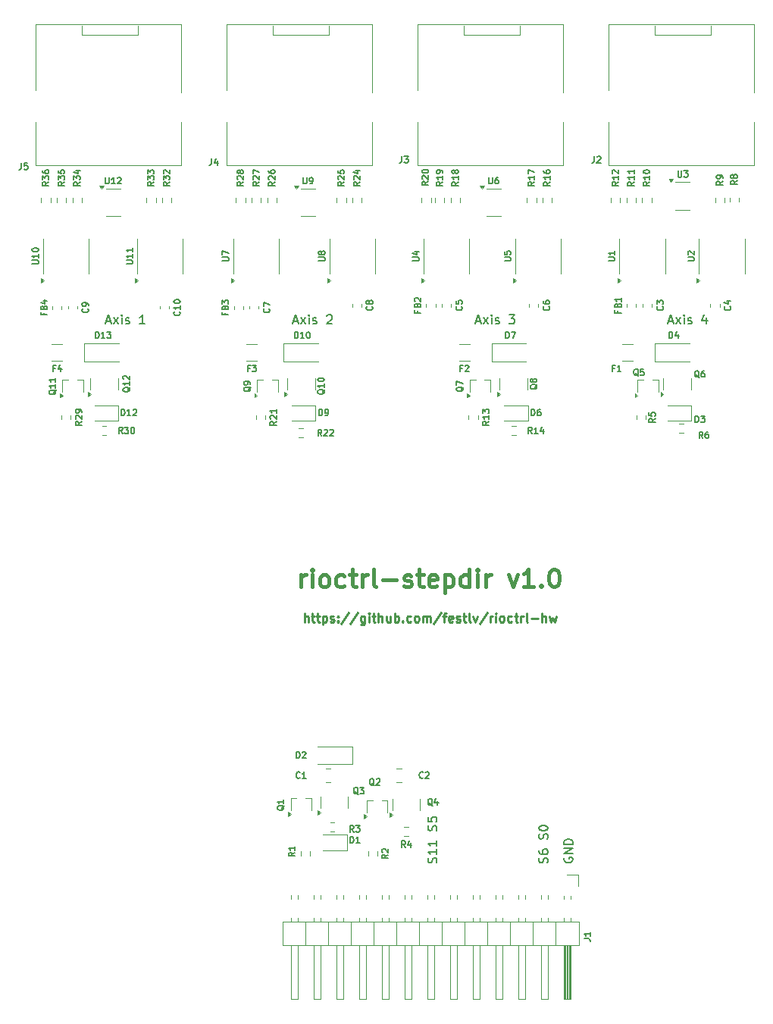
<source format=gto>
G04 #@! TF.GenerationSoftware,KiCad,Pcbnew,8.0.4*
G04 #@! TF.CreationDate,2024-08-31T14:34:27+03:00*
G04 #@! TF.ProjectId,rioctrl-stepdir4,72696f63-7472-46c2-9d73-746570646972,rev?*
G04 #@! TF.SameCoordinates,Original*
G04 #@! TF.FileFunction,Legend,Top*
G04 #@! TF.FilePolarity,Positive*
%FSLAX46Y46*%
G04 Gerber Fmt 4.6, Leading zero omitted, Abs format (unit mm)*
G04 Created by KiCad (PCBNEW 8.0.4) date 2024-08-31 14:34:27*
%MOMM*%
%LPD*%
G01*
G04 APERTURE LIST*
%ADD10C,0.200000*%
%ADD11C,0.250000*%
%ADD12C,0.400000*%
%ADD13C,0.150000*%
%ADD14C,0.120000*%
%ADD15C,0.100000*%
G04 APERTURE END LIST*
D10*
X129619600Y-145777945D02*
X129667219Y-145635088D01*
X129667219Y-145635088D02*
X129667219Y-145396993D01*
X129667219Y-145396993D02*
X129619600Y-145301755D01*
X129619600Y-145301755D02*
X129571980Y-145254136D01*
X129571980Y-145254136D02*
X129476742Y-145206517D01*
X129476742Y-145206517D02*
X129381504Y-145206517D01*
X129381504Y-145206517D02*
X129286266Y-145254136D01*
X129286266Y-145254136D02*
X129238647Y-145301755D01*
X129238647Y-145301755D02*
X129191028Y-145396993D01*
X129191028Y-145396993D02*
X129143409Y-145587469D01*
X129143409Y-145587469D02*
X129095790Y-145682707D01*
X129095790Y-145682707D02*
X129048171Y-145730326D01*
X129048171Y-145730326D02*
X128952933Y-145777945D01*
X128952933Y-145777945D02*
X128857695Y-145777945D01*
X128857695Y-145777945D02*
X128762457Y-145730326D01*
X128762457Y-145730326D02*
X128714838Y-145682707D01*
X128714838Y-145682707D02*
X128667219Y-145587469D01*
X128667219Y-145587469D02*
X128667219Y-145349374D01*
X128667219Y-145349374D02*
X128714838Y-145206517D01*
X129667219Y-144254136D02*
X129667219Y-144825564D01*
X129667219Y-144539850D02*
X128667219Y-144539850D01*
X128667219Y-144539850D02*
X128810076Y-144635088D01*
X128810076Y-144635088D02*
X128905314Y-144730326D01*
X128905314Y-144730326D02*
X128952933Y-144825564D01*
X129667219Y-143301755D02*
X129667219Y-143873183D01*
X129667219Y-143587469D02*
X128667219Y-143587469D01*
X128667219Y-143587469D02*
X128810076Y-143682707D01*
X128810076Y-143682707D02*
X128905314Y-143777945D01*
X128905314Y-143777945D02*
X128952933Y-143873183D01*
X129619600Y-142158897D02*
X129667219Y-142016040D01*
X129667219Y-142016040D02*
X129667219Y-141777945D01*
X129667219Y-141777945D02*
X129619600Y-141682707D01*
X129619600Y-141682707D02*
X129571980Y-141635088D01*
X129571980Y-141635088D02*
X129476742Y-141587469D01*
X129476742Y-141587469D02*
X129381504Y-141587469D01*
X129381504Y-141587469D02*
X129286266Y-141635088D01*
X129286266Y-141635088D02*
X129238647Y-141682707D01*
X129238647Y-141682707D02*
X129191028Y-141777945D01*
X129191028Y-141777945D02*
X129143409Y-141968421D01*
X129143409Y-141968421D02*
X129095790Y-142063659D01*
X129095790Y-142063659D02*
X129048171Y-142111278D01*
X129048171Y-142111278D02*
X128952933Y-142158897D01*
X128952933Y-142158897D02*
X128857695Y-142158897D01*
X128857695Y-142158897D02*
X128762457Y-142111278D01*
X128762457Y-142111278D02*
X128714838Y-142063659D01*
X128714838Y-142063659D02*
X128667219Y-141968421D01*
X128667219Y-141968421D02*
X128667219Y-141730326D01*
X128667219Y-141730326D02*
X128714838Y-141587469D01*
X128667219Y-140682707D02*
X128667219Y-141158897D01*
X128667219Y-141158897D02*
X129143409Y-141206516D01*
X129143409Y-141206516D02*
X129095790Y-141158897D01*
X129095790Y-141158897D02*
X129048171Y-141063659D01*
X129048171Y-141063659D02*
X129048171Y-140825564D01*
X129048171Y-140825564D02*
X129095790Y-140730326D01*
X129095790Y-140730326D02*
X129143409Y-140682707D01*
X129143409Y-140682707D02*
X129238647Y-140635088D01*
X129238647Y-140635088D02*
X129476742Y-140635088D01*
X129476742Y-140635088D02*
X129571980Y-140682707D01*
X129571980Y-140682707D02*
X129619600Y-140730326D01*
X129619600Y-140730326D02*
X129667219Y-140825564D01*
X129667219Y-140825564D02*
X129667219Y-141063659D01*
X129667219Y-141063659D02*
X129619600Y-141158897D01*
X129619600Y-141158897D02*
X129571980Y-141206516D01*
X143914838Y-145206517D02*
X143867219Y-145301755D01*
X143867219Y-145301755D02*
X143867219Y-145444612D01*
X143867219Y-145444612D02*
X143914838Y-145587469D01*
X143914838Y-145587469D02*
X144010076Y-145682707D01*
X144010076Y-145682707D02*
X144105314Y-145730326D01*
X144105314Y-145730326D02*
X144295790Y-145777945D01*
X144295790Y-145777945D02*
X144438647Y-145777945D01*
X144438647Y-145777945D02*
X144629123Y-145730326D01*
X144629123Y-145730326D02*
X144724361Y-145682707D01*
X144724361Y-145682707D02*
X144819600Y-145587469D01*
X144819600Y-145587469D02*
X144867219Y-145444612D01*
X144867219Y-145444612D02*
X144867219Y-145349374D01*
X144867219Y-145349374D02*
X144819600Y-145206517D01*
X144819600Y-145206517D02*
X144771980Y-145158898D01*
X144771980Y-145158898D02*
X144438647Y-145158898D01*
X144438647Y-145158898D02*
X144438647Y-145349374D01*
X144867219Y-144730326D02*
X143867219Y-144730326D01*
X143867219Y-144730326D02*
X144867219Y-144158898D01*
X144867219Y-144158898D02*
X143867219Y-144158898D01*
X144867219Y-143682707D02*
X143867219Y-143682707D01*
X143867219Y-143682707D02*
X143867219Y-143444612D01*
X143867219Y-143444612D02*
X143914838Y-143301755D01*
X143914838Y-143301755D02*
X144010076Y-143206517D01*
X144010076Y-143206517D02*
X144105314Y-143158898D01*
X144105314Y-143158898D02*
X144295790Y-143111279D01*
X144295790Y-143111279D02*
X144438647Y-143111279D01*
X144438647Y-143111279D02*
X144629123Y-143158898D01*
X144629123Y-143158898D02*
X144724361Y-143206517D01*
X144724361Y-143206517D02*
X144819600Y-143301755D01*
X144819600Y-143301755D02*
X144867219Y-143444612D01*
X144867219Y-143444612D02*
X144867219Y-143682707D01*
X113672054Y-85281504D02*
X114148244Y-85281504D01*
X113576816Y-85567219D02*
X113910149Y-84567219D01*
X113910149Y-84567219D02*
X114243482Y-85567219D01*
X114481578Y-85567219D02*
X115005387Y-84900552D01*
X114481578Y-84900552D02*
X115005387Y-85567219D01*
X115386340Y-85567219D02*
X115386340Y-84900552D01*
X115386340Y-84567219D02*
X115338721Y-84614838D01*
X115338721Y-84614838D02*
X115386340Y-84662457D01*
X115386340Y-84662457D02*
X115433959Y-84614838D01*
X115433959Y-84614838D02*
X115386340Y-84567219D01*
X115386340Y-84567219D02*
X115386340Y-84662457D01*
X115814911Y-85519600D02*
X115910149Y-85567219D01*
X115910149Y-85567219D02*
X116100625Y-85567219D01*
X116100625Y-85567219D02*
X116195863Y-85519600D01*
X116195863Y-85519600D02*
X116243482Y-85424361D01*
X116243482Y-85424361D02*
X116243482Y-85376742D01*
X116243482Y-85376742D02*
X116195863Y-85281504D01*
X116195863Y-85281504D02*
X116100625Y-85233885D01*
X116100625Y-85233885D02*
X115957768Y-85233885D01*
X115957768Y-85233885D02*
X115862530Y-85186266D01*
X115862530Y-85186266D02*
X115814911Y-85091028D01*
X115814911Y-85091028D02*
X115814911Y-85043409D01*
X115814911Y-85043409D02*
X115862530Y-84948171D01*
X115862530Y-84948171D02*
X115957768Y-84900552D01*
X115957768Y-84900552D02*
X116100625Y-84900552D01*
X116100625Y-84900552D02*
X116195863Y-84948171D01*
X117386340Y-84662457D02*
X117433959Y-84614838D01*
X117433959Y-84614838D02*
X117529197Y-84567219D01*
X117529197Y-84567219D02*
X117767292Y-84567219D01*
X117767292Y-84567219D02*
X117862530Y-84614838D01*
X117862530Y-84614838D02*
X117910149Y-84662457D01*
X117910149Y-84662457D02*
X117957768Y-84757695D01*
X117957768Y-84757695D02*
X117957768Y-84852933D01*
X117957768Y-84852933D02*
X117910149Y-84995790D01*
X117910149Y-84995790D02*
X117338721Y-85567219D01*
X117338721Y-85567219D02*
X117957768Y-85567219D01*
X134072054Y-85281504D02*
X134548244Y-85281504D01*
X133976816Y-85567219D02*
X134310149Y-84567219D01*
X134310149Y-84567219D02*
X134643482Y-85567219D01*
X134881578Y-85567219D02*
X135405387Y-84900552D01*
X134881578Y-84900552D02*
X135405387Y-85567219D01*
X135786340Y-85567219D02*
X135786340Y-84900552D01*
X135786340Y-84567219D02*
X135738721Y-84614838D01*
X135738721Y-84614838D02*
X135786340Y-84662457D01*
X135786340Y-84662457D02*
X135833959Y-84614838D01*
X135833959Y-84614838D02*
X135786340Y-84567219D01*
X135786340Y-84567219D02*
X135786340Y-84662457D01*
X136214911Y-85519600D02*
X136310149Y-85567219D01*
X136310149Y-85567219D02*
X136500625Y-85567219D01*
X136500625Y-85567219D02*
X136595863Y-85519600D01*
X136595863Y-85519600D02*
X136643482Y-85424361D01*
X136643482Y-85424361D02*
X136643482Y-85376742D01*
X136643482Y-85376742D02*
X136595863Y-85281504D01*
X136595863Y-85281504D02*
X136500625Y-85233885D01*
X136500625Y-85233885D02*
X136357768Y-85233885D01*
X136357768Y-85233885D02*
X136262530Y-85186266D01*
X136262530Y-85186266D02*
X136214911Y-85091028D01*
X136214911Y-85091028D02*
X136214911Y-85043409D01*
X136214911Y-85043409D02*
X136262530Y-84948171D01*
X136262530Y-84948171D02*
X136357768Y-84900552D01*
X136357768Y-84900552D02*
X136500625Y-84900552D01*
X136500625Y-84900552D02*
X136595863Y-84948171D01*
X137738721Y-84567219D02*
X138357768Y-84567219D01*
X138357768Y-84567219D02*
X138024435Y-84948171D01*
X138024435Y-84948171D02*
X138167292Y-84948171D01*
X138167292Y-84948171D02*
X138262530Y-84995790D01*
X138262530Y-84995790D02*
X138310149Y-85043409D01*
X138310149Y-85043409D02*
X138357768Y-85138647D01*
X138357768Y-85138647D02*
X138357768Y-85376742D01*
X138357768Y-85376742D02*
X138310149Y-85471980D01*
X138310149Y-85471980D02*
X138262530Y-85519600D01*
X138262530Y-85519600D02*
X138167292Y-85567219D01*
X138167292Y-85567219D02*
X137881578Y-85567219D01*
X137881578Y-85567219D02*
X137786340Y-85519600D01*
X137786340Y-85519600D02*
X137738721Y-85471980D01*
X142019600Y-145777945D02*
X142067219Y-145635088D01*
X142067219Y-145635088D02*
X142067219Y-145396993D01*
X142067219Y-145396993D02*
X142019600Y-145301755D01*
X142019600Y-145301755D02*
X141971980Y-145254136D01*
X141971980Y-145254136D02*
X141876742Y-145206517D01*
X141876742Y-145206517D02*
X141781504Y-145206517D01*
X141781504Y-145206517D02*
X141686266Y-145254136D01*
X141686266Y-145254136D02*
X141638647Y-145301755D01*
X141638647Y-145301755D02*
X141591028Y-145396993D01*
X141591028Y-145396993D02*
X141543409Y-145587469D01*
X141543409Y-145587469D02*
X141495790Y-145682707D01*
X141495790Y-145682707D02*
X141448171Y-145730326D01*
X141448171Y-145730326D02*
X141352933Y-145777945D01*
X141352933Y-145777945D02*
X141257695Y-145777945D01*
X141257695Y-145777945D02*
X141162457Y-145730326D01*
X141162457Y-145730326D02*
X141114838Y-145682707D01*
X141114838Y-145682707D02*
X141067219Y-145587469D01*
X141067219Y-145587469D02*
X141067219Y-145349374D01*
X141067219Y-145349374D02*
X141114838Y-145206517D01*
X141067219Y-144349374D02*
X141067219Y-144539850D01*
X141067219Y-144539850D02*
X141114838Y-144635088D01*
X141114838Y-144635088D02*
X141162457Y-144682707D01*
X141162457Y-144682707D02*
X141305314Y-144777945D01*
X141305314Y-144777945D02*
X141495790Y-144825564D01*
X141495790Y-144825564D02*
X141876742Y-144825564D01*
X141876742Y-144825564D02*
X141971980Y-144777945D01*
X141971980Y-144777945D02*
X142019600Y-144730326D01*
X142019600Y-144730326D02*
X142067219Y-144635088D01*
X142067219Y-144635088D02*
X142067219Y-144444612D01*
X142067219Y-144444612D02*
X142019600Y-144349374D01*
X142019600Y-144349374D02*
X141971980Y-144301755D01*
X141971980Y-144301755D02*
X141876742Y-144254136D01*
X141876742Y-144254136D02*
X141638647Y-144254136D01*
X141638647Y-144254136D02*
X141543409Y-144301755D01*
X141543409Y-144301755D02*
X141495790Y-144349374D01*
X141495790Y-144349374D02*
X141448171Y-144444612D01*
X141448171Y-144444612D02*
X141448171Y-144635088D01*
X141448171Y-144635088D02*
X141495790Y-144730326D01*
X141495790Y-144730326D02*
X141543409Y-144777945D01*
X141543409Y-144777945D02*
X141638647Y-144825564D01*
X142019600Y-143111278D02*
X142067219Y-142968421D01*
X142067219Y-142968421D02*
X142067219Y-142730326D01*
X142067219Y-142730326D02*
X142019600Y-142635088D01*
X142019600Y-142635088D02*
X141971980Y-142587469D01*
X141971980Y-142587469D02*
X141876742Y-142539850D01*
X141876742Y-142539850D02*
X141781504Y-142539850D01*
X141781504Y-142539850D02*
X141686266Y-142587469D01*
X141686266Y-142587469D02*
X141638647Y-142635088D01*
X141638647Y-142635088D02*
X141591028Y-142730326D01*
X141591028Y-142730326D02*
X141543409Y-142920802D01*
X141543409Y-142920802D02*
X141495790Y-143016040D01*
X141495790Y-143016040D02*
X141448171Y-143063659D01*
X141448171Y-143063659D02*
X141352933Y-143111278D01*
X141352933Y-143111278D02*
X141257695Y-143111278D01*
X141257695Y-143111278D02*
X141162457Y-143063659D01*
X141162457Y-143063659D02*
X141114838Y-143016040D01*
X141114838Y-143016040D02*
X141067219Y-142920802D01*
X141067219Y-142920802D02*
X141067219Y-142682707D01*
X141067219Y-142682707D02*
X141114838Y-142539850D01*
X141067219Y-141920802D02*
X141067219Y-141825564D01*
X141067219Y-141825564D02*
X141114838Y-141730326D01*
X141114838Y-141730326D02*
X141162457Y-141682707D01*
X141162457Y-141682707D02*
X141257695Y-141635088D01*
X141257695Y-141635088D02*
X141448171Y-141587469D01*
X141448171Y-141587469D02*
X141686266Y-141587469D01*
X141686266Y-141587469D02*
X141876742Y-141635088D01*
X141876742Y-141635088D02*
X141971980Y-141682707D01*
X141971980Y-141682707D02*
X142019600Y-141730326D01*
X142019600Y-141730326D02*
X142067219Y-141825564D01*
X142067219Y-141825564D02*
X142067219Y-141920802D01*
X142067219Y-141920802D02*
X142019600Y-142016040D01*
X142019600Y-142016040D02*
X141971980Y-142063659D01*
X141971980Y-142063659D02*
X141876742Y-142111278D01*
X141876742Y-142111278D02*
X141686266Y-142158897D01*
X141686266Y-142158897D02*
X141448171Y-142158897D01*
X141448171Y-142158897D02*
X141257695Y-142111278D01*
X141257695Y-142111278D02*
X141162457Y-142063659D01*
X141162457Y-142063659D02*
X141114838Y-142016040D01*
X141114838Y-142016040D02*
X141067219Y-141920802D01*
X92772054Y-85281504D02*
X93248244Y-85281504D01*
X92676816Y-85567219D02*
X93010149Y-84567219D01*
X93010149Y-84567219D02*
X93343482Y-85567219D01*
X93581578Y-85567219D02*
X94105387Y-84900552D01*
X93581578Y-84900552D02*
X94105387Y-85567219D01*
X94486340Y-85567219D02*
X94486340Y-84900552D01*
X94486340Y-84567219D02*
X94438721Y-84614838D01*
X94438721Y-84614838D02*
X94486340Y-84662457D01*
X94486340Y-84662457D02*
X94533959Y-84614838D01*
X94533959Y-84614838D02*
X94486340Y-84567219D01*
X94486340Y-84567219D02*
X94486340Y-84662457D01*
X94914911Y-85519600D02*
X95010149Y-85567219D01*
X95010149Y-85567219D02*
X95200625Y-85567219D01*
X95200625Y-85567219D02*
X95295863Y-85519600D01*
X95295863Y-85519600D02*
X95343482Y-85424361D01*
X95343482Y-85424361D02*
X95343482Y-85376742D01*
X95343482Y-85376742D02*
X95295863Y-85281504D01*
X95295863Y-85281504D02*
X95200625Y-85233885D01*
X95200625Y-85233885D02*
X95057768Y-85233885D01*
X95057768Y-85233885D02*
X94962530Y-85186266D01*
X94962530Y-85186266D02*
X94914911Y-85091028D01*
X94914911Y-85091028D02*
X94914911Y-85043409D01*
X94914911Y-85043409D02*
X94962530Y-84948171D01*
X94962530Y-84948171D02*
X95057768Y-84900552D01*
X95057768Y-84900552D02*
X95200625Y-84900552D01*
X95200625Y-84900552D02*
X95295863Y-84948171D01*
X97057768Y-85567219D02*
X96486340Y-85567219D01*
X96772054Y-85567219D02*
X96772054Y-84567219D01*
X96772054Y-84567219D02*
X96676816Y-84710076D01*
X96676816Y-84710076D02*
X96581578Y-84805314D01*
X96581578Y-84805314D02*
X96486340Y-84852933D01*
D11*
X114865662Y-118864619D02*
X114865662Y-117864619D01*
X115294233Y-118864619D02*
X115294233Y-118340809D01*
X115294233Y-118340809D02*
X115246614Y-118245571D01*
X115246614Y-118245571D02*
X115151376Y-118197952D01*
X115151376Y-118197952D02*
X115008519Y-118197952D01*
X115008519Y-118197952D02*
X114913281Y-118245571D01*
X114913281Y-118245571D02*
X114865662Y-118293190D01*
X115627567Y-118197952D02*
X116008519Y-118197952D01*
X115770424Y-117864619D02*
X115770424Y-118721761D01*
X115770424Y-118721761D02*
X115818043Y-118817000D01*
X115818043Y-118817000D02*
X115913281Y-118864619D01*
X115913281Y-118864619D02*
X116008519Y-118864619D01*
X116198996Y-118197952D02*
X116579948Y-118197952D01*
X116341853Y-117864619D02*
X116341853Y-118721761D01*
X116341853Y-118721761D02*
X116389472Y-118817000D01*
X116389472Y-118817000D02*
X116484710Y-118864619D01*
X116484710Y-118864619D02*
X116579948Y-118864619D01*
X116913282Y-118197952D02*
X116913282Y-119197952D01*
X116913282Y-118245571D02*
X117008520Y-118197952D01*
X117008520Y-118197952D02*
X117198996Y-118197952D01*
X117198996Y-118197952D02*
X117294234Y-118245571D01*
X117294234Y-118245571D02*
X117341853Y-118293190D01*
X117341853Y-118293190D02*
X117389472Y-118388428D01*
X117389472Y-118388428D02*
X117389472Y-118674142D01*
X117389472Y-118674142D02*
X117341853Y-118769380D01*
X117341853Y-118769380D02*
X117294234Y-118817000D01*
X117294234Y-118817000D02*
X117198996Y-118864619D01*
X117198996Y-118864619D02*
X117008520Y-118864619D01*
X117008520Y-118864619D02*
X116913282Y-118817000D01*
X117770425Y-118817000D02*
X117865663Y-118864619D01*
X117865663Y-118864619D02*
X118056139Y-118864619D01*
X118056139Y-118864619D02*
X118151377Y-118817000D01*
X118151377Y-118817000D02*
X118198996Y-118721761D01*
X118198996Y-118721761D02*
X118198996Y-118674142D01*
X118198996Y-118674142D02*
X118151377Y-118578904D01*
X118151377Y-118578904D02*
X118056139Y-118531285D01*
X118056139Y-118531285D02*
X117913282Y-118531285D01*
X117913282Y-118531285D02*
X117818044Y-118483666D01*
X117818044Y-118483666D02*
X117770425Y-118388428D01*
X117770425Y-118388428D02*
X117770425Y-118340809D01*
X117770425Y-118340809D02*
X117818044Y-118245571D01*
X117818044Y-118245571D02*
X117913282Y-118197952D01*
X117913282Y-118197952D02*
X118056139Y-118197952D01*
X118056139Y-118197952D02*
X118151377Y-118245571D01*
X118627568Y-118769380D02*
X118675187Y-118817000D01*
X118675187Y-118817000D02*
X118627568Y-118864619D01*
X118627568Y-118864619D02*
X118579949Y-118817000D01*
X118579949Y-118817000D02*
X118627568Y-118769380D01*
X118627568Y-118769380D02*
X118627568Y-118864619D01*
X118627568Y-118245571D02*
X118675187Y-118293190D01*
X118675187Y-118293190D02*
X118627568Y-118340809D01*
X118627568Y-118340809D02*
X118579949Y-118293190D01*
X118579949Y-118293190D02*
X118627568Y-118245571D01*
X118627568Y-118245571D02*
X118627568Y-118340809D01*
X119818043Y-117817000D02*
X118960901Y-119102714D01*
X120865662Y-117817000D02*
X120008520Y-119102714D01*
X121627567Y-118197952D02*
X121627567Y-119007476D01*
X121627567Y-119007476D02*
X121579948Y-119102714D01*
X121579948Y-119102714D02*
X121532329Y-119150333D01*
X121532329Y-119150333D02*
X121437091Y-119197952D01*
X121437091Y-119197952D02*
X121294234Y-119197952D01*
X121294234Y-119197952D02*
X121198996Y-119150333D01*
X121627567Y-118817000D02*
X121532329Y-118864619D01*
X121532329Y-118864619D02*
X121341853Y-118864619D01*
X121341853Y-118864619D02*
X121246615Y-118817000D01*
X121246615Y-118817000D02*
X121198996Y-118769380D01*
X121198996Y-118769380D02*
X121151377Y-118674142D01*
X121151377Y-118674142D02*
X121151377Y-118388428D01*
X121151377Y-118388428D02*
X121198996Y-118293190D01*
X121198996Y-118293190D02*
X121246615Y-118245571D01*
X121246615Y-118245571D02*
X121341853Y-118197952D01*
X121341853Y-118197952D02*
X121532329Y-118197952D01*
X121532329Y-118197952D02*
X121627567Y-118245571D01*
X122103758Y-118864619D02*
X122103758Y-118197952D01*
X122103758Y-117864619D02*
X122056139Y-117912238D01*
X122056139Y-117912238D02*
X122103758Y-117959857D01*
X122103758Y-117959857D02*
X122151377Y-117912238D01*
X122151377Y-117912238D02*
X122103758Y-117864619D01*
X122103758Y-117864619D02*
X122103758Y-117959857D01*
X122437091Y-118197952D02*
X122818043Y-118197952D01*
X122579948Y-117864619D02*
X122579948Y-118721761D01*
X122579948Y-118721761D02*
X122627567Y-118817000D01*
X122627567Y-118817000D02*
X122722805Y-118864619D01*
X122722805Y-118864619D02*
X122818043Y-118864619D01*
X123151377Y-118864619D02*
X123151377Y-117864619D01*
X123579948Y-118864619D02*
X123579948Y-118340809D01*
X123579948Y-118340809D02*
X123532329Y-118245571D01*
X123532329Y-118245571D02*
X123437091Y-118197952D01*
X123437091Y-118197952D02*
X123294234Y-118197952D01*
X123294234Y-118197952D02*
X123198996Y-118245571D01*
X123198996Y-118245571D02*
X123151377Y-118293190D01*
X124484710Y-118197952D02*
X124484710Y-118864619D01*
X124056139Y-118197952D02*
X124056139Y-118721761D01*
X124056139Y-118721761D02*
X124103758Y-118817000D01*
X124103758Y-118817000D02*
X124198996Y-118864619D01*
X124198996Y-118864619D02*
X124341853Y-118864619D01*
X124341853Y-118864619D02*
X124437091Y-118817000D01*
X124437091Y-118817000D02*
X124484710Y-118769380D01*
X124960901Y-118864619D02*
X124960901Y-117864619D01*
X124960901Y-118245571D02*
X125056139Y-118197952D01*
X125056139Y-118197952D02*
X125246615Y-118197952D01*
X125246615Y-118197952D02*
X125341853Y-118245571D01*
X125341853Y-118245571D02*
X125389472Y-118293190D01*
X125389472Y-118293190D02*
X125437091Y-118388428D01*
X125437091Y-118388428D02*
X125437091Y-118674142D01*
X125437091Y-118674142D02*
X125389472Y-118769380D01*
X125389472Y-118769380D02*
X125341853Y-118817000D01*
X125341853Y-118817000D02*
X125246615Y-118864619D01*
X125246615Y-118864619D02*
X125056139Y-118864619D01*
X125056139Y-118864619D02*
X124960901Y-118817000D01*
X125865663Y-118769380D02*
X125913282Y-118817000D01*
X125913282Y-118817000D02*
X125865663Y-118864619D01*
X125865663Y-118864619D02*
X125818044Y-118817000D01*
X125818044Y-118817000D02*
X125865663Y-118769380D01*
X125865663Y-118769380D02*
X125865663Y-118864619D01*
X126770424Y-118817000D02*
X126675186Y-118864619D01*
X126675186Y-118864619D02*
X126484710Y-118864619D01*
X126484710Y-118864619D02*
X126389472Y-118817000D01*
X126389472Y-118817000D02*
X126341853Y-118769380D01*
X126341853Y-118769380D02*
X126294234Y-118674142D01*
X126294234Y-118674142D02*
X126294234Y-118388428D01*
X126294234Y-118388428D02*
X126341853Y-118293190D01*
X126341853Y-118293190D02*
X126389472Y-118245571D01*
X126389472Y-118245571D02*
X126484710Y-118197952D01*
X126484710Y-118197952D02*
X126675186Y-118197952D01*
X126675186Y-118197952D02*
X126770424Y-118245571D01*
X127341853Y-118864619D02*
X127246615Y-118817000D01*
X127246615Y-118817000D02*
X127198996Y-118769380D01*
X127198996Y-118769380D02*
X127151377Y-118674142D01*
X127151377Y-118674142D02*
X127151377Y-118388428D01*
X127151377Y-118388428D02*
X127198996Y-118293190D01*
X127198996Y-118293190D02*
X127246615Y-118245571D01*
X127246615Y-118245571D02*
X127341853Y-118197952D01*
X127341853Y-118197952D02*
X127484710Y-118197952D01*
X127484710Y-118197952D02*
X127579948Y-118245571D01*
X127579948Y-118245571D02*
X127627567Y-118293190D01*
X127627567Y-118293190D02*
X127675186Y-118388428D01*
X127675186Y-118388428D02*
X127675186Y-118674142D01*
X127675186Y-118674142D02*
X127627567Y-118769380D01*
X127627567Y-118769380D02*
X127579948Y-118817000D01*
X127579948Y-118817000D02*
X127484710Y-118864619D01*
X127484710Y-118864619D02*
X127341853Y-118864619D01*
X128103758Y-118864619D02*
X128103758Y-118197952D01*
X128103758Y-118293190D02*
X128151377Y-118245571D01*
X128151377Y-118245571D02*
X128246615Y-118197952D01*
X128246615Y-118197952D02*
X128389472Y-118197952D01*
X128389472Y-118197952D02*
X128484710Y-118245571D01*
X128484710Y-118245571D02*
X128532329Y-118340809D01*
X128532329Y-118340809D02*
X128532329Y-118864619D01*
X128532329Y-118340809D02*
X128579948Y-118245571D01*
X128579948Y-118245571D02*
X128675186Y-118197952D01*
X128675186Y-118197952D02*
X128818043Y-118197952D01*
X128818043Y-118197952D02*
X128913282Y-118245571D01*
X128913282Y-118245571D02*
X128960901Y-118340809D01*
X128960901Y-118340809D02*
X128960901Y-118864619D01*
X130151376Y-117817000D02*
X129294234Y-119102714D01*
X130341853Y-118197952D02*
X130722805Y-118197952D01*
X130484710Y-118864619D02*
X130484710Y-118007476D01*
X130484710Y-118007476D02*
X130532329Y-117912238D01*
X130532329Y-117912238D02*
X130627567Y-117864619D01*
X130627567Y-117864619D02*
X130722805Y-117864619D01*
X131437091Y-118817000D02*
X131341853Y-118864619D01*
X131341853Y-118864619D02*
X131151377Y-118864619D01*
X131151377Y-118864619D02*
X131056139Y-118817000D01*
X131056139Y-118817000D02*
X131008520Y-118721761D01*
X131008520Y-118721761D02*
X131008520Y-118340809D01*
X131008520Y-118340809D02*
X131056139Y-118245571D01*
X131056139Y-118245571D02*
X131151377Y-118197952D01*
X131151377Y-118197952D02*
X131341853Y-118197952D01*
X131341853Y-118197952D02*
X131437091Y-118245571D01*
X131437091Y-118245571D02*
X131484710Y-118340809D01*
X131484710Y-118340809D02*
X131484710Y-118436047D01*
X131484710Y-118436047D02*
X131008520Y-118531285D01*
X131865663Y-118817000D02*
X131960901Y-118864619D01*
X131960901Y-118864619D02*
X132151377Y-118864619D01*
X132151377Y-118864619D02*
X132246615Y-118817000D01*
X132246615Y-118817000D02*
X132294234Y-118721761D01*
X132294234Y-118721761D02*
X132294234Y-118674142D01*
X132294234Y-118674142D02*
X132246615Y-118578904D01*
X132246615Y-118578904D02*
X132151377Y-118531285D01*
X132151377Y-118531285D02*
X132008520Y-118531285D01*
X132008520Y-118531285D02*
X131913282Y-118483666D01*
X131913282Y-118483666D02*
X131865663Y-118388428D01*
X131865663Y-118388428D02*
X131865663Y-118340809D01*
X131865663Y-118340809D02*
X131913282Y-118245571D01*
X131913282Y-118245571D02*
X132008520Y-118197952D01*
X132008520Y-118197952D02*
X132151377Y-118197952D01*
X132151377Y-118197952D02*
X132246615Y-118245571D01*
X132579949Y-118197952D02*
X132960901Y-118197952D01*
X132722806Y-117864619D02*
X132722806Y-118721761D01*
X132722806Y-118721761D02*
X132770425Y-118817000D01*
X132770425Y-118817000D02*
X132865663Y-118864619D01*
X132865663Y-118864619D02*
X132960901Y-118864619D01*
X133437092Y-118864619D02*
X133341854Y-118817000D01*
X133341854Y-118817000D02*
X133294235Y-118721761D01*
X133294235Y-118721761D02*
X133294235Y-117864619D01*
X133722807Y-118197952D02*
X133960902Y-118864619D01*
X133960902Y-118864619D02*
X134198997Y-118197952D01*
X135294235Y-117817000D02*
X134437093Y-119102714D01*
X135627569Y-118864619D02*
X135627569Y-118197952D01*
X135627569Y-118388428D02*
X135675188Y-118293190D01*
X135675188Y-118293190D02*
X135722807Y-118245571D01*
X135722807Y-118245571D02*
X135818045Y-118197952D01*
X135818045Y-118197952D02*
X135913283Y-118197952D01*
X136246617Y-118864619D02*
X136246617Y-118197952D01*
X136246617Y-117864619D02*
X136198998Y-117912238D01*
X136198998Y-117912238D02*
X136246617Y-117959857D01*
X136246617Y-117959857D02*
X136294236Y-117912238D01*
X136294236Y-117912238D02*
X136246617Y-117864619D01*
X136246617Y-117864619D02*
X136246617Y-117959857D01*
X136865664Y-118864619D02*
X136770426Y-118817000D01*
X136770426Y-118817000D02*
X136722807Y-118769380D01*
X136722807Y-118769380D02*
X136675188Y-118674142D01*
X136675188Y-118674142D02*
X136675188Y-118388428D01*
X136675188Y-118388428D02*
X136722807Y-118293190D01*
X136722807Y-118293190D02*
X136770426Y-118245571D01*
X136770426Y-118245571D02*
X136865664Y-118197952D01*
X136865664Y-118197952D02*
X137008521Y-118197952D01*
X137008521Y-118197952D02*
X137103759Y-118245571D01*
X137103759Y-118245571D02*
X137151378Y-118293190D01*
X137151378Y-118293190D02*
X137198997Y-118388428D01*
X137198997Y-118388428D02*
X137198997Y-118674142D01*
X137198997Y-118674142D02*
X137151378Y-118769380D01*
X137151378Y-118769380D02*
X137103759Y-118817000D01*
X137103759Y-118817000D02*
X137008521Y-118864619D01*
X137008521Y-118864619D02*
X136865664Y-118864619D01*
X138056140Y-118817000D02*
X137960902Y-118864619D01*
X137960902Y-118864619D02*
X137770426Y-118864619D01*
X137770426Y-118864619D02*
X137675188Y-118817000D01*
X137675188Y-118817000D02*
X137627569Y-118769380D01*
X137627569Y-118769380D02*
X137579950Y-118674142D01*
X137579950Y-118674142D02*
X137579950Y-118388428D01*
X137579950Y-118388428D02*
X137627569Y-118293190D01*
X137627569Y-118293190D02*
X137675188Y-118245571D01*
X137675188Y-118245571D02*
X137770426Y-118197952D01*
X137770426Y-118197952D02*
X137960902Y-118197952D01*
X137960902Y-118197952D02*
X138056140Y-118245571D01*
X138341855Y-118197952D02*
X138722807Y-118197952D01*
X138484712Y-117864619D02*
X138484712Y-118721761D01*
X138484712Y-118721761D02*
X138532331Y-118817000D01*
X138532331Y-118817000D02*
X138627569Y-118864619D01*
X138627569Y-118864619D02*
X138722807Y-118864619D01*
X139056141Y-118864619D02*
X139056141Y-118197952D01*
X139056141Y-118388428D02*
X139103760Y-118293190D01*
X139103760Y-118293190D02*
X139151379Y-118245571D01*
X139151379Y-118245571D02*
X139246617Y-118197952D01*
X139246617Y-118197952D02*
X139341855Y-118197952D01*
X139818046Y-118864619D02*
X139722808Y-118817000D01*
X139722808Y-118817000D02*
X139675189Y-118721761D01*
X139675189Y-118721761D02*
X139675189Y-117864619D01*
X140198999Y-118483666D02*
X140960904Y-118483666D01*
X141437094Y-118864619D02*
X141437094Y-117864619D01*
X141865665Y-118864619D02*
X141865665Y-118340809D01*
X141865665Y-118340809D02*
X141818046Y-118245571D01*
X141818046Y-118245571D02*
X141722808Y-118197952D01*
X141722808Y-118197952D02*
X141579951Y-118197952D01*
X141579951Y-118197952D02*
X141484713Y-118245571D01*
X141484713Y-118245571D02*
X141437094Y-118293190D01*
X142246618Y-118197952D02*
X142437094Y-118864619D01*
X142437094Y-118864619D02*
X142627570Y-118388428D01*
X142627570Y-118388428D02*
X142818046Y-118864619D01*
X142818046Y-118864619D02*
X143008522Y-118197952D01*
D12*
X114482204Y-114934438D02*
X114482204Y-113601104D01*
X114482204Y-113982057D02*
X114577442Y-113791580D01*
X114577442Y-113791580D02*
X114672680Y-113696342D01*
X114672680Y-113696342D02*
X114863156Y-113601104D01*
X114863156Y-113601104D02*
X115053633Y-113601104D01*
X115720299Y-114934438D02*
X115720299Y-113601104D01*
X115720299Y-112934438D02*
X115625061Y-113029676D01*
X115625061Y-113029676D02*
X115720299Y-113124914D01*
X115720299Y-113124914D02*
X115815537Y-113029676D01*
X115815537Y-113029676D02*
X115720299Y-112934438D01*
X115720299Y-112934438D02*
X115720299Y-113124914D01*
X116958394Y-114934438D02*
X116767918Y-114839200D01*
X116767918Y-114839200D02*
X116672680Y-114743961D01*
X116672680Y-114743961D02*
X116577442Y-114553485D01*
X116577442Y-114553485D02*
X116577442Y-113982057D01*
X116577442Y-113982057D02*
X116672680Y-113791580D01*
X116672680Y-113791580D02*
X116767918Y-113696342D01*
X116767918Y-113696342D02*
X116958394Y-113601104D01*
X116958394Y-113601104D02*
X117244109Y-113601104D01*
X117244109Y-113601104D02*
X117434585Y-113696342D01*
X117434585Y-113696342D02*
X117529823Y-113791580D01*
X117529823Y-113791580D02*
X117625061Y-113982057D01*
X117625061Y-113982057D02*
X117625061Y-114553485D01*
X117625061Y-114553485D02*
X117529823Y-114743961D01*
X117529823Y-114743961D02*
X117434585Y-114839200D01*
X117434585Y-114839200D02*
X117244109Y-114934438D01*
X117244109Y-114934438D02*
X116958394Y-114934438D01*
X119339347Y-114839200D02*
X119148871Y-114934438D01*
X119148871Y-114934438D02*
X118767918Y-114934438D01*
X118767918Y-114934438D02*
X118577442Y-114839200D01*
X118577442Y-114839200D02*
X118482204Y-114743961D01*
X118482204Y-114743961D02*
X118386966Y-114553485D01*
X118386966Y-114553485D02*
X118386966Y-113982057D01*
X118386966Y-113982057D02*
X118482204Y-113791580D01*
X118482204Y-113791580D02*
X118577442Y-113696342D01*
X118577442Y-113696342D02*
X118767918Y-113601104D01*
X118767918Y-113601104D02*
X119148871Y-113601104D01*
X119148871Y-113601104D02*
X119339347Y-113696342D01*
X119910776Y-113601104D02*
X120672680Y-113601104D01*
X120196490Y-112934438D02*
X120196490Y-114648723D01*
X120196490Y-114648723D02*
X120291728Y-114839200D01*
X120291728Y-114839200D02*
X120482204Y-114934438D01*
X120482204Y-114934438D02*
X120672680Y-114934438D01*
X121339347Y-114934438D02*
X121339347Y-113601104D01*
X121339347Y-113982057D02*
X121434585Y-113791580D01*
X121434585Y-113791580D02*
X121529823Y-113696342D01*
X121529823Y-113696342D02*
X121720299Y-113601104D01*
X121720299Y-113601104D02*
X121910776Y-113601104D01*
X122863156Y-114934438D02*
X122672680Y-114839200D01*
X122672680Y-114839200D02*
X122577442Y-114648723D01*
X122577442Y-114648723D02*
X122577442Y-112934438D01*
X123625061Y-114172533D02*
X125148871Y-114172533D01*
X126006013Y-114839200D02*
X126196489Y-114934438D01*
X126196489Y-114934438D02*
X126577441Y-114934438D01*
X126577441Y-114934438D02*
X126767918Y-114839200D01*
X126767918Y-114839200D02*
X126863156Y-114648723D01*
X126863156Y-114648723D02*
X126863156Y-114553485D01*
X126863156Y-114553485D02*
X126767918Y-114363009D01*
X126767918Y-114363009D02*
X126577441Y-114267771D01*
X126577441Y-114267771D02*
X126291727Y-114267771D01*
X126291727Y-114267771D02*
X126101251Y-114172533D01*
X126101251Y-114172533D02*
X126006013Y-113982057D01*
X126006013Y-113982057D02*
X126006013Y-113886819D01*
X126006013Y-113886819D02*
X126101251Y-113696342D01*
X126101251Y-113696342D02*
X126291727Y-113601104D01*
X126291727Y-113601104D02*
X126577441Y-113601104D01*
X126577441Y-113601104D02*
X126767918Y-113696342D01*
X127434585Y-113601104D02*
X128196489Y-113601104D01*
X127720299Y-112934438D02*
X127720299Y-114648723D01*
X127720299Y-114648723D02*
X127815537Y-114839200D01*
X127815537Y-114839200D02*
X128006013Y-114934438D01*
X128006013Y-114934438D02*
X128196489Y-114934438D01*
X129625061Y-114839200D02*
X129434585Y-114934438D01*
X129434585Y-114934438D02*
X129053632Y-114934438D01*
X129053632Y-114934438D02*
X128863156Y-114839200D01*
X128863156Y-114839200D02*
X128767918Y-114648723D01*
X128767918Y-114648723D02*
X128767918Y-113886819D01*
X128767918Y-113886819D02*
X128863156Y-113696342D01*
X128863156Y-113696342D02*
X129053632Y-113601104D01*
X129053632Y-113601104D02*
X129434585Y-113601104D01*
X129434585Y-113601104D02*
X129625061Y-113696342D01*
X129625061Y-113696342D02*
X129720299Y-113886819D01*
X129720299Y-113886819D02*
X129720299Y-114077295D01*
X129720299Y-114077295D02*
X128767918Y-114267771D01*
X130577442Y-113601104D02*
X130577442Y-115601104D01*
X130577442Y-113696342D02*
X130767918Y-113601104D01*
X130767918Y-113601104D02*
X131148871Y-113601104D01*
X131148871Y-113601104D02*
X131339347Y-113696342D01*
X131339347Y-113696342D02*
X131434585Y-113791580D01*
X131434585Y-113791580D02*
X131529823Y-113982057D01*
X131529823Y-113982057D02*
X131529823Y-114553485D01*
X131529823Y-114553485D02*
X131434585Y-114743961D01*
X131434585Y-114743961D02*
X131339347Y-114839200D01*
X131339347Y-114839200D02*
X131148871Y-114934438D01*
X131148871Y-114934438D02*
X130767918Y-114934438D01*
X130767918Y-114934438D02*
X130577442Y-114839200D01*
X133244109Y-114934438D02*
X133244109Y-112934438D01*
X133244109Y-114839200D02*
X133053633Y-114934438D01*
X133053633Y-114934438D02*
X132672680Y-114934438D01*
X132672680Y-114934438D02*
X132482204Y-114839200D01*
X132482204Y-114839200D02*
X132386966Y-114743961D01*
X132386966Y-114743961D02*
X132291728Y-114553485D01*
X132291728Y-114553485D02*
X132291728Y-113982057D01*
X132291728Y-113982057D02*
X132386966Y-113791580D01*
X132386966Y-113791580D02*
X132482204Y-113696342D01*
X132482204Y-113696342D02*
X132672680Y-113601104D01*
X132672680Y-113601104D02*
X133053633Y-113601104D01*
X133053633Y-113601104D02*
X133244109Y-113696342D01*
X134196490Y-114934438D02*
X134196490Y-113601104D01*
X134196490Y-112934438D02*
X134101252Y-113029676D01*
X134101252Y-113029676D02*
X134196490Y-113124914D01*
X134196490Y-113124914D02*
X134291728Y-113029676D01*
X134291728Y-113029676D02*
X134196490Y-112934438D01*
X134196490Y-112934438D02*
X134196490Y-113124914D01*
X135148871Y-114934438D02*
X135148871Y-113601104D01*
X135148871Y-113982057D02*
X135244109Y-113791580D01*
X135244109Y-113791580D02*
X135339347Y-113696342D01*
X135339347Y-113696342D02*
X135529823Y-113601104D01*
X135529823Y-113601104D02*
X135720300Y-113601104D01*
X137720300Y-113601104D02*
X138196490Y-114934438D01*
X138196490Y-114934438D02*
X138672681Y-113601104D01*
X140482205Y-114934438D02*
X139339348Y-114934438D01*
X139910776Y-114934438D02*
X139910776Y-112934438D01*
X139910776Y-112934438D02*
X139720300Y-113220152D01*
X139720300Y-113220152D02*
X139529824Y-113410628D01*
X139529824Y-113410628D02*
X139339348Y-113505866D01*
X141339348Y-114743961D02*
X141434586Y-114839200D01*
X141434586Y-114839200D02*
X141339348Y-114934438D01*
X141339348Y-114934438D02*
X141244110Y-114839200D01*
X141244110Y-114839200D02*
X141339348Y-114743961D01*
X141339348Y-114743961D02*
X141339348Y-114934438D01*
X142672681Y-112934438D02*
X142863158Y-112934438D01*
X142863158Y-112934438D02*
X143053634Y-113029676D01*
X143053634Y-113029676D02*
X143148872Y-113124914D01*
X143148872Y-113124914D02*
X143244110Y-113315390D01*
X143244110Y-113315390D02*
X143339348Y-113696342D01*
X143339348Y-113696342D02*
X143339348Y-114172533D01*
X143339348Y-114172533D02*
X143244110Y-114553485D01*
X143244110Y-114553485D02*
X143148872Y-114743961D01*
X143148872Y-114743961D02*
X143053634Y-114839200D01*
X143053634Y-114839200D02*
X142863158Y-114934438D01*
X142863158Y-114934438D02*
X142672681Y-114934438D01*
X142672681Y-114934438D02*
X142482205Y-114839200D01*
X142482205Y-114839200D02*
X142386967Y-114743961D01*
X142386967Y-114743961D02*
X142291729Y-114553485D01*
X142291729Y-114553485D02*
X142196491Y-114172533D01*
X142196491Y-114172533D02*
X142196491Y-113696342D01*
X142196491Y-113696342D02*
X142291729Y-113315390D01*
X142291729Y-113315390D02*
X142386967Y-113124914D01*
X142386967Y-113124914D02*
X142482205Y-113029676D01*
X142482205Y-113029676D02*
X142672681Y-112934438D01*
D10*
X155572054Y-85281504D02*
X156048244Y-85281504D01*
X155476816Y-85567219D02*
X155810149Y-84567219D01*
X155810149Y-84567219D02*
X156143482Y-85567219D01*
X156381578Y-85567219D02*
X156905387Y-84900552D01*
X156381578Y-84900552D02*
X156905387Y-85567219D01*
X157286340Y-85567219D02*
X157286340Y-84900552D01*
X157286340Y-84567219D02*
X157238721Y-84614838D01*
X157238721Y-84614838D02*
X157286340Y-84662457D01*
X157286340Y-84662457D02*
X157333959Y-84614838D01*
X157333959Y-84614838D02*
X157286340Y-84567219D01*
X157286340Y-84567219D02*
X157286340Y-84662457D01*
X157714911Y-85519600D02*
X157810149Y-85567219D01*
X157810149Y-85567219D02*
X158000625Y-85567219D01*
X158000625Y-85567219D02*
X158095863Y-85519600D01*
X158095863Y-85519600D02*
X158143482Y-85424361D01*
X158143482Y-85424361D02*
X158143482Y-85376742D01*
X158143482Y-85376742D02*
X158095863Y-85281504D01*
X158095863Y-85281504D02*
X158000625Y-85233885D01*
X158000625Y-85233885D02*
X157857768Y-85233885D01*
X157857768Y-85233885D02*
X157762530Y-85186266D01*
X157762530Y-85186266D02*
X157714911Y-85091028D01*
X157714911Y-85091028D02*
X157714911Y-85043409D01*
X157714911Y-85043409D02*
X157762530Y-84948171D01*
X157762530Y-84948171D02*
X157857768Y-84900552D01*
X157857768Y-84900552D02*
X158000625Y-84900552D01*
X158000625Y-84900552D02*
X158095863Y-84948171D01*
X159762530Y-84900552D02*
X159762530Y-85567219D01*
X159524435Y-84519600D02*
X159286340Y-85233885D01*
X159286340Y-85233885D02*
X159905387Y-85233885D01*
D13*
X132066033Y-69700000D02*
X131732700Y-69933333D01*
X132066033Y-70100000D02*
X131366033Y-70100000D01*
X131366033Y-70100000D02*
X131366033Y-69833333D01*
X131366033Y-69833333D02*
X131399366Y-69766667D01*
X131399366Y-69766667D02*
X131432700Y-69733333D01*
X131432700Y-69733333D02*
X131499366Y-69700000D01*
X131499366Y-69700000D02*
X131599366Y-69700000D01*
X131599366Y-69700000D02*
X131666033Y-69733333D01*
X131666033Y-69733333D02*
X131699366Y-69766667D01*
X131699366Y-69766667D02*
X131732700Y-69833333D01*
X131732700Y-69833333D02*
X131732700Y-70100000D01*
X132066033Y-69033333D02*
X132066033Y-69433333D01*
X132066033Y-69233333D02*
X131366033Y-69233333D01*
X131366033Y-69233333D02*
X131466033Y-69300000D01*
X131466033Y-69300000D02*
X131532700Y-69366667D01*
X131532700Y-69366667D02*
X131566033Y-69433333D01*
X131666033Y-68633333D02*
X131632700Y-68700000D01*
X131632700Y-68700000D02*
X131599366Y-68733333D01*
X131599366Y-68733333D02*
X131532700Y-68766666D01*
X131532700Y-68766666D02*
X131499366Y-68766666D01*
X131499366Y-68766666D02*
X131432700Y-68733333D01*
X131432700Y-68733333D02*
X131399366Y-68700000D01*
X131399366Y-68700000D02*
X131366033Y-68633333D01*
X131366033Y-68633333D02*
X131366033Y-68500000D01*
X131366033Y-68500000D02*
X131399366Y-68433333D01*
X131399366Y-68433333D02*
X131432700Y-68400000D01*
X131432700Y-68400000D02*
X131499366Y-68366666D01*
X131499366Y-68366666D02*
X131532700Y-68366666D01*
X131532700Y-68366666D02*
X131599366Y-68400000D01*
X131599366Y-68400000D02*
X131632700Y-68433333D01*
X131632700Y-68433333D02*
X131666033Y-68500000D01*
X131666033Y-68500000D02*
X131666033Y-68633333D01*
X131666033Y-68633333D02*
X131699366Y-68700000D01*
X131699366Y-68700000D02*
X131732700Y-68733333D01*
X131732700Y-68733333D02*
X131799366Y-68766666D01*
X131799366Y-68766666D02*
X131932700Y-68766666D01*
X131932700Y-68766666D02*
X131999366Y-68733333D01*
X131999366Y-68733333D02*
X132032700Y-68700000D01*
X132032700Y-68700000D02*
X132066033Y-68633333D01*
X132066033Y-68633333D02*
X132066033Y-68500000D01*
X132066033Y-68500000D02*
X132032700Y-68433333D01*
X132032700Y-68433333D02*
X131999366Y-68400000D01*
X131999366Y-68400000D02*
X131932700Y-68366666D01*
X131932700Y-68366666D02*
X131799366Y-68366666D01*
X131799366Y-68366666D02*
X131732700Y-68400000D01*
X131732700Y-68400000D02*
X131699366Y-68433333D01*
X131699366Y-68433333D02*
X131666033Y-68500000D01*
X151703533Y-69700000D02*
X151370200Y-69933333D01*
X151703533Y-70100000D02*
X151003533Y-70100000D01*
X151003533Y-70100000D02*
X151003533Y-69833333D01*
X151003533Y-69833333D02*
X151036866Y-69766667D01*
X151036866Y-69766667D02*
X151070200Y-69733333D01*
X151070200Y-69733333D02*
X151136866Y-69700000D01*
X151136866Y-69700000D02*
X151236866Y-69700000D01*
X151236866Y-69700000D02*
X151303533Y-69733333D01*
X151303533Y-69733333D02*
X151336866Y-69766667D01*
X151336866Y-69766667D02*
X151370200Y-69833333D01*
X151370200Y-69833333D02*
X151370200Y-70100000D01*
X151703533Y-69033333D02*
X151703533Y-69433333D01*
X151703533Y-69233333D02*
X151003533Y-69233333D01*
X151003533Y-69233333D02*
X151103533Y-69300000D01*
X151103533Y-69300000D02*
X151170200Y-69366667D01*
X151170200Y-69366667D02*
X151203533Y-69433333D01*
X151703533Y-68366666D02*
X151703533Y-68766666D01*
X151703533Y-68566666D02*
X151003533Y-68566666D01*
X151003533Y-68566666D02*
X151103533Y-68633333D01*
X151103533Y-68633333D02*
X151170200Y-68700000D01*
X151170200Y-68700000D02*
X151203533Y-68766666D01*
X155606333Y-87161033D02*
X155606333Y-86461033D01*
X155606333Y-86461033D02*
X155773000Y-86461033D01*
X155773000Y-86461033D02*
X155873000Y-86494366D01*
X155873000Y-86494366D02*
X155939667Y-86561033D01*
X155939667Y-86561033D02*
X155973000Y-86627700D01*
X155973000Y-86627700D02*
X156006333Y-86761033D01*
X156006333Y-86761033D02*
X156006333Y-86861033D01*
X156006333Y-86861033D02*
X155973000Y-86994366D01*
X155973000Y-86994366D02*
X155939667Y-87061033D01*
X155939667Y-87061033D02*
X155873000Y-87127700D01*
X155873000Y-87127700D02*
X155773000Y-87161033D01*
X155773000Y-87161033D02*
X155606333Y-87161033D01*
X156606333Y-86694366D02*
X156606333Y-87161033D01*
X156439667Y-86427700D02*
X156273000Y-86927700D01*
X156273000Y-86927700D02*
X156706333Y-86927700D01*
X135496033Y-96450000D02*
X135162700Y-96683333D01*
X135496033Y-96850000D02*
X134796033Y-96850000D01*
X134796033Y-96850000D02*
X134796033Y-96583333D01*
X134796033Y-96583333D02*
X134829366Y-96516667D01*
X134829366Y-96516667D02*
X134862700Y-96483333D01*
X134862700Y-96483333D02*
X134929366Y-96450000D01*
X134929366Y-96450000D02*
X135029366Y-96450000D01*
X135029366Y-96450000D02*
X135096033Y-96483333D01*
X135096033Y-96483333D02*
X135129366Y-96516667D01*
X135129366Y-96516667D02*
X135162700Y-96583333D01*
X135162700Y-96583333D02*
X135162700Y-96850000D01*
X135496033Y-95783333D02*
X135496033Y-96183333D01*
X135496033Y-95983333D02*
X134796033Y-95983333D01*
X134796033Y-95983333D02*
X134896033Y-96050000D01*
X134896033Y-96050000D02*
X134962700Y-96116667D01*
X134962700Y-96116667D02*
X134996033Y-96183333D01*
X134796033Y-95550000D02*
X134796033Y-95116666D01*
X134796033Y-95116666D02*
X135062700Y-95350000D01*
X135062700Y-95350000D02*
X135062700Y-95250000D01*
X135062700Y-95250000D02*
X135096033Y-95183333D01*
X135096033Y-95183333D02*
X135129366Y-95150000D01*
X135129366Y-95150000D02*
X135196033Y-95116666D01*
X135196033Y-95116666D02*
X135362700Y-95116666D01*
X135362700Y-95116666D02*
X135429366Y-95150000D01*
X135429366Y-95150000D02*
X135462700Y-95183333D01*
X135462700Y-95183333D02*
X135496033Y-95250000D01*
X135496033Y-95250000D02*
X135496033Y-95450000D01*
X135496033Y-95450000D02*
X135462700Y-95516666D01*
X135462700Y-95516666D02*
X135429366Y-95550000D01*
X148853533Y-78533333D02*
X149420200Y-78533333D01*
X149420200Y-78533333D02*
X149486866Y-78500000D01*
X149486866Y-78500000D02*
X149520200Y-78466666D01*
X149520200Y-78466666D02*
X149553533Y-78400000D01*
X149553533Y-78400000D02*
X149553533Y-78266666D01*
X149553533Y-78266666D02*
X149520200Y-78200000D01*
X149520200Y-78200000D02*
X149486866Y-78166666D01*
X149486866Y-78166666D02*
X149420200Y-78133333D01*
X149420200Y-78133333D02*
X148853533Y-78133333D01*
X149553533Y-77433333D02*
X149553533Y-77833333D01*
X149553533Y-77633333D02*
X148853533Y-77633333D01*
X148853533Y-77633333D02*
X148953533Y-77700000D01*
X148953533Y-77700000D02*
X149020200Y-77766667D01*
X149020200Y-77766667D02*
X149053533Y-77833333D01*
X153453533Y-69700000D02*
X153120200Y-69933333D01*
X153453533Y-70100000D02*
X152753533Y-70100000D01*
X152753533Y-70100000D02*
X152753533Y-69833333D01*
X152753533Y-69833333D02*
X152786866Y-69766667D01*
X152786866Y-69766667D02*
X152820200Y-69733333D01*
X152820200Y-69733333D02*
X152886866Y-69700000D01*
X152886866Y-69700000D02*
X152986866Y-69700000D01*
X152986866Y-69700000D02*
X153053533Y-69733333D01*
X153053533Y-69733333D02*
X153086866Y-69766667D01*
X153086866Y-69766667D02*
X153120200Y-69833333D01*
X153120200Y-69833333D02*
X153120200Y-70100000D01*
X153453533Y-69033333D02*
X153453533Y-69433333D01*
X153453533Y-69233333D02*
X152753533Y-69233333D01*
X152753533Y-69233333D02*
X152853533Y-69300000D01*
X152853533Y-69300000D02*
X152920200Y-69366667D01*
X152920200Y-69366667D02*
X152953533Y-69433333D01*
X152753533Y-68600000D02*
X152753533Y-68533333D01*
X152753533Y-68533333D02*
X152786866Y-68466666D01*
X152786866Y-68466666D02*
X152820200Y-68433333D01*
X152820200Y-68433333D02*
X152886866Y-68400000D01*
X152886866Y-68400000D02*
X153020200Y-68366666D01*
X153020200Y-68366666D02*
X153186866Y-68366666D01*
X153186866Y-68366666D02*
X153320200Y-68400000D01*
X153320200Y-68400000D02*
X153386866Y-68433333D01*
X153386866Y-68433333D02*
X153420200Y-68466666D01*
X153420200Y-68466666D02*
X153453533Y-68533333D01*
X153453533Y-68533333D02*
X153453533Y-68600000D01*
X153453533Y-68600000D02*
X153420200Y-68666666D01*
X153420200Y-68666666D02*
X153386866Y-68700000D01*
X153386866Y-68700000D02*
X153320200Y-68733333D01*
X153320200Y-68733333D02*
X153186866Y-68766666D01*
X153186866Y-68766666D02*
X153020200Y-68766666D01*
X153020200Y-68766666D02*
X152886866Y-68733333D01*
X152886866Y-68733333D02*
X152820200Y-68700000D01*
X152820200Y-68700000D02*
X152786866Y-68666666D01*
X152786866Y-68666666D02*
X152753533Y-68600000D01*
X85769366Y-84333333D02*
X85769366Y-84566666D01*
X86136033Y-84566666D02*
X85436033Y-84566666D01*
X85436033Y-84566666D02*
X85436033Y-84233333D01*
X85769366Y-83733333D02*
X85802700Y-83633333D01*
X85802700Y-83633333D02*
X85836033Y-83599999D01*
X85836033Y-83599999D02*
X85902700Y-83566666D01*
X85902700Y-83566666D02*
X86002700Y-83566666D01*
X86002700Y-83566666D02*
X86069366Y-83599999D01*
X86069366Y-83599999D02*
X86102700Y-83633333D01*
X86102700Y-83633333D02*
X86136033Y-83699999D01*
X86136033Y-83699999D02*
X86136033Y-83966666D01*
X86136033Y-83966666D02*
X85436033Y-83966666D01*
X85436033Y-83966666D02*
X85436033Y-83733333D01*
X85436033Y-83733333D02*
X85469366Y-83666666D01*
X85469366Y-83666666D02*
X85502700Y-83633333D01*
X85502700Y-83633333D02*
X85569366Y-83599999D01*
X85569366Y-83599999D02*
X85636033Y-83599999D01*
X85636033Y-83599999D02*
X85702700Y-83633333D01*
X85702700Y-83633333D02*
X85736033Y-83666666D01*
X85736033Y-83666666D02*
X85769366Y-83733333D01*
X85769366Y-83733333D02*
X85769366Y-83966666D01*
X85669366Y-82966666D02*
X86136033Y-82966666D01*
X85402700Y-83133333D02*
X85902700Y-83299999D01*
X85902700Y-83299999D02*
X85902700Y-82866666D01*
X146111033Y-154238333D02*
X146611033Y-154238333D01*
X146611033Y-154238333D02*
X146711033Y-154271666D01*
X146711033Y-154271666D02*
X146777700Y-154338333D01*
X146777700Y-154338333D02*
X146811033Y-154438333D01*
X146811033Y-154438333D02*
X146811033Y-154505000D01*
X146811033Y-153538333D02*
X146811033Y-153938333D01*
X146811033Y-153738333D02*
X146111033Y-153738333D01*
X146111033Y-153738333D02*
X146211033Y-153805000D01*
X146211033Y-153805000D02*
X146277700Y-153871667D01*
X146277700Y-153871667D02*
X146311033Y-153938333D01*
X129183333Y-139382700D02*
X129116666Y-139349366D01*
X129116666Y-139349366D02*
X129050000Y-139282700D01*
X129050000Y-139282700D02*
X128950000Y-139182700D01*
X128950000Y-139182700D02*
X128883333Y-139149366D01*
X128883333Y-139149366D02*
X128816666Y-139149366D01*
X128850000Y-139316033D02*
X128783333Y-139282700D01*
X128783333Y-139282700D02*
X128716666Y-139216033D01*
X128716666Y-139216033D02*
X128683333Y-139082700D01*
X128683333Y-139082700D02*
X128683333Y-138849366D01*
X128683333Y-138849366D02*
X128716666Y-138716033D01*
X128716666Y-138716033D02*
X128783333Y-138649366D01*
X128783333Y-138649366D02*
X128850000Y-138616033D01*
X128850000Y-138616033D02*
X128983333Y-138616033D01*
X128983333Y-138616033D02*
X129050000Y-138649366D01*
X129050000Y-138649366D02*
X129116666Y-138716033D01*
X129116666Y-138716033D02*
X129150000Y-138849366D01*
X129150000Y-138849366D02*
X129150000Y-139082700D01*
X129150000Y-139082700D02*
X129116666Y-139216033D01*
X129116666Y-139216033D02*
X129050000Y-139282700D01*
X129050000Y-139282700D02*
X128983333Y-139316033D01*
X128983333Y-139316033D02*
X128850000Y-139316033D01*
X129749999Y-138849366D02*
X129749999Y-139316033D01*
X129583333Y-138582700D02*
X129416666Y-139082700D01*
X129416666Y-139082700D02*
X129849999Y-139082700D01*
X147266666Y-66866033D02*
X147266666Y-67366033D01*
X147266666Y-67366033D02*
X147233333Y-67466033D01*
X147233333Y-67466033D02*
X147166666Y-67532700D01*
X147166666Y-67532700D02*
X147066666Y-67566033D01*
X147066666Y-67566033D02*
X147000000Y-67566033D01*
X147566666Y-66932700D02*
X147599999Y-66899366D01*
X147599999Y-66899366D02*
X147666666Y-66866033D01*
X147666666Y-66866033D02*
X147833333Y-66866033D01*
X147833333Y-66866033D02*
X147899999Y-66899366D01*
X147899999Y-66899366D02*
X147933333Y-66932700D01*
X147933333Y-66932700D02*
X147966666Y-66999366D01*
X147966666Y-66999366D02*
X147966666Y-67066033D01*
X147966666Y-67066033D02*
X147933333Y-67166033D01*
X147933333Y-67166033D02*
X147533333Y-67566033D01*
X147533333Y-67566033D02*
X147966666Y-67566033D01*
X112632700Y-139366666D02*
X112599366Y-139433333D01*
X112599366Y-139433333D02*
X112532700Y-139500000D01*
X112532700Y-139500000D02*
X112432700Y-139600000D01*
X112432700Y-139600000D02*
X112399366Y-139666666D01*
X112399366Y-139666666D02*
X112399366Y-139733333D01*
X112566033Y-139700000D02*
X112532700Y-139766666D01*
X112532700Y-139766666D02*
X112466033Y-139833333D01*
X112466033Y-139833333D02*
X112332700Y-139866666D01*
X112332700Y-139866666D02*
X112099366Y-139866666D01*
X112099366Y-139866666D02*
X111966033Y-139833333D01*
X111966033Y-139833333D02*
X111899366Y-139766666D01*
X111899366Y-139766666D02*
X111866033Y-139700000D01*
X111866033Y-139700000D02*
X111866033Y-139566666D01*
X111866033Y-139566666D02*
X111899366Y-139500000D01*
X111899366Y-139500000D02*
X111966033Y-139433333D01*
X111966033Y-139433333D02*
X112099366Y-139400000D01*
X112099366Y-139400000D02*
X112332700Y-139400000D01*
X112332700Y-139400000D02*
X112466033Y-139433333D01*
X112466033Y-139433333D02*
X112532700Y-139500000D01*
X112532700Y-139500000D02*
X112566033Y-139566666D01*
X112566033Y-139566666D02*
X112566033Y-139700000D01*
X112566033Y-138733333D02*
X112566033Y-139133333D01*
X112566033Y-138933333D02*
X111866033Y-138933333D01*
X111866033Y-138933333D02*
X111966033Y-139000000D01*
X111966033Y-139000000D02*
X112032700Y-139066667D01*
X112032700Y-139066667D02*
X112066033Y-139133333D01*
X95382700Y-92649999D02*
X95349366Y-92716666D01*
X95349366Y-92716666D02*
X95282700Y-92783333D01*
X95282700Y-92783333D02*
X95182700Y-92883333D01*
X95182700Y-92883333D02*
X95149366Y-92949999D01*
X95149366Y-92949999D02*
X95149366Y-93016666D01*
X95316033Y-92983333D02*
X95282700Y-93049999D01*
X95282700Y-93049999D02*
X95216033Y-93116666D01*
X95216033Y-93116666D02*
X95082700Y-93149999D01*
X95082700Y-93149999D02*
X94849366Y-93149999D01*
X94849366Y-93149999D02*
X94716033Y-93116666D01*
X94716033Y-93116666D02*
X94649366Y-93049999D01*
X94649366Y-93049999D02*
X94616033Y-92983333D01*
X94616033Y-92983333D02*
X94616033Y-92849999D01*
X94616033Y-92849999D02*
X94649366Y-92783333D01*
X94649366Y-92783333D02*
X94716033Y-92716666D01*
X94716033Y-92716666D02*
X94849366Y-92683333D01*
X94849366Y-92683333D02*
X95082700Y-92683333D01*
X95082700Y-92683333D02*
X95216033Y-92716666D01*
X95216033Y-92716666D02*
X95282700Y-92783333D01*
X95282700Y-92783333D02*
X95316033Y-92849999D01*
X95316033Y-92849999D02*
X95316033Y-92983333D01*
X95316033Y-92016666D02*
X95316033Y-92416666D01*
X95316033Y-92216666D02*
X94616033Y-92216666D01*
X94616033Y-92216666D02*
X94716033Y-92283333D01*
X94716033Y-92283333D02*
X94782700Y-92350000D01*
X94782700Y-92350000D02*
X94816033Y-92416666D01*
X94682700Y-91749999D02*
X94649366Y-91716666D01*
X94649366Y-91716666D02*
X94616033Y-91649999D01*
X94616033Y-91649999D02*
X94616033Y-91483333D01*
X94616033Y-91483333D02*
X94649366Y-91416666D01*
X94649366Y-91416666D02*
X94682700Y-91383333D01*
X94682700Y-91383333D02*
X94749366Y-91349999D01*
X94749366Y-91349999D02*
X94816033Y-91349999D01*
X94816033Y-91349999D02*
X94916033Y-91383333D01*
X94916033Y-91383333D02*
X95316033Y-91783333D01*
X95316033Y-91783333D02*
X95316033Y-91349999D01*
X158983333Y-91570200D02*
X158916666Y-91536866D01*
X158916666Y-91536866D02*
X158850000Y-91470200D01*
X158850000Y-91470200D02*
X158750000Y-91370200D01*
X158750000Y-91370200D02*
X158683333Y-91336866D01*
X158683333Y-91336866D02*
X158616666Y-91336866D01*
X158650000Y-91503533D02*
X158583333Y-91470200D01*
X158583333Y-91470200D02*
X158516666Y-91403533D01*
X158516666Y-91403533D02*
X158483333Y-91270200D01*
X158483333Y-91270200D02*
X158483333Y-91036866D01*
X158483333Y-91036866D02*
X158516666Y-90903533D01*
X158516666Y-90903533D02*
X158583333Y-90836866D01*
X158583333Y-90836866D02*
X158650000Y-90803533D01*
X158650000Y-90803533D02*
X158783333Y-90803533D01*
X158783333Y-90803533D02*
X158850000Y-90836866D01*
X158850000Y-90836866D02*
X158916666Y-90903533D01*
X158916666Y-90903533D02*
X158950000Y-91036866D01*
X158950000Y-91036866D02*
X158950000Y-91270200D01*
X158950000Y-91270200D02*
X158916666Y-91403533D01*
X158916666Y-91403533D02*
X158850000Y-91470200D01*
X158850000Y-91470200D02*
X158783333Y-91503533D01*
X158783333Y-91503533D02*
X158650000Y-91503533D01*
X159549999Y-90803533D02*
X159416666Y-90803533D01*
X159416666Y-90803533D02*
X159349999Y-90836866D01*
X159349999Y-90836866D02*
X159316666Y-90870200D01*
X159316666Y-90870200D02*
X159249999Y-90970200D01*
X159249999Y-90970200D02*
X159216666Y-91103533D01*
X159216666Y-91103533D02*
X159216666Y-91370200D01*
X159216666Y-91370200D02*
X159249999Y-91436866D01*
X159249999Y-91436866D02*
X159283333Y-91470200D01*
X159283333Y-91470200D02*
X159349999Y-91503533D01*
X159349999Y-91503533D02*
X159483333Y-91503533D01*
X159483333Y-91503533D02*
X159549999Y-91470200D01*
X159549999Y-91470200D02*
X159583333Y-91436866D01*
X159583333Y-91436866D02*
X159616666Y-91370200D01*
X159616666Y-91370200D02*
X159616666Y-91203533D01*
X159616666Y-91203533D02*
X159583333Y-91136866D01*
X159583333Y-91136866D02*
X159549999Y-91103533D01*
X159549999Y-91103533D02*
X159483333Y-91070200D01*
X159483333Y-91070200D02*
X159349999Y-91070200D01*
X159349999Y-91070200D02*
X159283333Y-91103533D01*
X159283333Y-91103533D02*
X159249999Y-91136866D01*
X159249999Y-91136866D02*
X159216666Y-91203533D01*
X128133333Y-136249366D02*
X128100000Y-136282700D01*
X128100000Y-136282700D02*
X128000000Y-136316033D01*
X128000000Y-136316033D02*
X127933333Y-136316033D01*
X127933333Y-136316033D02*
X127833333Y-136282700D01*
X127833333Y-136282700D02*
X127766667Y-136216033D01*
X127766667Y-136216033D02*
X127733333Y-136149366D01*
X127733333Y-136149366D02*
X127700000Y-136016033D01*
X127700000Y-136016033D02*
X127700000Y-135916033D01*
X127700000Y-135916033D02*
X127733333Y-135782700D01*
X127733333Y-135782700D02*
X127766667Y-135716033D01*
X127766667Y-135716033D02*
X127833333Y-135649366D01*
X127833333Y-135649366D02*
X127933333Y-135616033D01*
X127933333Y-135616033D02*
X128000000Y-135616033D01*
X128000000Y-135616033D02*
X128100000Y-135649366D01*
X128100000Y-135649366D02*
X128133333Y-135682700D01*
X128400000Y-135682700D02*
X128433333Y-135649366D01*
X128433333Y-135649366D02*
X128500000Y-135616033D01*
X128500000Y-135616033D02*
X128666667Y-135616033D01*
X128666667Y-135616033D02*
X128733333Y-135649366D01*
X128733333Y-135649366D02*
X128766667Y-135682700D01*
X128766667Y-135682700D02*
X128800000Y-135749366D01*
X128800000Y-135749366D02*
X128800000Y-135816033D01*
X128800000Y-135816033D02*
X128766667Y-135916033D01*
X128766667Y-135916033D02*
X128366667Y-136316033D01*
X128366667Y-136316033D02*
X128800000Y-136316033D01*
X152183333Y-91382700D02*
X152116666Y-91349366D01*
X152116666Y-91349366D02*
X152050000Y-91282700D01*
X152050000Y-91282700D02*
X151950000Y-91182700D01*
X151950000Y-91182700D02*
X151883333Y-91149366D01*
X151883333Y-91149366D02*
X151816666Y-91149366D01*
X151850000Y-91316033D02*
X151783333Y-91282700D01*
X151783333Y-91282700D02*
X151716666Y-91216033D01*
X151716666Y-91216033D02*
X151683333Y-91082700D01*
X151683333Y-91082700D02*
X151683333Y-90849366D01*
X151683333Y-90849366D02*
X151716666Y-90716033D01*
X151716666Y-90716033D02*
X151783333Y-90649366D01*
X151783333Y-90649366D02*
X151850000Y-90616033D01*
X151850000Y-90616033D02*
X151983333Y-90616033D01*
X151983333Y-90616033D02*
X152050000Y-90649366D01*
X152050000Y-90649366D02*
X152116666Y-90716033D01*
X152116666Y-90716033D02*
X152150000Y-90849366D01*
X152150000Y-90849366D02*
X152150000Y-91082700D01*
X152150000Y-91082700D02*
X152116666Y-91216033D01*
X152116666Y-91216033D02*
X152050000Y-91282700D01*
X152050000Y-91282700D02*
X151983333Y-91316033D01*
X151983333Y-91316033D02*
X151850000Y-91316033D01*
X152783333Y-90616033D02*
X152449999Y-90616033D01*
X152449999Y-90616033D02*
X152416666Y-90949366D01*
X152416666Y-90949366D02*
X152449999Y-90916033D01*
X152449999Y-90916033D02*
X152516666Y-90882700D01*
X152516666Y-90882700D02*
X152683333Y-90882700D01*
X152683333Y-90882700D02*
X152749999Y-90916033D01*
X152749999Y-90916033D02*
X152783333Y-90949366D01*
X152783333Y-90949366D02*
X152816666Y-91016033D01*
X152816666Y-91016033D02*
X152816666Y-91182700D01*
X152816666Y-91182700D02*
X152783333Y-91249366D01*
X152783333Y-91249366D02*
X152749999Y-91282700D01*
X152749999Y-91282700D02*
X152683333Y-91316033D01*
X152683333Y-91316033D02*
X152516666Y-91316033D01*
X152516666Y-91316033D02*
X152449999Y-91282700D01*
X152449999Y-91282700D02*
X152416666Y-91249366D01*
X117132700Y-92899999D02*
X117099366Y-92966666D01*
X117099366Y-92966666D02*
X117032700Y-93033333D01*
X117032700Y-93033333D02*
X116932700Y-93133333D01*
X116932700Y-93133333D02*
X116899366Y-93199999D01*
X116899366Y-93199999D02*
X116899366Y-93266666D01*
X117066033Y-93233333D02*
X117032700Y-93299999D01*
X117032700Y-93299999D02*
X116966033Y-93366666D01*
X116966033Y-93366666D02*
X116832700Y-93399999D01*
X116832700Y-93399999D02*
X116599366Y-93399999D01*
X116599366Y-93399999D02*
X116466033Y-93366666D01*
X116466033Y-93366666D02*
X116399366Y-93299999D01*
X116399366Y-93299999D02*
X116366033Y-93233333D01*
X116366033Y-93233333D02*
X116366033Y-93099999D01*
X116366033Y-93099999D02*
X116399366Y-93033333D01*
X116399366Y-93033333D02*
X116466033Y-92966666D01*
X116466033Y-92966666D02*
X116599366Y-92933333D01*
X116599366Y-92933333D02*
X116832700Y-92933333D01*
X116832700Y-92933333D02*
X116966033Y-92966666D01*
X116966033Y-92966666D02*
X117032700Y-93033333D01*
X117032700Y-93033333D02*
X117066033Y-93099999D01*
X117066033Y-93099999D02*
X117066033Y-93233333D01*
X117066033Y-92266666D02*
X117066033Y-92666666D01*
X117066033Y-92466666D02*
X116366033Y-92466666D01*
X116366033Y-92466666D02*
X116466033Y-92533333D01*
X116466033Y-92533333D02*
X116532700Y-92600000D01*
X116532700Y-92600000D02*
X116566033Y-92666666D01*
X116366033Y-91833333D02*
X116366033Y-91766666D01*
X116366033Y-91766666D02*
X116399366Y-91699999D01*
X116399366Y-91699999D02*
X116432700Y-91666666D01*
X116432700Y-91666666D02*
X116499366Y-91633333D01*
X116499366Y-91633333D02*
X116632700Y-91599999D01*
X116632700Y-91599999D02*
X116799366Y-91599999D01*
X116799366Y-91599999D02*
X116932700Y-91633333D01*
X116932700Y-91633333D02*
X116999366Y-91666666D01*
X116999366Y-91666666D02*
X117032700Y-91699999D01*
X117032700Y-91699999D02*
X117066033Y-91766666D01*
X117066033Y-91766666D02*
X117066033Y-91833333D01*
X117066033Y-91833333D02*
X117032700Y-91899999D01*
X117032700Y-91899999D02*
X116999366Y-91933333D01*
X116999366Y-91933333D02*
X116932700Y-91966666D01*
X116932700Y-91966666D02*
X116799366Y-91999999D01*
X116799366Y-91999999D02*
X116632700Y-91999999D01*
X116632700Y-91999999D02*
X116499366Y-91966666D01*
X116499366Y-91966666D02*
X116432700Y-91933333D01*
X116432700Y-91933333D02*
X116399366Y-91899999D01*
X116399366Y-91899999D02*
X116366033Y-91833333D01*
X154886866Y-83616666D02*
X154920200Y-83649999D01*
X154920200Y-83649999D02*
X154953533Y-83749999D01*
X154953533Y-83749999D02*
X154953533Y-83816666D01*
X154953533Y-83816666D02*
X154920200Y-83916666D01*
X154920200Y-83916666D02*
X154853533Y-83983333D01*
X154853533Y-83983333D02*
X154786866Y-84016666D01*
X154786866Y-84016666D02*
X154653533Y-84049999D01*
X154653533Y-84049999D02*
X154553533Y-84049999D01*
X154553533Y-84049999D02*
X154420200Y-84016666D01*
X154420200Y-84016666D02*
X154353533Y-83983333D01*
X154353533Y-83983333D02*
X154286866Y-83916666D01*
X154286866Y-83916666D02*
X154253533Y-83816666D01*
X154253533Y-83816666D02*
X154253533Y-83749999D01*
X154253533Y-83749999D02*
X154286866Y-83649999D01*
X154286866Y-83649999D02*
X154320200Y-83616666D01*
X154253533Y-83383333D02*
X154253533Y-82949999D01*
X154253533Y-82949999D02*
X154520200Y-83183333D01*
X154520200Y-83183333D02*
X154520200Y-83083333D01*
X154520200Y-83083333D02*
X154553533Y-83016666D01*
X154553533Y-83016666D02*
X154586866Y-82983333D01*
X154586866Y-82983333D02*
X154653533Y-82949999D01*
X154653533Y-82949999D02*
X154820200Y-82949999D01*
X154820200Y-82949999D02*
X154886866Y-82983333D01*
X154886866Y-82983333D02*
X154920200Y-83016666D01*
X154920200Y-83016666D02*
X154953533Y-83083333D01*
X154953533Y-83083333D02*
X154953533Y-83283333D01*
X154953533Y-83283333D02*
X154920200Y-83349999D01*
X154920200Y-83349999D02*
X154886866Y-83383333D01*
X132516667Y-90519366D02*
X132283333Y-90519366D01*
X132283333Y-90886033D02*
X132283333Y-90186033D01*
X132283333Y-90186033D02*
X132616667Y-90186033D01*
X132850000Y-90252700D02*
X132883333Y-90219366D01*
X132883333Y-90219366D02*
X132950000Y-90186033D01*
X132950000Y-90186033D02*
X133116667Y-90186033D01*
X133116667Y-90186033D02*
X133183333Y-90219366D01*
X133183333Y-90219366D02*
X133216667Y-90252700D01*
X133216667Y-90252700D02*
X133250000Y-90319366D01*
X133250000Y-90319366D02*
X133250000Y-90386033D01*
X133250000Y-90386033D02*
X133216667Y-90486033D01*
X133216667Y-90486033D02*
X132816667Y-90886033D01*
X132816667Y-90886033D02*
X133250000Y-90886033D01*
X110929366Y-83866666D02*
X110962700Y-83899999D01*
X110962700Y-83899999D02*
X110996033Y-83999999D01*
X110996033Y-83999999D02*
X110996033Y-84066666D01*
X110996033Y-84066666D02*
X110962700Y-84166666D01*
X110962700Y-84166666D02*
X110896033Y-84233333D01*
X110896033Y-84233333D02*
X110829366Y-84266666D01*
X110829366Y-84266666D02*
X110696033Y-84299999D01*
X110696033Y-84299999D02*
X110596033Y-84299999D01*
X110596033Y-84299999D02*
X110462700Y-84266666D01*
X110462700Y-84266666D02*
X110396033Y-84233333D01*
X110396033Y-84233333D02*
X110329366Y-84166666D01*
X110329366Y-84166666D02*
X110296033Y-84066666D01*
X110296033Y-84066666D02*
X110296033Y-83999999D01*
X110296033Y-83999999D02*
X110329366Y-83899999D01*
X110329366Y-83899999D02*
X110362700Y-83866666D01*
X110296033Y-83633333D02*
X110296033Y-83166666D01*
X110296033Y-83166666D02*
X110996033Y-83466666D01*
X140882700Y-92316666D02*
X140849366Y-92383333D01*
X140849366Y-92383333D02*
X140782700Y-92450000D01*
X140782700Y-92450000D02*
X140682700Y-92550000D01*
X140682700Y-92550000D02*
X140649366Y-92616666D01*
X140649366Y-92616666D02*
X140649366Y-92683333D01*
X140816033Y-92650000D02*
X140782700Y-92716666D01*
X140782700Y-92716666D02*
X140716033Y-92783333D01*
X140716033Y-92783333D02*
X140582700Y-92816666D01*
X140582700Y-92816666D02*
X140349366Y-92816666D01*
X140349366Y-92816666D02*
X140216033Y-92783333D01*
X140216033Y-92783333D02*
X140149366Y-92716666D01*
X140149366Y-92716666D02*
X140116033Y-92650000D01*
X140116033Y-92650000D02*
X140116033Y-92516666D01*
X140116033Y-92516666D02*
X140149366Y-92450000D01*
X140149366Y-92450000D02*
X140216033Y-92383333D01*
X140216033Y-92383333D02*
X140349366Y-92350000D01*
X140349366Y-92350000D02*
X140582700Y-92350000D01*
X140582700Y-92350000D02*
X140716033Y-92383333D01*
X140716033Y-92383333D02*
X140782700Y-92450000D01*
X140782700Y-92450000D02*
X140816033Y-92516666D01*
X140816033Y-92516666D02*
X140816033Y-92650000D01*
X140416033Y-91950000D02*
X140382700Y-92016667D01*
X140382700Y-92016667D02*
X140349366Y-92050000D01*
X140349366Y-92050000D02*
X140282700Y-92083333D01*
X140282700Y-92083333D02*
X140249366Y-92083333D01*
X140249366Y-92083333D02*
X140182700Y-92050000D01*
X140182700Y-92050000D02*
X140149366Y-92016667D01*
X140149366Y-92016667D02*
X140116033Y-91950000D01*
X140116033Y-91950000D02*
X140116033Y-91816667D01*
X140116033Y-91816667D02*
X140149366Y-91750000D01*
X140149366Y-91750000D02*
X140182700Y-91716667D01*
X140182700Y-91716667D02*
X140249366Y-91683333D01*
X140249366Y-91683333D02*
X140282700Y-91683333D01*
X140282700Y-91683333D02*
X140349366Y-91716667D01*
X140349366Y-91716667D02*
X140382700Y-91750000D01*
X140382700Y-91750000D02*
X140416033Y-91816667D01*
X140416033Y-91816667D02*
X140416033Y-91950000D01*
X140416033Y-91950000D02*
X140449366Y-92016667D01*
X140449366Y-92016667D02*
X140482700Y-92050000D01*
X140482700Y-92050000D02*
X140549366Y-92083333D01*
X140549366Y-92083333D02*
X140682700Y-92083333D01*
X140682700Y-92083333D02*
X140749366Y-92050000D01*
X140749366Y-92050000D02*
X140782700Y-92016667D01*
X140782700Y-92016667D02*
X140816033Y-91950000D01*
X140816033Y-91950000D02*
X140816033Y-91816667D01*
X140816033Y-91816667D02*
X140782700Y-91750000D01*
X140782700Y-91750000D02*
X140749366Y-91716667D01*
X140749366Y-91716667D02*
X140682700Y-91683333D01*
X140682700Y-91683333D02*
X140549366Y-91683333D01*
X140549366Y-91683333D02*
X140482700Y-91716667D01*
X140482700Y-91716667D02*
X140449366Y-91750000D01*
X140449366Y-91750000D02*
X140416033Y-91816667D01*
X111746033Y-96450000D02*
X111412700Y-96683333D01*
X111746033Y-96850000D02*
X111046033Y-96850000D01*
X111046033Y-96850000D02*
X111046033Y-96583333D01*
X111046033Y-96583333D02*
X111079366Y-96516667D01*
X111079366Y-96516667D02*
X111112700Y-96483333D01*
X111112700Y-96483333D02*
X111179366Y-96450000D01*
X111179366Y-96450000D02*
X111279366Y-96450000D01*
X111279366Y-96450000D02*
X111346033Y-96483333D01*
X111346033Y-96483333D02*
X111379366Y-96516667D01*
X111379366Y-96516667D02*
X111412700Y-96583333D01*
X111412700Y-96583333D02*
X111412700Y-96850000D01*
X111112700Y-96183333D02*
X111079366Y-96150000D01*
X111079366Y-96150000D02*
X111046033Y-96083333D01*
X111046033Y-96083333D02*
X111046033Y-95916667D01*
X111046033Y-95916667D02*
X111079366Y-95850000D01*
X111079366Y-95850000D02*
X111112700Y-95816667D01*
X111112700Y-95816667D02*
X111179366Y-95783333D01*
X111179366Y-95783333D02*
X111246033Y-95783333D01*
X111246033Y-95783333D02*
X111346033Y-95816667D01*
X111346033Y-95816667D02*
X111746033Y-96216667D01*
X111746033Y-96216667D02*
X111746033Y-95783333D01*
X111746033Y-95116666D02*
X111746033Y-95516666D01*
X111746033Y-95316666D02*
X111046033Y-95316666D01*
X111046033Y-95316666D02*
X111146033Y-95383333D01*
X111146033Y-95383333D02*
X111212700Y-95450000D01*
X111212700Y-95450000D02*
X111246033Y-95516666D01*
X127519366Y-84083333D02*
X127519366Y-84316666D01*
X127886033Y-84316666D02*
X127186033Y-84316666D01*
X127186033Y-84316666D02*
X127186033Y-83983333D01*
X127519366Y-83483333D02*
X127552700Y-83383333D01*
X127552700Y-83383333D02*
X127586033Y-83349999D01*
X127586033Y-83349999D02*
X127652700Y-83316666D01*
X127652700Y-83316666D02*
X127752700Y-83316666D01*
X127752700Y-83316666D02*
X127819366Y-83349999D01*
X127819366Y-83349999D02*
X127852700Y-83383333D01*
X127852700Y-83383333D02*
X127886033Y-83449999D01*
X127886033Y-83449999D02*
X127886033Y-83716666D01*
X127886033Y-83716666D02*
X127186033Y-83716666D01*
X127186033Y-83716666D02*
X127186033Y-83483333D01*
X127186033Y-83483333D02*
X127219366Y-83416666D01*
X127219366Y-83416666D02*
X127252700Y-83383333D01*
X127252700Y-83383333D02*
X127319366Y-83349999D01*
X127319366Y-83349999D02*
X127386033Y-83349999D01*
X127386033Y-83349999D02*
X127452700Y-83383333D01*
X127452700Y-83383333D02*
X127486033Y-83416666D01*
X127486033Y-83416666D02*
X127519366Y-83483333D01*
X127519366Y-83483333D02*
X127519366Y-83716666D01*
X127252700Y-83049999D02*
X127219366Y-83016666D01*
X127219366Y-83016666D02*
X127186033Y-82949999D01*
X127186033Y-82949999D02*
X127186033Y-82783333D01*
X127186033Y-82783333D02*
X127219366Y-82716666D01*
X127219366Y-82716666D02*
X127252700Y-82683333D01*
X127252700Y-82683333D02*
X127319366Y-82649999D01*
X127319366Y-82649999D02*
X127386033Y-82649999D01*
X127386033Y-82649999D02*
X127486033Y-82683333D01*
X127486033Y-82683333D02*
X127886033Y-83083333D01*
X127886033Y-83083333D02*
X127886033Y-82649999D01*
X158533333Y-96566033D02*
X158533333Y-95866033D01*
X158533333Y-95866033D02*
X158700000Y-95866033D01*
X158700000Y-95866033D02*
X158800000Y-95899366D01*
X158800000Y-95899366D02*
X158866667Y-95966033D01*
X158866667Y-95966033D02*
X158900000Y-96032700D01*
X158900000Y-96032700D02*
X158933333Y-96166033D01*
X158933333Y-96166033D02*
X158933333Y-96266033D01*
X158933333Y-96266033D02*
X158900000Y-96399366D01*
X158900000Y-96399366D02*
X158866667Y-96466033D01*
X158866667Y-96466033D02*
X158800000Y-96532700D01*
X158800000Y-96532700D02*
X158700000Y-96566033D01*
X158700000Y-96566033D02*
X158533333Y-96566033D01*
X159166667Y-95866033D02*
X159600000Y-95866033D01*
X159600000Y-95866033D02*
X159366667Y-96132700D01*
X159366667Y-96132700D02*
X159466667Y-96132700D01*
X159466667Y-96132700D02*
X159533333Y-96166033D01*
X159533333Y-96166033D02*
X159566667Y-96199366D01*
X159566667Y-96199366D02*
X159600000Y-96266033D01*
X159600000Y-96266033D02*
X159600000Y-96432700D01*
X159600000Y-96432700D02*
X159566667Y-96499366D01*
X159566667Y-96499366D02*
X159533333Y-96532700D01*
X159533333Y-96532700D02*
X159466667Y-96566033D01*
X159466667Y-96566033D02*
X159266667Y-96566033D01*
X159266667Y-96566033D02*
X159200000Y-96532700D01*
X159200000Y-96532700D02*
X159166667Y-96499366D01*
X132429366Y-83616666D02*
X132462700Y-83649999D01*
X132462700Y-83649999D02*
X132496033Y-83749999D01*
X132496033Y-83749999D02*
X132496033Y-83816666D01*
X132496033Y-83816666D02*
X132462700Y-83916666D01*
X132462700Y-83916666D02*
X132396033Y-83983333D01*
X132396033Y-83983333D02*
X132329366Y-84016666D01*
X132329366Y-84016666D02*
X132196033Y-84049999D01*
X132196033Y-84049999D02*
X132096033Y-84049999D01*
X132096033Y-84049999D02*
X131962700Y-84016666D01*
X131962700Y-84016666D02*
X131896033Y-83983333D01*
X131896033Y-83983333D02*
X131829366Y-83916666D01*
X131829366Y-83916666D02*
X131796033Y-83816666D01*
X131796033Y-83816666D02*
X131796033Y-83749999D01*
X131796033Y-83749999D02*
X131829366Y-83649999D01*
X131829366Y-83649999D02*
X131862700Y-83616666D01*
X131796033Y-82983333D02*
X131796033Y-83316666D01*
X131796033Y-83316666D02*
X132129366Y-83349999D01*
X132129366Y-83349999D02*
X132096033Y-83316666D01*
X132096033Y-83316666D02*
X132062700Y-83249999D01*
X132062700Y-83249999D02*
X132062700Y-83083333D01*
X132062700Y-83083333D02*
X132096033Y-83016666D01*
X132096033Y-83016666D02*
X132129366Y-82983333D01*
X132129366Y-82983333D02*
X132196033Y-82949999D01*
X132196033Y-82949999D02*
X132362700Y-82949999D01*
X132362700Y-82949999D02*
X132429366Y-82983333D01*
X132429366Y-82983333D02*
X132462700Y-83016666D01*
X132462700Y-83016666D02*
X132496033Y-83083333D01*
X132496033Y-83083333D02*
X132496033Y-83249999D01*
X132496033Y-83249999D02*
X132462700Y-83316666D01*
X132462700Y-83316666D02*
X132429366Y-83349999D01*
X91522999Y-87161033D02*
X91522999Y-86461033D01*
X91522999Y-86461033D02*
X91689666Y-86461033D01*
X91689666Y-86461033D02*
X91789666Y-86494366D01*
X91789666Y-86494366D02*
X91856333Y-86561033D01*
X91856333Y-86561033D02*
X91889666Y-86627700D01*
X91889666Y-86627700D02*
X91922999Y-86761033D01*
X91922999Y-86761033D02*
X91922999Y-86861033D01*
X91922999Y-86861033D02*
X91889666Y-86994366D01*
X91889666Y-86994366D02*
X91856333Y-87061033D01*
X91856333Y-87061033D02*
X91789666Y-87127700D01*
X91789666Y-87127700D02*
X91689666Y-87161033D01*
X91689666Y-87161033D02*
X91522999Y-87161033D01*
X92589666Y-87161033D02*
X92189666Y-87161033D01*
X92389666Y-87161033D02*
X92389666Y-86461033D01*
X92389666Y-86461033D02*
X92322999Y-86561033D01*
X92322999Y-86561033D02*
X92256333Y-86627700D01*
X92256333Y-86627700D02*
X92189666Y-86661033D01*
X92823000Y-86461033D02*
X93256333Y-86461033D01*
X93256333Y-86461033D02*
X93023000Y-86727700D01*
X93023000Y-86727700D02*
X93123000Y-86727700D01*
X93123000Y-86727700D02*
X93189666Y-86761033D01*
X93189666Y-86761033D02*
X93223000Y-86794366D01*
X93223000Y-86794366D02*
X93256333Y-86861033D01*
X93256333Y-86861033D02*
X93256333Y-87027700D01*
X93256333Y-87027700D02*
X93223000Y-87094366D01*
X93223000Y-87094366D02*
X93189666Y-87127700D01*
X93189666Y-87127700D02*
X93123000Y-87161033D01*
X93123000Y-87161033D02*
X92923000Y-87161033D01*
X92923000Y-87161033D02*
X92856333Y-87127700D01*
X92856333Y-87127700D02*
X92823000Y-87094366D01*
X108766667Y-90519366D02*
X108533333Y-90519366D01*
X108533333Y-90886033D02*
X108533333Y-90186033D01*
X108533333Y-90186033D02*
X108866667Y-90186033D01*
X109066667Y-90186033D02*
X109500000Y-90186033D01*
X109500000Y-90186033D02*
X109266667Y-90452700D01*
X109266667Y-90452700D02*
X109366667Y-90452700D01*
X109366667Y-90452700D02*
X109433333Y-90486033D01*
X109433333Y-90486033D02*
X109466667Y-90519366D01*
X109466667Y-90519366D02*
X109500000Y-90586033D01*
X109500000Y-90586033D02*
X109500000Y-90752700D01*
X109500000Y-90752700D02*
X109466667Y-90819366D01*
X109466667Y-90819366D02*
X109433333Y-90852700D01*
X109433333Y-90852700D02*
X109366667Y-90886033D01*
X109366667Y-90886033D02*
X109166667Y-90886033D01*
X109166667Y-90886033D02*
X109100000Y-90852700D01*
X109100000Y-90852700D02*
X109066667Y-90819366D01*
X105716033Y-78533333D02*
X106282700Y-78533333D01*
X106282700Y-78533333D02*
X106349366Y-78500000D01*
X106349366Y-78500000D02*
X106382700Y-78466666D01*
X106382700Y-78466666D02*
X106416033Y-78400000D01*
X106416033Y-78400000D02*
X106416033Y-78266666D01*
X106416033Y-78266666D02*
X106382700Y-78200000D01*
X106382700Y-78200000D02*
X106349366Y-78166666D01*
X106349366Y-78166666D02*
X106282700Y-78133333D01*
X106282700Y-78133333D02*
X105716033Y-78133333D01*
X105716033Y-77866667D02*
X105716033Y-77400000D01*
X105716033Y-77400000D02*
X106416033Y-77700000D01*
X140566033Y-69700000D02*
X140232700Y-69933333D01*
X140566033Y-70100000D02*
X139866033Y-70100000D01*
X139866033Y-70100000D02*
X139866033Y-69833333D01*
X139866033Y-69833333D02*
X139899366Y-69766667D01*
X139899366Y-69766667D02*
X139932700Y-69733333D01*
X139932700Y-69733333D02*
X139999366Y-69700000D01*
X139999366Y-69700000D02*
X140099366Y-69700000D01*
X140099366Y-69700000D02*
X140166033Y-69733333D01*
X140166033Y-69733333D02*
X140199366Y-69766667D01*
X140199366Y-69766667D02*
X140232700Y-69833333D01*
X140232700Y-69833333D02*
X140232700Y-70100000D01*
X140566033Y-69033333D02*
X140566033Y-69433333D01*
X140566033Y-69233333D02*
X139866033Y-69233333D01*
X139866033Y-69233333D02*
X139966033Y-69300000D01*
X139966033Y-69300000D02*
X140032700Y-69366667D01*
X140032700Y-69366667D02*
X140066033Y-69433333D01*
X139866033Y-68800000D02*
X139866033Y-68333333D01*
X139866033Y-68333333D02*
X140566033Y-68633333D01*
X119983333Y-143566033D02*
X119983333Y-142866033D01*
X119983333Y-142866033D02*
X120150000Y-142866033D01*
X120150000Y-142866033D02*
X120250000Y-142899366D01*
X120250000Y-142899366D02*
X120316667Y-142966033D01*
X120316667Y-142966033D02*
X120350000Y-143032700D01*
X120350000Y-143032700D02*
X120383333Y-143166033D01*
X120383333Y-143166033D02*
X120383333Y-143266033D01*
X120383333Y-143266033D02*
X120350000Y-143399366D01*
X120350000Y-143399366D02*
X120316667Y-143466033D01*
X120316667Y-143466033D02*
X120250000Y-143532700D01*
X120250000Y-143532700D02*
X120150000Y-143566033D01*
X120150000Y-143566033D02*
X119983333Y-143566033D01*
X121050000Y-143566033D02*
X120650000Y-143566033D01*
X120850000Y-143566033D02*
X120850000Y-142866033D01*
X120850000Y-142866033D02*
X120783333Y-142966033D01*
X120783333Y-142966033D02*
X120716667Y-143032700D01*
X120716667Y-143032700D02*
X120650000Y-143066033D01*
X111566033Y-69700000D02*
X111232700Y-69933333D01*
X111566033Y-70100000D02*
X110866033Y-70100000D01*
X110866033Y-70100000D02*
X110866033Y-69833333D01*
X110866033Y-69833333D02*
X110899366Y-69766667D01*
X110899366Y-69766667D02*
X110932700Y-69733333D01*
X110932700Y-69733333D02*
X110999366Y-69700000D01*
X110999366Y-69700000D02*
X111099366Y-69700000D01*
X111099366Y-69700000D02*
X111166033Y-69733333D01*
X111166033Y-69733333D02*
X111199366Y-69766667D01*
X111199366Y-69766667D02*
X111232700Y-69833333D01*
X111232700Y-69833333D02*
X111232700Y-70100000D01*
X110932700Y-69433333D02*
X110899366Y-69400000D01*
X110899366Y-69400000D02*
X110866033Y-69333333D01*
X110866033Y-69333333D02*
X110866033Y-69166667D01*
X110866033Y-69166667D02*
X110899366Y-69100000D01*
X110899366Y-69100000D02*
X110932700Y-69066667D01*
X110932700Y-69066667D02*
X110999366Y-69033333D01*
X110999366Y-69033333D02*
X111066033Y-69033333D01*
X111066033Y-69033333D02*
X111166033Y-69066667D01*
X111166033Y-69066667D02*
X111566033Y-69466667D01*
X111566033Y-69466667D02*
X111566033Y-69033333D01*
X110866033Y-68433333D02*
X110866033Y-68566666D01*
X110866033Y-68566666D02*
X110899366Y-68633333D01*
X110899366Y-68633333D02*
X110932700Y-68666666D01*
X110932700Y-68666666D02*
X111032700Y-68733333D01*
X111032700Y-68733333D02*
X111166033Y-68766666D01*
X111166033Y-68766666D02*
X111432700Y-68766666D01*
X111432700Y-68766666D02*
X111499366Y-68733333D01*
X111499366Y-68733333D02*
X111532700Y-68700000D01*
X111532700Y-68700000D02*
X111566033Y-68633333D01*
X111566033Y-68633333D02*
X111566033Y-68500000D01*
X111566033Y-68500000D02*
X111532700Y-68433333D01*
X111532700Y-68433333D02*
X111499366Y-68400000D01*
X111499366Y-68400000D02*
X111432700Y-68366666D01*
X111432700Y-68366666D02*
X111266033Y-68366666D01*
X111266033Y-68366666D02*
X111199366Y-68400000D01*
X111199366Y-68400000D02*
X111166033Y-68433333D01*
X111166033Y-68433333D02*
X111132700Y-68500000D01*
X111132700Y-68500000D02*
X111132700Y-68633333D01*
X111132700Y-68633333D02*
X111166033Y-68700000D01*
X111166033Y-68700000D02*
X111199366Y-68733333D01*
X111199366Y-68733333D02*
X111266033Y-68766666D01*
X135466666Y-69216033D02*
X135466666Y-69782700D01*
X135466666Y-69782700D02*
X135500000Y-69849366D01*
X135500000Y-69849366D02*
X135533333Y-69882700D01*
X135533333Y-69882700D02*
X135600000Y-69916033D01*
X135600000Y-69916033D02*
X135733333Y-69916033D01*
X135733333Y-69916033D02*
X135800000Y-69882700D01*
X135800000Y-69882700D02*
X135833333Y-69849366D01*
X135833333Y-69849366D02*
X135866666Y-69782700D01*
X135866666Y-69782700D02*
X135866666Y-69216033D01*
X136499999Y-69216033D02*
X136366666Y-69216033D01*
X136366666Y-69216033D02*
X136299999Y-69249366D01*
X136299999Y-69249366D02*
X136266666Y-69282700D01*
X136266666Y-69282700D02*
X136199999Y-69382700D01*
X136199999Y-69382700D02*
X136166666Y-69516033D01*
X136166666Y-69516033D02*
X136166666Y-69782700D01*
X136166666Y-69782700D02*
X136199999Y-69849366D01*
X136199999Y-69849366D02*
X136233333Y-69882700D01*
X136233333Y-69882700D02*
X136299999Y-69916033D01*
X136299999Y-69916033D02*
X136433333Y-69916033D01*
X136433333Y-69916033D02*
X136499999Y-69882700D01*
X136499999Y-69882700D02*
X136533333Y-69849366D01*
X136533333Y-69849366D02*
X136566666Y-69782700D01*
X136566666Y-69782700D02*
X136566666Y-69616033D01*
X136566666Y-69616033D02*
X136533333Y-69549366D01*
X136533333Y-69549366D02*
X136499999Y-69516033D01*
X136499999Y-69516033D02*
X136433333Y-69482700D01*
X136433333Y-69482700D02*
X136299999Y-69482700D01*
X136299999Y-69482700D02*
X136233333Y-69516033D01*
X136233333Y-69516033D02*
X136199999Y-69549366D01*
X136199999Y-69549366D02*
X136166666Y-69616033D01*
X140299999Y-97816033D02*
X140066666Y-97482700D01*
X139899999Y-97816033D02*
X139899999Y-97116033D01*
X139899999Y-97116033D02*
X140166666Y-97116033D01*
X140166666Y-97116033D02*
X140233333Y-97149366D01*
X140233333Y-97149366D02*
X140266666Y-97182700D01*
X140266666Y-97182700D02*
X140299999Y-97249366D01*
X140299999Y-97249366D02*
X140299999Y-97349366D01*
X140299999Y-97349366D02*
X140266666Y-97416033D01*
X140266666Y-97416033D02*
X140233333Y-97449366D01*
X140233333Y-97449366D02*
X140166666Y-97482700D01*
X140166666Y-97482700D02*
X139899999Y-97482700D01*
X140966666Y-97816033D02*
X140566666Y-97816033D01*
X140766666Y-97816033D02*
X140766666Y-97116033D01*
X140766666Y-97116033D02*
X140699999Y-97216033D01*
X140699999Y-97216033D02*
X140633333Y-97282700D01*
X140633333Y-97282700D02*
X140566666Y-97316033D01*
X141566666Y-97349366D02*
X141566666Y-97816033D01*
X141400000Y-97082700D02*
X141233333Y-97582700D01*
X141233333Y-97582700D02*
X141666666Y-97582700D01*
X104516666Y-67116033D02*
X104516666Y-67616033D01*
X104516666Y-67616033D02*
X104483333Y-67716033D01*
X104483333Y-67716033D02*
X104416666Y-67782700D01*
X104416666Y-67782700D02*
X104316666Y-67816033D01*
X104316666Y-67816033D02*
X104250000Y-67816033D01*
X105149999Y-67349366D02*
X105149999Y-67816033D01*
X104983333Y-67082700D02*
X104816666Y-67582700D01*
X104816666Y-67582700D02*
X105249999Y-67582700D01*
X116483333Y-95816033D02*
X116483333Y-95116033D01*
X116483333Y-95116033D02*
X116650000Y-95116033D01*
X116650000Y-95116033D02*
X116750000Y-95149366D01*
X116750000Y-95149366D02*
X116816667Y-95216033D01*
X116816667Y-95216033D02*
X116850000Y-95282700D01*
X116850000Y-95282700D02*
X116883333Y-95416033D01*
X116883333Y-95416033D02*
X116883333Y-95516033D01*
X116883333Y-95516033D02*
X116850000Y-95649366D01*
X116850000Y-95649366D02*
X116816667Y-95716033D01*
X116816667Y-95716033D02*
X116750000Y-95782700D01*
X116750000Y-95782700D02*
X116650000Y-95816033D01*
X116650000Y-95816033D02*
X116483333Y-95816033D01*
X117216667Y-95816033D02*
X117350000Y-95816033D01*
X117350000Y-95816033D02*
X117416667Y-95782700D01*
X117416667Y-95782700D02*
X117450000Y-95749366D01*
X117450000Y-95749366D02*
X117516667Y-95649366D01*
X117516667Y-95649366D02*
X117550000Y-95516033D01*
X117550000Y-95516033D02*
X117550000Y-95249366D01*
X117550000Y-95249366D02*
X117516667Y-95182700D01*
X117516667Y-95182700D02*
X117483333Y-95149366D01*
X117483333Y-95149366D02*
X117416667Y-95116033D01*
X117416667Y-95116033D02*
X117283333Y-95116033D01*
X117283333Y-95116033D02*
X117216667Y-95149366D01*
X117216667Y-95149366D02*
X117183333Y-95182700D01*
X117183333Y-95182700D02*
X117150000Y-95249366D01*
X117150000Y-95249366D02*
X117150000Y-95416033D01*
X117150000Y-95416033D02*
X117183333Y-95482700D01*
X117183333Y-95482700D02*
X117216667Y-95516033D01*
X117216667Y-95516033D02*
X117283333Y-95549366D01*
X117283333Y-95549366D02*
X117416667Y-95549366D01*
X117416667Y-95549366D02*
X117483333Y-95516033D01*
X117483333Y-95516033D02*
X117516667Y-95482700D01*
X117516667Y-95482700D02*
X117550000Y-95416033D01*
X87132700Y-92949999D02*
X87099366Y-93016666D01*
X87099366Y-93016666D02*
X87032700Y-93083333D01*
X87032700Y-93083333D02*
X86932700Y-93183333D01*
X86932700Y-93183333D02*
X86899366Y-93249999D01*
X86899366Y-93249999D02*
X86899366Y-93316666D01*
X87066033Y-93283333D02*
X87032700Y-93349999D01*
X87032700Y-93349999D02*
X86966033Y-93416666D01*
X86966033Y-93416666D02*
X86832700Y-93449999D01*
X86832700Y-93449999D02*
X86599366Y-93449999D01*
X86599366Y-93449999D02*
X86466033Y-93416666D01*
X86466033Y-93416666D02*
X86399366Y-93349999D01*
X86399366Y-93349999D02*
X86366033Y-93283333D01*
X86366033Y-93283333D02*
X86366033Y-93149999D01*
X86366033Y-93149999D02*
X86399366Y-93083333D01*
X86399366Y-93083333D02*
X86466033Y-93016666D01*
X86466033Y-93016666D02*
X86599366Y-92983333D01*
X86599366Y-92983333D02*
X86832700Y-92983333D01*
X86832700Y-92983333D02*
X86966033Y-93016666D01*
X86966033Y-93016666D02*
X87032700Y-93083333D01*
X87032700Y-93083333D02*
X87066033Y-93149999D01*
X87066033Y-93149999D02*
X87066033Y-93283333D01*
X87066033Y-92316666D02*
X87066033Y-92716666D01*
X87066033Y-92516666D02*
X86366033Y-92516666D01*
X86366033Y-92516666D02*
X86466033Y-92583333D01*
X86466033Y-92583333D02*
X86532700Y-92650000D01*
X86532700Y-92650000D02*
X86566033Y-92716666D01*
X87066033Y-91649999D02*
X87066033Y-92049999D01*
X87066033Y-91849999D02*
X86366033Y-91849999D01*
X86366033Y-91849999D02*
X86466033Y-91916666D01*
X86466033Y-91916666D02*
X86532700Y-91983333D01*
X86532700Y-91983333D02*
X86566033Y-92049999D01*
X89996033Y-96450000D02*
X89662700Y-96683333D01*
X89996033Y-96850000D02*
X89296033Y-96850000D01*
X89296033Y-96850000D02*
X89296033Y-96583333D01*
X89296033Y-96583333D02*
X89329366Y-96516667D01*
X89329366Y-96516667D02*
X89362700Y-96483333D01*
X89362700Y-96483333D02*
X89429366Y-96450000D01*
X89429366Y-96450000D02*
X89529366Y-96450000D01*
X89529366Y-96450000D02*
X89596033Y-96483333D01*
X89596033Y-96483333D02*
X89629366Y-96516667D01*
X89629366Y-96516667D02*
X89662700Y-96583333D01*
X89662700Y-96583333D02*
X89662700Y-96850000D01*
X89362700Y-96183333D02*
X89329366Y-96150000D01*
X89329366Y-96150000D02*
X89296033Y-96083333D01*
X89296033Y-96083333D02*
X89296033Y-95916667D01*
X89296033Y-95916667D02*
X89329366Y-95850000D01*
X89329366Y-95850000D02*
X89362700Y-95816667D01*
X89362700Y-95816667D02*
X89429366Y-95783333D01*
X89429366Y-95783333D02*
X89496033Y-95783333D01*
X89496033Y-95783333D02*
X89596033Y-95816667D01*
X89596033Y-95816667D02*
X89996033Y-96216667D01*
X89996033Y-96216667D02*
X89996033Y-95783333D01*
X89996033Y-95450000D02*
X89996033Y-95316666D01*
X89996033Y-95316666D02*
X89962700Y-95250000D01*
X89962700Y-95250000D02*
X89929366Y-95216666D01*
X89929366Y-95216666D02*
X89829366Y-95150000D01*
X89829366Y-95150000D02*
X89696033Y-95116666D01*
X89696033Y-95116666D02*
X89429366Y-95116666D01*
X89429366Y-95116666D02*
X89362700Y-95150000D01*
X89362700Y-95150000D02*
X89329366Y-95183333D01*
X89329366Y-95183333D02*
X89296033Y-95250000D01*
X89296033Y-95250000D02*
X89296033Y-95383333D01*
X89296033Y-95383333D02*
X89329366Y-95450000D01*
X89329366Y-95450000D02*
X89362700Y-95483333D01*
X89362700Y-95483333D02*
X89429366Y-95516666D01*
X89429366Y-95516666D02*
X89596033Y-95516666D01*
X89596033Y-95516666D02*
X89662700Y-95483333D01*
X89662700Y-95483333D02*
X89696033Y-95450000D01*
X89696033Y-95450000D02*
X89729366Y-95383333D01*
X89729366Y-95383333D02*
X89729366Y-95250000D01*
X89729366Y-95250000D02*
X89696033Y-95183333D01*
X89696033Y-95183333D02*
X89662700Y-95150000D01*
X89662700Y-95150000D02*
X89596033Y-95116666D01*
X108882700Y-92616666D02*
X108849366Y-92683333D01*
X108849366Y-92683333D02*
X108782700Y-92750000D01*
X108782700Y-92750000D02*
X108682700Y-92850000D01*
X108682700Y-92850000D02*
X108649366Y-92916666D01*
X108649366Y-92916666D02*
X108649366Y-92983333D01*
X108816033Y-92950000D02*
X108782700Y-93016666D01*
X108782700Y-93016666D02*
X108716033Y-93083333D01*
X108716033Y-93083333D02*
X108582700Y-93116666D01*
X108582700Y-93116666D02*
X108349366Y-93116666D01*
X108349366Y-93116666D02*
X108216033Y-93083333D01*
X108216033Y-93083333D02*
X108149366Y-93016666D01*
X108149366Y-93016666D02*
X108116033Y-92950000D01*
X108116033Y-92950000D02*
X108116033Y-92816666D01*
X108116033Y-92816666D02*
X108149366Y-92750000D01*
X108149366Y-92750000D02*
X108216033Y-92683333D01*
X108216033Y-92683333D02*
X108349366Y-92650000D01*
X108349366Y-92650000D02*
X108582700Y-92650000D01*
X108582700Y-92650000D02*
X108716033Y-92683333D01*
X108716033Y-92683333D02*
X108782700Y-92750000D01*
X108782700Y-92750000D02*
X108816033Y-92816666D01*
X108816033Y-92816666D02*
X108816033Y-92950000D01*
X108816033Y-92316667D02*
X108816033Y-92183333D01*
X108816033Y-92183333D02*
X108782700Y-92116667D01*
X108782700Y-92116667D02*
X108749366Y-92083333D01*
X108749366Y-92083333D02*
X108649366Y-92016667D01*
X108649366Y-92016667D02*
X108516033Y-91983333D01*
X108516033Y-91983333D02*
X108249366Y-91983333D01*
X108249366Y-91983333D02*
X108182700Y-92016667D01*
X108182700Y-92016667D02*
X108149366Y-92050000D01*
X108149366Y-92050000D02*
X108116033Y-92116667D01*
X108116033Y-92116667D02*
X108116033Y-92250000D01*
X108116033Y-92250000D02*
X108149366Y-92316667D01*
X108149366Y-92316667D02*
X108182700Y-92350000D01*
X108182700Y-92350000D02*
X108249366Y-92383333D01*
X108249366Y-92383333D02*
X108416033Y-92383333D01*
X108416033Y-92383333D02*
X108482700Y-92350000D01*
X108482700Y-92350000D02*
X108516033Y-92316667D01*
X108516033Y-92316667D02*
X108549366Y-92250000D01*
X108549366Y-92250000D02*
X108549366Y-92116667D01*
X108549366Y-92116667D02*
X108516033Y-92050000D01*
X108516033Y-92050000D02*
X108482700Y-92016667D01*
X108482700Y-92016667D02*
X108416033Y-91983333D01*
X125766666Y-66866033D02*
X125766666Y-67366033D01*
X125766666Y-67366033D02*
X125733333Y-67466033D01*
X125733333Y-67466033D02*
X125666666Y-67532700D01*
X125666666Y-67532700D02*
X125566666Y-67566033D01*
X125566666Y-67566033D02*
X125500000Y-67566033D01*
X126033333Y-66866033D02*
X126466666Y-66866033D01*
X126466666Y-66866033D02*
X126233333Y-67132700D01*
X126233333Y-67132700D02*
X126333333Y-67132700D01*
X126333333Y-67132700D02*
X126399999Y-67166033D01*
X126399999Y-67166033D02*
X126433333Y-67199366D01*
X126433333Y-67199366D02*
X126466666Y-67266033D01*
X126466666Y-67266033D02*
X126466666Y-67432700D01*
X126466666Y-67432700D02*
X126433333Y-67499366D01*
X126433333Y-67499366D02*
X126399999Y-67532700D01*
X126399999Y-67532700D02*
X126333333Y-67566033D01*
X126333333Y-67566033D02*
X126133333Y-67566033D01*
X126133333Y-67566033D02*
X126066666Y-67532700D01*
X126066666Y-67532700D02*
X126033333Y-67499366D01*
X120883333Y-138132700D02*
X120816666Y-138099366D01*
X120816666Y-138099366D02*
X120750000Y-138032700D01*
X120750000Y-138032700D02*
X120650000Y-137932700D01*
X120650000Y-137932700D02*
X120583333Y-137899366D01*
X120583333Y-137899366D02*
X120516666Y-137899366D01*
X120550000Y-138066033D02*
X120483333Y-138032700D01*
X120483333Y-138032700D02*
X120416666Y-137966033D01*
X120416666Y-137966033D02*
X120383333Y-137832700D01*
X120383333Y-137832700D02*
X120383333Y-137599366D01*
X120383333Y-137599366D02*
X120416666Y-137466033D01*
X120416666Y-137466033D02*
X120483333Y-137399366D01*
X120483333Y-137399366D02*
X120550000Y-137366033D01*
X120550000Y-137366033D02*
X120683333Y-137366033D01*
X120683333Y-137366033D02*
X120750000Y-137399366D01*
X120750000Y-137399366D02*
X120816666Y-137466033D01*
X120816666Y-137466033D02*
X120850000Y-137599366D01*
X120850000Y-137599366D02*
X120850000Y-137832700D01*
X120850000Y-137832700D02*
X120816666Y-137966033D01*
X120816666Y-137966033D02*
X120750000Y-138032700D01*
X120750000Y-138032700D02*
X120683333Y-138066033D01*
X120683333Y-138066033D02*
X120550000Y-138066033D01*
X121083333Y-137366033D02*
X121516666Y-137366033D01*
X121516666Y-137366033D02*
X121283333Y-137632700D01*
X121283333Y-137632700D02*
X121383333Y-137632700D01*
X121383333Y-137632700D02*
X121449999Y-137666033D01*
X121449999Y-137666033D02*
X121483333Y-137699366D01*
X121483333Y-137699366D02*
X121516666Y-137766033D01*
X121516666Y-137766033D02*
X121516666Y-137932700D01*
X121516666Y-137932700D02*
X121483333Y-137999366D01*
X121483333Y-137999366D02*
X121449999Y-138032700D01*
X121449999Y-138032700D02*
X121383333Y-138066033D01*
X121383333Y-138066033D02*
X121183333Y-138066033D01*
X121183333Y-138066033D02*
X121116666Y-138032700D01*
X121116666Y-138032700D02*
X121083333Y-137999366D01*
X100929366Y-84200000D02*
X100962700Y-84233333D01*
X100962700Y-84233333D02*
X100996033Y-84333333D01*
X100996033Y-84333333D02*
X100996033Y-84400000D01*
X100996033Y-84400000D02*
X100962700Y-84500000D01*
X100962700Y-84500000D02*
X100896033Y-84566667D01*
X100896033Y-84566667D02*
X100829366Y-84600000D01*
X100829366Y-84600000D02*
X100696033Y-84633333D01*
X100696033Y-84633333D02*
X100596033Y-84633333D01*
X100596033Y-84633333D02*
X100462700Y-84600000D01*
X100462700Y-84600000D02*
X100396033Y-84566667D01*
X100396033Y-84566667D02*
X100329366Y-84500000D01*
X100329366Y-84500000D02*
X100296033Y-84400000D01*
X100296033Y-84400000D02*
X100296033Y-84333333D01*
X100296033Y-84333333D02*
X100329366Y-84233333D01*
X100329366Y-84233333D02*
X100362700Y-84200000D01*
X100996033Y-83533333D02*
X100996033Y-83933333D01*
X100996033Y-83733333D02*
X100296033Y-83733333D01*
X100296033Y-83733333D02*
X100396033Y-83800000D01*
X100396033Y-83800000D02*
X100462700Y-83866667D01*
X100462700Y-83866667D02*
X100496033Y-83933333D01*
X100296033Y-83100000D02*
X100296033Y-83033333D01*
X100296033Y-83033333D02*
X100329366Y-82966666D01*
X100329366Y-82966666D02*
X100362700Y-82933333D01*
X100362700Y-82933333D02*
X100429366Y-82900000D01*
X100429366Y-82900000D02*
X100562700Y-82866666D01*
X100562700Y-82866666D02*
X100729366Y-82866666D01*
X100729366Y-82866666D02*
X100862700Y-82900000D01*
X100862700Y-82900000D02*
X100929366Y-82933333D01*
X100929366Y-82933333D02*
X100962700Y-82966666D01*
X100962700Y-82966666D02*
X100996033Y-83033333D01*
X100996033Y-83033333D02*
X100996033Y-83100000D01*
X100996033Y-83100000D02*
X100962700Y-83166666D01*
X100962700Y-83166666D02*
X100929366Y-83200000D01*
X100929366Y-83200000D02*
X100862700Y-83233333D01*
X100862700Y-83233333D02*
X100729366Y-83266666D01*
X100729366Y-83266666D02*
X100562700Y-83266666D01*
X100562700Y-83266666D02*
X100429366Y-83233333D01*
X100429366Y-83233333D02*
X100362700Y-83200000D01*
X100362700Y-83200000D02*
X100329366Y-83166666D01*
X100329366Y-83166666D02*
X100296033Y-83100000D01*
X159383333Y-98316033D02*
X159150000Y-97982700D01*
X158983333Y-98316033D02*
X158983333Y-97616033D01*
X158983333Y-97616033D02*
X159250000Y-97616033D01*
X159250000Y-97616033D02*
X159316667Y-97649366D01*
X159316667Y-97649366D02*
X159350000Y-97682700D01*
X159350000Y-97682700D02*
X159383333Y-97749366D01*
X159383333Y-97749366D02*
X159383333Y-97849366D01*
X159383333Y-97849366D02*
X159350000Y-97916033D01*
X159350000Y-97916033D02*
X159316667Y-97949366D01*
X159316667Y-97949366D02*
X159250000Y-97982700D01*
X159250000Y-97982700D02*
X158983333Y-97982700D01*
X159983333Y-97616033D02*
X159850000Y-97616033D01*
X159850000Y-97616033D02*
X159783333Y-97649366D01*
X159783333Y-97649366D02*
X159750000Y-97682700D01*
X159750000Y-97682700D02*
X159683333Y-97782700D01*
X159683333Y-97782700D02*
X159650000Y-97916033D01*
X159650000Y-97916033D02*
X159650000Y-98182700D01*
X159650000Y-98182700D02*
X159683333Y-98249366D01*
X159683333Y-98249366D02*
X159716667Y-98282700D01*
X159716667Y-98282700D02*
X159783333Y-98316033D01*
X159783333Y-98316033D02*
X159916667Y-98316033D01*
X159916667Y-98316033D02*
X159983333Y-98282700D01*
X159983333Y-98282700D02*
X160016667Y-98249366D01*
X160016667Y-98249366D02*
X160050000Y-98182700D01*
X160050000Y-98182700D02*
X160050000Y-98016033D01*
X160050000Y-98016033D02*
X160016667Y-97949366D01*
X160016667Y-97949366D02*
X159983333Y-97916033D01*
X159983333Y-97916033D02*
X159916667Y-97882700D01*
X159916667Y-97882700D02*
X159783333Y-97882700D01*
X159783333Y-97882700D02*
X159716667Y-97916033D01*
X159716667Y-97916033D02*
X159683333Y-97949366D01*
X159683333Y-97949366D02*
X159650000Y-98016033D01*
X120383333Y-142316033D02*
X120150000Y-141982700D01*
X119983333Y-142316033D02*
X119983333Y-141616033D01*
X119983333Y-141616033D02*
X120250000Y-141616033D01*
X120250000Y-141616033D02*
X120316667Y-141649366D01*
X120316667Y-141649366D02*
X120350000Y-141682700D01*
X120350000Y-141682700D02*
X120383333Y-141749366D01*
X120383333Y-141749366D02*
X120383333Y-141849366D01*
X120383333Y-141849366D02*
X120350000Y-141916033D01*
X120350000Y-141916033D02*
X120316667Y-141949366D01*
X120316667Y-141949366D02*
X120250000Y-141982700D01*
X120250000Y-141982700D02*
X119983333Y-141982700D01*
X120616667Y-141616033D02*
X121050000Y-141616033D01*
X121050000Y-141616033D02*
X120816667Y-141882700D01*
X120816667Y-141882700D02*
X120916667Y-141882700D01*
X120916667Y-141882700D02*
X120983333Y-141916033D01*
X120983333Y-141916033D02*
X121016667Y-141949366D01*
X121016667Y-141949366D02*
X121050000Y-142016033D01*
X121050000Y-142016033D02*
X121050000Y-142182700D01*
X121050000Y-142182700D02*
X121016667Y-142249366D01*
X121016667Y-142249366D02*
X120983333Y-142282700D01*
X120983333Y-142282700D02*
X120916667Y-142316033D01*
X120916667Y-142316033D02*
X120716667Y-142316033D01*
X120716667Y-142316033D02*
X120650000Y-142282700D01*
X120650000Y-142282700D02*
X120616667Y-142249366D01*
X142316033Y-69700000D02*
X141982700Y-69933333D01*
X142316033Y-70100000D02*
X141616033Y-70100000D01*
X141616033Y-70100000D02*
X141616033Y-69833333D01*
X141616033Y-69833333D02*
X141649366Y-69766667D01*
X141649366Y-69766667D02*
X141682700Y-69733333D01*
X141682700Y-69733333D02*
X141749366Y-69700000D01*
X141749366Y-69700000D02*
X141849366Y-69700000D01*
X141849366Y-69700000D02*
X141916033Y-69733333D01*
X141916033Y-69733333D02*
X141949366Y-69766667D01*
X141949366Y-69766667D02*
X141982700Y-69833333D01*
X141982700Y-69833333D02*
X141982700Y-70100000D01*
X142316033Y-69033333D02*
X142316033Y-69433333D01*
X142316033Y-69233333D02*
X141616033Y-69233333D01*
X141616033Y-69233333D02*
X141716033Y-69300000D01*
X141716033Y-69300000D02*
X141782700Y-69366667D01*
X141782700Y-69366667D02*
X141816033Y-69433333D01*
X141616033Y-68433333D02*
X141616033Y-68566666D01*
X141616033Y-68566666D02*
X141649366Y-68633333D01*
X141649366Y-68633333D02*
X141682700Y-68666666D01*
X141682700Y-68666666D02*
X141782700Y-68733333D01*
X141782700Y-68733333D02*
X141916033Y-68766666D01*
X141916033Y-68766666D02*
X142182700Y-68766666D01*
X142182700Y-68766666D02*
X142249366Y-68733333D01*
X142249366Y-68733333D02*
X142282700Y-68700000D01*
X142282700Y-68700000D02*
X142316033Y-68633333D01*
X142316033Y-68633333D02*
X142316033Y-68500000D01*
X142316033Y-68500000D02*
X142282700Y-68433333D01*
X142282700Y-68433333D02*
X142249366Y-68400000D01*
X142249366Y-68400000D02*
X142182700Y-68366666D01*
X142182700Y-68366666D02*
X142016033Y-68366666D01*
X142016033Y-68366666D02*
X141949366Y-68400000D01*
X141949366Y-68400000D02*
X141916033Y-68433333D01*
X141916033Y-68433333D02*
X141882700Y-68500000D01*
X141882700Y-68500000D02*
X141882700Y-68633333D01*
X141882700Y-68633333D02*
X141916033Y-68700000D01*
X141916033Y-68700000D02*
X141949366Y-68733333D01*
X141949366Y-68733333D02*
X142016033Y-68766666D01*
X130316033Y-69700000D02*
X129982700Y-69933333D01*
X130316033Y-70100000D02*
X129616033Y-70100000D01*
X129616033Y-70100000D02*
X129616033Y-69833333D01*
X129616033Y-69833333D02*
X129649366Y-69766667D01*
X129649366Y-69766667D02*
X129682700Y-69733333D01*
X129682700Y-69733333D02*
X129749366Y-69700000D01*
X129749366Y-69700000D02*
X129849366Y-69700000D01*
X129849366Y-69700000D02*
X129916033Y-69733333D01*
X129916033Y-69733333D02*
X129949366Y-69766667D01*
X129949366Y-69766667D02*
X129982700Y-69833333D01*
X129982700Y-69833333D02*
X129982700Y-70100000D01*
X130316033Y-69033333D02*
X130316033Y-69433333D01*
X130316033Y-69233333D02*
X129616033Y-69233333D01*
X129616033Y-69233333D02*
X129716033Y-69300000D01*
X129716033Y-69300000D02*
X129782700Y-69366667D01*
X129782700Y-69366667D02*
X129816033Y-69433333D01*
X130316033Y-68700000D02*
X130316033Y-68566666D01*
X130316033Y-68566666D02*
X130282700Y-68500000D01*
X130282700Y-68500000D02*
X130249366Y-68466666D01*
X130249366Y-68466666D02*
X130149366Y-68400000D01*
X130149366Y-68400000D02*
X130016033Y-68366666D01*
X130016033Y-68366666D02*
X129749366Y-68366666D01*
X129749366Y-68366666D02*
X129682700Y-68400000D01*
X129682700Y-68400000D02*
X129649366Y-68433333D01*
X129649366Y-68433333D02*
X129616033Y-68500000D01*
X129616033Y-68500000D02*
X129616033Y-68633333D01*
X129616033Y-68633333D02*
X129649366Y-68700000D01*
X129649366Y-68700000D02*
X129682700Y-68733333D01*
X129682700Y-68733333D02*
X129749366Y-68766666D01*
X129749366Y-68766666D02*
X129916033Y-68766666D01*
X129916033Y-68766666D02*
X129982700Y-68733333D01*
X129982700Y-68733333D02*
X130016033Y-68700000D01*
X130016033Y-68700000D02*
X130049366Y-68633333D01*
X130049366Y-68633333D02*
X130049366Y-68500000D01*
X130049366Y-68500000D02*
X130016033Y-68433333D01*
X130016033Y-68433333D02*
X129982700Y-68400000D01*
X129982700Y-68400000D02*
X129916033Y-68366666D01*
X132632700Y-92616666D02*
X132599366Y-92683333D01*
X132599366Y-92683333D02*
X132532700Y-92750000D01*
X132532700Y-92750000D02*
X132432700Y-92850000D01*
X132432700Y-92850000D02*
X132399366Y-92916666D01*
X132399366Y-92916666D02*
X132399366Y-92983333D01*
X132566033Y-92950000D02*
X132532700Y-93016666D01*
X132532700Y-93016666D02*
X132466033Y-93083333D01*
X132466033Y-93083333D02*
X132332700Y-93116666D01*
X132332700Y-93116666D02*
X132099366Y-93116666D01*
X132099366Y-93116666D02*
X131966033Y-93083333D01*
X131966033Y-93083333D02*
X131899366Y-93016666D01*
X131899366Y-93016666D02*
X131866033Y-92950000D01*
X131866033Y-92950000D02*
X131866033Y-92816666D01*
X131866033Y-92816666D02*
X131899366Y-92750000D01*
X131899366Y-92750000D02*
X131966033Y-92683333D01*
X131966033Y-92683333D02*
X132099366Y-92650000D01*
X132099366Y-92650000D02*
X132332700Y-92650000D01*
X132332700Y-92650000D02*
X132466033Y-92683333D01*
X132466033Y-92683333D02*
X132532700Y-92750000D01*
X132532700Y-92750000D02*
X132566033Y-92816666D01*
X132566033Y-92816666D02*
X132566033Y-92950000D01*
X131866033Y-92416667D02*
X131866033Y-91950000D01*
X131866033Y-91950000D02*
X132566033Y-92250000D01*
X128716033Y-69650000D02*
X128382700Y-69883333D01*
X128716033Y-70050000D02*
X128016033Y-70050000D01*
X128016033Y-70050000D02*
X128016033Y-69783333D01*
X128016033Y-69783333D02*
X128049366Y-69716667D01*
X128049366Y-69716667D02*
X128082700Y-69683333D01*
X128082700Y-69683333D02*
X128149366Y-69650000D01*
X128149366Y-69650000D02*
X128249366Y-69650000D01*
X128249366Y-69650000D02*
X128316033Y-69683333D01*
X128316033Y-69683333D02*
X128349366Y-69716667D01*
X128349366Y-69716667D02*
X128382700Y-69783333D01*
X128382700Y-69783333D02*
X128382700Y-70050000D01*
X128082700Y-69383333D02*
X128049366Y-69350000D01*
X128049366Y-69350000D02*
X128016033Y-69283333D01*
X128016033Y-69283333D02*
X128016033Y-69116667D01*
X128016033Y-69116667D02*
X128049366Y-69050000D01*
X128049366Y-69050000D02*
X128082700Y-69016667D01*
X128082700Y-69016667D02*
X128149366Y-68983333D01*
X128149366Y-68983333D02*
X128216033Y-68983333D01*
X128216033Y-68983333D02*
X128316033Y-69016667D01*
X128316033Y-69016667D02*
X128716033Y-69416667D01*
X128716033Y-69416667D02*
X128716033Y-68983333D01*
X128016033Y-68550000D02*
X128016033Y-68483333D01*
X128016033Y-68483333D02*
X128049366Y-68416666D01*
X128049366Y-68416666D02*
X128082700Y-68383333D01*
X128082700Y-68383333D02*
X128149366Y-68350000D01*
X128149366Y-68350000D02*
X128282700Y-68316666D01*
X128282700Y-68316666D02*
X128449366Y-68316666D01*
X128449366Y-68316666D02*
X128582700Y-68350000D01*
X128582700Y-68350000D02*
X128649366Y-68383333D01*
X128649366Y-68383333D02*
X128682700Y-68416666D01*
X128682700Y-68416666D02*
X128716033Y-68483333D01*
X128716033Y-68483333D02*
X128716033Y-68550000D01*
X128716033Y-68550000D02*
X128682700Y-68616666D01*
X128682700Y-68616666D02*
X128649366Y-68650000D01*
X128649366Y-68650000D02*
X128582700Y-68683333D01*
X128582700Y-68683333D02*
X128449366Y-68716666D01*
X128449366Y-68716666D02*
X128282700Y-68716666D01*
X128282700Y-68716666D02*
X128149366Y-68683333D01*
X128149366Y-68683333D02*
X128082700Y-68650000D01*
X128082700Y-68650000D02*
X128049366Y-68616666D01*
X128049366Y-68616666D02*
X128016033Y-68550000D01*
X142179366Y-83616666D02*
X142212700Y-83649999D01*
X142212700Y-83649999D02*
X142246033Y-83749999D01*
X142246033Y-83749999D02*
X142246033Y-83816666D01*
X142246033Y-83816666D02*
X142212700Y-83916666D01*
X142212700Y-83916666D02*
X142146033Y-83983333D01*
X142146033Y-83983333D02*
X142079366Y-84016666D01*
X142079366Y-84016666D02*
X141946033Y-84049999D01*
X141946033Y-84049999D02*
X141846033Y-84049999D01*
X141846033Y-84049999D02*
X141712700Y-84016666D01*
X141712700Y-84016666D02*
X141646033Y-83983333D01*
X141646033Y-83983333D02*
X141579366Y-83916666D01*
X141579366Y-83916666D02*
X141546033Y-83816666D01*
X141546033Y-83816666D02*
X141546033Y-83749999D01*
X141546033Y-83749999D02*
X141579366Y-83649999D01*
X141579366Y-83649999D02*
X141612700Y-83616666D01*
X141546033Y-83016666D02*
X141546033Y-83149999D01*
X141546033Y-83149999D02*
X141579366Y-83216666D01*
X141579366Y-83216666D02*
X141612700Y-83249999D01*
X141612700Y-83249999D02*
X141712700Y-83316666D01*
X141712700Y-83316666D02*
X141846033Y-83349999D01*
X141846033Y-83349999D02*
X142112700Y-83349999D01*
X142112700Y-83349999D02*
X142179366Y-83316666D01*
X142179366Y-83316666D02*
X142212700Y-83283333D01*
X142212700Y-83283333D02*
X142246033Y-83216666D01*
X142246033Y-83216666D02*
X142246033Y-83083333D01*
X142246033Y-83083333D02*
X142212700Y-83016666D01*
X142212700Y-83016666D02*
X142179366Y-82983333D01*
X142179366Y-82983333D02*
X142112700Y-82949999D01*
X142112700Y-82949999D02*
X141946033Y-82949999D01*
X141946033Y-82949999D02*
X141879366Y-82983333D01*
X141879366Y-82983333D02*
X141846033Y-83016666D01*
X141846033Y-83016666D02*
X141812700Y-83083333D01*
X141812700Y-83083333D02*
X141812700Y-83216666D01*
X141812700Y-83216666D02*
X141846033Y-83283333D01*
X141846033Y-83283333D02*
X141879366Y-83316666D01*
X141879366Y-83316666D02*
X141946033Y-83349999D01*
X140233333Y-95816033D02*
X140233333Y-95116033D01*
X140233333Y-95116033D02*
X140400000Y-95116033D01*
X140400000Y-95116033D02*
X140500000Y-95149366D01*
X140500000Y-95149366D02*
X140566667Y-95216033D01*
X140566667Y-95216033D02*
X140600000Y-95282700D01*
X140600000Y-95282700D02*
X140633333Y-95416033D01*
X140633333Y-95416033D02*
X140633333Y-95516033D01*
X140633333Y-95516033D02*
X140600000Y-95649366D01*
X140600000Y-95649366D02*
X140566667Y-95716033D01*
X140566667Y-95716033D02*
X140500000Y-95782700D01*
X140500000Y-95782700D02*
X140400000Y-95816033D01*
X140400000Y-95816033D02*
X140233333Y-95816033D01*
X141233333Y-95116033D02*
X141100000Y-95116033D01*
X141100000Y-95116033D02*
X141033333Y-95149366D01*
X141033333Y-95149366D02*
X141000000Y-95182700D01*
X141000000Y-95182700D02*
X140933333Y-95282700D01*
X140933333Y-95282700D02*
X140900000Y-95416033D01*
X140900000Y-95416033D02*
X140900000Y-95682700D01*
X140900000Y-95682700D02*
X140933333Y-95749366D01*
X140933333Y-95749366D02*
X140966667Y-95782700D01*
X140966667Y-95782700D02*
X141033333Y-95816033D01*
X141033333Y-95816033D02*
X141166667Y-95816033D01*
X141166667Y-95816033D02*
X141233333Y-95782700D01*
X141233333Y-95782700D02*
X141266667Y-95749366D01*
X141266667Y-95749366D02*
X141300000Y-95682700D01*
X141300000Y-95682700D02*
X141300000Y-95516033D01*
X141300000Y-95516033D02*
X141266667Y-95449366D01*
X141266667Y-95449366D02*
X141233333Y-95416033D01*
X141233333Y-95416033D02*
X141166667Y-95382700D01*
X141166667Y-95382700D02*
X141033333Y-95382700D01*
X141033333Y-95382700D02*
X140966667Y-95416033D01*
X140966667Y-95416033D02*
X140933333Y-95449366D01*
X140933333Y-95449366D02*
X140900000Y-95516033D01*
X113772999Y-87161033D02*
X113772999Y-86461033D01*
X113772999Y-86461033D02*
X113939666Y-86461033D01*
X113939666Y-86461033D02*
X114039666Y-86494366D01*
X114039666Y-86494366D02*
X114106333Y-86561033D01*
X114106333Y-86561033D02*
X114139666Y-86627700D01*
X114139666Y-86627700D02*
X114172999Y-86761033D01*
X114172999Y-86761033D02*
X114172999Y-86861033D01*
X114172999Y-86861033D02*
X114139666Y-86994366D01*
X114139666Y-86994366D02*
X114106333Y-87061033D01*
X114106333Y-87061033D02*
X114039666Y-87127700D01*
X114039666Y-87127700D02*
X113939666Y-87161033D01*
X113939666Y-87161033D02*
X113772999Y-87161033D01*
X114839666Y-87161033D02*
X114439666Y-87161033D01*
X114639666Y-87161033D02*
X114639666Y-86461033D01*
X114639666Y-86461033D02*
X114572999Y-86561033D01*
X114572999Y-86561033D02*
X114506333Y-86627700D01*
X114506333Y-86627700D02*
X114439666Y-86661033D01*
X115273000Y-86461033D02*
X115339666Y-86461033D01*
X115339666Y-86461033D02*
X115406333Y-86494366D01*
X115406333Y-86494366D02*
X115439666Y-86527700D01*
X115439666Y-86527700D02*
X115473000Y-86594366D01*
X115473000Y-86594366D02*
X115506333Y-86727700D01*
X115506333Y-86727700D02*
X115506333Y-86894366D01*
X115506333Y-86894366D02*
X115473000Y-87027700D01*
X115473000Y-87027700D02*
X115439666Y-87094366D01*
X115439666Y-87094366D02*
X115406333Y-87127700D01*
X115406333Y-87127700D02*
X115339666Y-87161033D01*
X115339666Y-87161033D02*
X115273000Y-87161033D01*
X115273000Y-87161033D02*
X115206333Y-87127700D01*
X115206333Y-87127700D02*
X115173000Y-87094366D01*
X115173000Y-87094366D02*
X115139666Y-87027700D01*
X115139666Y-87027700D02*
X115106333Y-86894366D01*
X115106333Y-86894366D02*
X115106333Y-86727700D01*
X115106333Y-86727700D02*
X115139666Y-86594366D01*
X115139666Y-86594366D02*
X115173000Y-86527700D01*
X115173000Y-86527700D02*
X115206333Y-86494366D01*
X115206333Y-86494366D02*
X115273000Y-86461033D01*
X86316033Y-69700000D02*
X85982700Y-69933333D01*
X86316033Y-70100000D02*
X85616033Y-70100000D01*
X85616033Y-70100000D02*
X85616033Y-69833333D01*
X85616033Y-69833333D02*
X85649366Y-69766667D01*
X85649366Y-69766667D02*
X85682700Y-69733333D01*
X85682700Y-69733333D02*
X85749366Y-69700000D01*
X85749366Y-69700000D02*
X85849366Y-69700000D01*
X85849366Y-69700000D02*
X85916033Y-69733333D01*
X85916033Y-69733333D02*
X85949366Y-69766667D01*
X85949366Y-69766667D02*
X85982700Y-69833333D01*
X85982700Y-69833333D02*
X85982700Y-70100000D01*
X85616033Y-69466667D02*
X85616033Y-69033333D01*
X85616033Y-69033333D02*
X85882700Y-69266667D01*
X85882700Y-69266667D02*
X85882700Y-69166667D01*
X85882700Y-69166667D02*
X85916033Y-69100000D01*
X85916033Y-69100000D02*
X85949366Y-69066667D01*
X85949366Y-69066667D02*
X86016033Y-69033333D01*
X86016033Y-69033333D02*
X86182700Y-69033333D01*
X86182700Y-69033333D02*
X86249366Y-69066667D01*
X86249366Y-69066667D02*
X86282700Y-69100000D01*
X86282700Y-69100000D02*
X86316033Y-69166667D01*
X86316033Y-69166667D02*
X86316033Y-69366667D01*
X86316033Y-69366667D02*
X86282700Y-69433333D01*
X86282700Y-69433333D02*
X86249366Y-69466667D01*
X85616033Y-68433333D02*
X85616033Y-68566666D01*
X85616033Y-68566666D02*
X85649366Y-68633333D01*
X85649366Y-68633333D02*
X85682700Y-68666666D01*
X85682700Y-68666666D02*
X85782700Y-68733333D01*
X85782700Y-68733333D02*
X85916033Y-68766666D01*
X85916033Y-68766666D02*
X86182700Y-68766666D01*
X86182700Y-68766666D02*
X86249366Y-68733333D01*
X86249366Y-68733333D02*
X86282700Y-68700000D01*
X86282700Y-68700000D02*
X86316033Y-68633333D01*
X86316033Y-68633333D02*
X86316033Y-68500000D01*
X86316033Y-68500000D02*
X86282700Y-68433333D01*
X86282700Y-68433333D02*
X86249366Y-68400000D01*
X86249366Y-68400000D02*
X86182700Y-68366666D01*
X86182700Y-68366666D02*
X86016033Y-68366666D01*
X86016033Y-68366666D02*
X85949366Y-68400000D01*
X85949366Y-68400000D02*
X85916033Y-68433333D01*
X85916033Y-68433333D02*
X85882700Y-68500000D01*
X85882700Y-68500000D02*
X85882700Y-68633333D01*
X85882700Y-68633333D02*
X85916033Y-68700000D01*
X85916033Y-68700000D02*
X85949366Y-68733333D01*
X85949366Y-68733333D02*
X86016033Y-68766666D01*
X94966033Y-78866666D02*
X95532700Y-78866666D01*
X95532700Y-78866666D02*
X95599366Y-78833333D01*
X95599366Y-78833333D02*
X95632700Y-78799999D01*
X95632700Y-78799999D02*
X95666033Y-78733333D01*
X95666033Y-78733333D02*
X95666033Y-78599999D01*
X95666033Y-78599999D02*
X95632700Y-78533333D01*
X95632700Y-78533333D02*
X95599366Y-78499999D01*
X95599366Y-78499999D02*
X95532700Y-78466666D01*
X95532700Y-78466666D02*
X94966033Y-78466666D01*
X95666033Y-77766666D02*
X95666033Y-78166666D01*
X95666033Y-77966666D02*
X94966033Y-77966666D01*
X94966033Y-77966666D02*
X95066033Y-78033333D01*
X95066033Y-78033333D02*
X95132700Y-78100000D01*
X95132700Y-78100000D02*
X95166033Y-78166666D01*
X95666033Y-77099999D02*
X95666033Y-77499999D01*
X95666033Y-77299999D02*
X94966033Y-77299999D01*
X94966033Y-77299999D02*
X95066033Y-77366666D01*
X95066033Y-77366666D02*
X95132700Y-77433333D01*
X95132700Y-77433333D02*
X95166033Y-77499999D01*
X137356333Y-87161033D02*
X137356333Y-86461033D01*
X137356333Y-86461033D02*
X137523000Y-86461033D01*
X137523000Y-86461033D02*
X137623000Y-86494366D01*
X137623000Y-86494366D02*
X137689667Y-86561033D01*
X137689667Y-86561033D02*
X137723000Y-86627700D01*
X137723000Y-86627700D02*
X137756333Y-86761033D01*
X137756333Y-86761033D02*
X137756333Y-86861033D01*
X137756333Y-86861033D02*
X137723000Y-86994366D01*
X137723000Y-86994366D02*
X137689667Y-87061033D01*
X137689667Y-87061033D02*
X137623000Y-87127700D01*
X137623000Y-87127700D02*
X137523000Y-87161033D01*
X137523000Y-87161033D02*
X137356333Y-87161033D01*
X137989667Y-86461033D02*
X138456333Y-86461033D01*
X138456333Y-86461033D02*
X138156333Y-87161033D01*
X89816033Y-69700000D02*
X89482700Y-69933333D01*
X89816033Y-70100000D02*
X89116033Y-70100000D01*
X89116033Y-70100000D02*
X89116033Y-69833333D01*
X89116033Y-69833333D02*
X89149366Y-69766667D01*
X89149366Y-69766667D02*
X89182700Y-69733333D01*
X89182700Y-69733333D02*
X89249366Y-69700000D01*
X89249366Y-69700000D02*
X89349366Y-69700000D01*
X89349366Y-69700000D02*
X89416033Y-69733333D01*
X89416033Y-69733333D02*
X89449366Y-69766667D01*
X89449366Y-69766667D02*
X89482700Y-69833333D01*
X89482700Y-69833333D02*
X89482700Y-70100000D01*
X89116033Y-69466667D02*
X89116033Y-69033333D01*
X89116033Y-69033333D02*
X89382700Y-69266667D01*
X89382700Y-69266667D02*
X89382700Y-69166667D01*
X89382700Y-69166667D02*
X89416033Y-69100000D01*
X89416033Y-69100000D02*
X89449366Y-69066667D01*
X89449366Y-69066667D02*
X89516033Y-69033333D01*
X89516033Y-69033333D02*
X89682700Y-69033333D01*
X89682700Y-69033333D02*
X89749366Y-69066667D01*
X89749366Y-69066667D02*
X89782700Y-69100000D01*
X89782700Y-69100000D02*
X89816033Y-69166667D01*
X89816033Y-69166667D02*
X89816033Y-69366667D01*
X89816033Y-69366667D02*
X89782700Y-69433333D01*
X89782700Y-69433333D02*
X89749366Y-69466667D01*
X89349366Y-68433333D02*
X89816033Y-68433333D01*
X89082700Y-68600000D02*
X89582700Y-68766666D01*
X89582700Y-68766666D02*
X89582700Y-68333333D01*
X109816033Y-69700000D02*
X109482700Y-69933333D01*
X109816033Y-70100000D02*
X109116033Y-70100000D01*
X109116033Y-70100000D02*
X109116033Y-69833333D01*
X109116033Y-69833333D02*
X109149366Y-69766667D01*
X109149366Y-69766667D02*
X109182700Y-69733333D01*
X109182700Y-69733333D02*
X109249366Y-69700000D01*
X109249366Y-69700000D02*
X109349366Y-69700000D01*
X109349366Y-69700000D02*
X109416033Y-69733333D01*
X109416033Y-69733333D02*
X109449366Y-69766667D01*
X109449366Y-69766667D02*
X109482700Y-69833333D01*
X109482700Y-69833333D02*
X109482700Y-70100000D01*
X109182700Y-69433333D02*
X109149366Y-69400000D01*
X109149366Y-69400000D02*
X109116033Y-69333333D01*
X109116033Y-69333333D02*
X109116033Y-69166667D01*
X109116033Y-69166667D02*
X109149366Y-69100000D01*
X109149366Y-69100000D02*
X109182700Y-69066667D01*
X109182700Y-69066667D02*
X109249366Y-69033333D01*
X109249366Y-69033333D02*
X109316033Y-69033333D01*
X109316033Y-69033333D02*
X109416033Y-69066667D01*
X109416033Y-69066667D02*
X109816033Y-69466667D01*
X109816033Y-69466667D02*
X109816033Y-69033333D01*
X109116033Y-68800000D02*
X109116033Y-68333333D01*
X109116033Y-68333333D02*
X109816033Y-68633333D01*
X149953533Y-69700000D02*
X149620200Y-69933333D01*
X149953533Y-70100000D02*
X149253533Y-70100000D01*
X149253533Y-70100000D02*
X149253533Y-69833333D01*
X149253533Y-69833333D02*
X149286866Y-69766667D01*
X149286866Y-69766667D02*
X149320200Y-69733333D01*
X149320200Y-69733333D02*
X149386866Y-69700000D01*
X149386866Y-69700000D02*
X149486866Y-69700000D01*
X149486866Y-69700000D02*
X149553533Y-69733333D01*
X149553533Y-69733333D02*
X149586866Y-69766667D01*
X149586866Y-69766667D02*
X149620200Y-69833333D01*
X149620200Y-69833333D02*
X149620200Y-70100000D01*
X149953533Y-69033333D02*
X149953533Y-69433333D01*
X149953533Y-69233333D02*
X149253533Y-69233333D01*
X149253533Y-69233333D02*
X149353533Y-69300000D01*
X149353533Y-69300000D02*
X149420200Y-69366667D01*
X149420200Y-69366667D02*
X149453533Y-69433333D01*
X149320200Y-68766666D02*
X149286866Y-68733333D01*
X149286866Y-68733333D02*
X149253533Y-68666666D01*
X149253533Y-68666666D02*
X149253533Y-68500000D01*
X149253533Y-68500000D02*
X149286866Y-68433333D01*
X149286866Y-68433333D02*
X149320200Y-68400000D01*
X149320200Y-68400000D02*
X149386866Y-68366666D01*
X149386866Y-68366666D02*
X149453533Y-68366666D01*
X149453533Y-68366666D02*
X149553533Y-68400000D01*
X149553533Y-68400000D02*
X149953533Y-68800000D01*
X149953533Y-68800000D02*
X149953533Y-68366666D01*
X124246033Y-144866666D02*
X123912700Y-145099999D01*
X124246033Y-145266666D02*
X123546033Y-145266666D01*
X123546033Y-145266666D02*
X123546033Y-144999999D01*
X123546033Y-144999999D02*
X123579366Y-144933333D01*
X123579366Y-144933333D02*
X123612700Y-144899999D01*
X123612700Y-144899999D02*
X123679366Y-144866666D01*
X123679366Y-144866666D02*
X123779366Y-144866666D01*
X123779366Y-144866666D02*
X123846033Y-144899999D01*
X123846033Y-144899999D02*
X123879366Y-144933333D01*
X123879366Y-144933333D02*
X123912700Y-144999999D01*
X123912700Y-144999999D02*
X123912700Y-145266666D01*
X123612700Y-144599999D02*
X123579366Y-144566666D01*
X123579366Y-144566666D02*
X123546033Y-144499999D01*
X123546033Y-144499999D02*
X123546033Y-144333333D01*
X123546033Y-144333333D02*
X123579366Y-144266666D01*
X123579366Y-144266666D02*
X123612700Y-144233333D01*
X123612700Y-144233333D02*
X123679366Y-144199999D01*
X123679366Y-144199999D02*
X123746033Y-144199999D01*
X123746033Y-144199999D02*
X123846033Y-144233333D01*
X123846033Y-144233333D02*
X124246033Y-144633333D01*
X124246033Y-144633333D02*
X124246033Y-144199999D01*
X116799999Y-98066033D02*
X116566666Y-97732700D01*
X116399999Y-98066033D02*
X116399999Y-97366033D01*
X116399999Y-97366033D02*
X116666666Y-97366033D01*
X116666666Y-97366033D02*
X116733333Y-97399366D01*
X116733333Y-97399366D02*
X116766666Y-97432700D01*
X116766666Y-97432700D02*
X116799999Y-97499366D01*
X116799999Y-97499366D02*
X116799999Y-97599366D01*
X116799999Y-97599366D02*
X116766666Y-97666033D01*
X116766666Y-97666033D02*
X116733333Y-97699366D01*
X116733333Y-97699366D02*
X116666666Y-97732700D01*
X116666666Y-97732700D02*
X116399999Y-97732700D01*
X117066666Y-97432700D02*
X117099999Y-97399366D01*
X117099999Y-97399366D02*
X117166666Y-97366033D01*
X117166666Y-97366033D02*
X117333333Y-97366033D01*
X117333333Y-97366033D02*
X117399999Y-97399366D01*
X117399999Y-97399366D02*
X117433333Y-97432700D01*
X117433333Y-97432700D02*
X117466666Y-97499366D01*
X117466666Y-97499366D02*
X117466666Y-97566033D01*
X117466666Y-97566033D02*
X117433333Y-97666033D01*
X117433333Y-97666033D02*
X117033333Y-98066033D01*
X117033333Y-98066033D02*
X117466666Y-98066033D01*
X117733333Y-97432700D02*
X117766666Y-97399366D01*
X117766666Y-97399366D02*
X117833333Y-97366033D01*
X117833333Y-97366033D02*
X118000000Y-97366033D01*
X118000000Y-97366033D02*
X118066666Y-97399366D01*
X118066666Y-97399366D02*
X118100000Y-97432700D01*
X118100000Y-97432700D02*
X118133333Y-97499366D01*
X118133333Y-97499366D02*
X118133333Y-97566033D01*
X118133333Y-97566033D02*
X118100000Y-97666033D01*
X118100000Y-97666033D02*
X117700000Y-98066033D01*
X117700000Y-98066033D02*
X118133333Y-98066033D01*
X84466033Y-78866666D02*
X85032700Y-78866666D01*
X85032700Y-78866666D02*
X85099366Y-78833333D01*
X85099366Y-78833333D02*
X85132700Y-78799999D01*
X85132700Y-78799999D02*
X85166033Y-78733333D01*
X85166033Y-78733333D02*
X85166033Y-78599999D01*
X85166033Y-78599999D02*
X85132700Y-78533333D01*
X85132700Y-78533333D02*
X85099366Y-78499999D01*
X85099366Y-78499999D02*
X85032700Y-78466666D01*
X85032700Y-78466666D02*
X84466033Y-78466666D01*
X85166033Y-77766666D02*
X85166033Y-78166666D01*
X85166033Y-77966666D02*
X84466033Y-77966666D01*
X84466033Y-77966666D02*
X84566033Y-78033333D01*
X84566033Y-78033333D02*
X84632700Y-78100000D01*
X84632700Y-78100000D02*
X84666033Y-78166666D01*
X84466033Y-77333333D02*
X84466033Y-77266666D01*
X84466033Y-77266666D02*
X84499366Y-77199999D01*
X84499366Y-77199999D02*
X84532700Y-77166666D01*
X84532700Y-77166666D02*
X84599366Y-77133333D01*
X84599366Y-77133333D02*
X84732700Y-77099999D01*
X84732700Y-77099999D02*
X84899366Y-77099999D01*
X84899366Y-77099999D02*
X85032700Y-77133333D01*
X85032700Y-77133333D02*
X85099366Y-77166666D01*
X85099366Y-77166666D02*
X85132700Y-77199999D01*
X85132700Y-77199999D02*
X85166033Y-77266666D01*
X85166033Y-77266666D02*
X85166033Y-77333333D01*
X85166033Y-77333333D02*
X85132700Y-77399999D01*
X85132700Y-77399999D02*
X85099366Y-77433333D01*
X85099366Y-77433333D02*
X85032700Y-77466666D01*
X85032700Y-77466666D02*
X84899366Y-77499999D01*
X84899366Y-77499999D02*
X84732700Y-77499999D01*
X84732700Y-77499999D02*
X84599366Y-77466666D01*
X84599366Y-77466666D02*
X84532700Y-77433333D01*
X84532700Y-77433333D02*
X84499366Y-77399999D01*
X84499366Y-77399999D02*
X84466033Y-77333333D01*
X122683333Y-137132700D02*
X122616666Y-137099366D01*
X122616666Y-137099366D02*
X122550000Y-137032700D01*
X122550000Y-137032700D02*
X122450000Y-136932700D01*
X122450000Y-136932700D02*
X122383333Y-136899366D01*
X122383333Y-136899366D02*
X122316666Y-136899366D01*
X122350000Y-137066033D02*
X122283333Y-137032700D01*
X122283333Y-137032700D02*
X122216666Y-136966033D01*
X122216666Y-136966033D02*
X122183333Y-136832700D01*
X122183333Y-136832700D02*
X122183333Y-136599366D01*
X122183333Y-136599366D02*
X122216666Y-136466033D01*
X122216666Y-136466033D02*
X122283333Y-136399366D01*
X122283333Y-136399366D02*
X122350000Y-136366033D01*
X122350000Y-136366033D02*
X122483333Y-136366033D01*
X122483333Y-136366033D02*
X122550000Y-136399366D01*
X122550000Y-136399366D02*
X122616666Y-136466033D01*
X122616666Y-136466033D02*
X122650000Y-136599366D01*
X122650000Y-136599366D02*
X122650000Y-136832700D01*
X122650000Y-136832700D02*
X122616666Y-136966033D01*
X122616666Y-136966033D02*
X122550000Y-137032700D01*
X122550000Y-137032700D02*
X122483333Y-137066033D01*
X122483333Y-137066033D02*
X122350000Y-137066033D01*
X122916666Y-136432700D02*
X122949999Y-136399366D01*
X122949999Y-136399366D02*
X123016666Y-136366033D01*
X123016666Y-136366033D02*
X123183333Y-136366033D01*
X123183333Y-136366033D02*
X123249999Y-136399366D01*
X123249999Y-136399366D02*
X123283333Y-136432700D01*
X123283333Y-136432700D02*
X123316666Y-136499366D01*
X123316666Y-136499366D02*
X123316666Y-136566033D01*
X123316666Y-136566033D02*
X123283333Y-136666033D01*
X123283333Y-136666033D02*
X122883333Y-137066033D01*
X122883333Y-137066033D02*
X123316666Y-137066033D01*
X90679366Y-83866666D02*
X90712700Y-83899999D01*
X90712700Y-83899999D02*
X90746033Y-83999999D01*
X90746033Y-83999999D02*
X90746033Y-84066666D01*
X90746033Y-84066666D02*
X90712700Y-84166666D01*
X90712700Y-84166666D02*
X90646033Y-84233333D01*
X90646033Y-84233333D02*
X90579366Y-84266666D01*
X90579366Y-84266666D02*
X90446033Y-84299999D01*
X90446033Y-84299999D02*
X90346033Y-84299999D01*
X90346033Y-84299999D02*
X90212700Y-84266666D01*
X90212700Y-84266666D02*
X90146033Y-84233333D01*
X90146033Y-84233333D02*
X90079366Y-84166666D01*
X90079366Y-84166666D02*
X90046033Y-84066666D01*
X90046033Y-84066666D02*
X90046033Y-83999999D01*
X90046033Y-83999999D02*
X90079366Y-83899999D01*
X90079366Y-83899999D02*
X90112700Y-83866666D01*
X90746033Y-83533333D02*
X90746033Y-83399999D01*
X90746033Y-83399999D02*
X90712700Y-83333333D01*
X90712700Y-83333333D02*
X90679366Y-83299999D01*
X90679366Y-83299999D02*
X90579366Y-83233333D01*
X90579366Y-83233333D02*
X90446033Y-83199999D01*
X90446033Y-83199999D02*
X90179366Y-83199999D01*
X90179366Y-83199999D02*
X90112700Y-83233333D01*
X90112700Y-83233333D02*
X90079366Y-83266666D01*
X90079366Y-83266666D02*
X90046033Y-83333333D01*
X90046033Y-83333333D02*
X90046033Y-83466666D01*
X90046033Y-83466666D02*
X90079366Y-83533333D01*
X90079366Y-83533333D02*
X90112700Y-83566666D01*
X90112700Y-83566666D02*
X90179366Y-83599999D01*
X90179366Y-83599999D02*
X90346033Y-83599999D01*
X90346033Y-83599999D02*
X90412700Y-83566666D01*
X90412700Y-83566666D02*
X90446033Y-83533333D01*
X90446033Y-83533333D02*
X90479366Y-83466666D01*
X90479366Y-83466666D02*
X90479366Y-83333333D01*
X90479366Y-83333333D02*
X90446033Y-83266666D01*
X90446033Y-83266666D02*
X90412700Y-83233333D01*
X90412700Y-83233333D02*
X90346033Y-83199999D01*
X94549999Y-97816033D02*
X94316666Y-97482700D01*
X94149999Y-97816033D02*
X94149999Y-97116033D01*
X94149999Y-97116033D02*
X94416666Y-97116033D01*
X94416666Y-97116033D02*
X94483333Y-97149366D01*
X94483333Y-97149366D02*
X94516666Y-97182700D01*
X94516666Y-97182700D02*
X94549999Y-97249366D01*
X94549999Y-97249366D02*
X94549999Y-97349366D01*
X94549999Y-97349366D02*
X94516666Y-97416033D01*
X94516666Y-97416033D02*
X94483333Y-97449366D01*
X94483333Y-97449366D02*
X94416666Y-97482700D01*
X94416666Y-97482700D02*
X94149999Y-97482700D01*
X94783333Y-97116033D02*
X95216666Y-97116033D01*
X95216666Y-97116033D02*
X94983333Y-97382700D01*
X94983333Y-97382700D02*
X95083333Y-97382700D01*
X95083333Y-97382700D02*
X95149999Y-97416033D01*
X95149999Y-97416033D02*
X95183333Y-97449366D01*
X95183333Y-97449366D02*
X95216666Y-97516033D01*
X95216666Y-97516033D02*
X95216666Y-97682700D01*
X95216666Y-97682700D02*
X95183333Y-97749366D01*
X95183333Y-97749366D02*
X95149999Y-97782700D01*
X95149999Y-97782700D02*
X95083333Y-97816033D01*
X95083333Y-97816033D02*
X94883333Y-97816033D01*
X94883333Y-97816033D02*
X94816666Y-97782700D01*
X94816666Y-97782700D02*
X94783333Y-97749366D01*
X95650000Y-97116033D02*
X95716666Y-97116033D01*
X95716666Y-97116033D02*
X95783333Y-97149366D01*
X95783333Y-97149366D02*
X95816666Y-97182700D01*
X95816666Y-97182700D02*
X95850000Y-97249366D01*
X95850000Y-97249366D02*
X95883333Y-97382700D01*
X95883333Y-97382700D02*
X95883333Y-97549366D01*
X95883333Y-97549366D02*
X95850000Y-97682700D01*
X95850000Y-97682700D02*
X95816666Y-97749366D01*
X95816666Y-97749366D02*
X95783333Y-97782700D01*
X95783333Y-97782700D02*
X95716666Y-97816033D01*
X95716666Y-97816033D02*
X95650000Y-97816033D01*
X95650000Y-97816033D02*
X95583333Y-97782700D01*
X95583333Y-97782700D02*
X95550000Y-97749366D01*
X95550000Y-97749366D02*
X95516666Y-97682700D01*
X95516666Y-97682700D02*
X95483333Y-97549366D01*
X95483333Y-97549366D02*
X95483333Y-97382700D01*
X95483333Y-97382700D02*
X95516666Y-97249366D01*
X95516666Y-97249366D02*
X95550000Y-97182700D01*
X95550000Y-97182700D02*
X95583333Y-97149366D01*
X95583333Y-97149366D02*
X95650000Y-97116033D01*
X121066033Y-69700000D02*
X120732700Y-69933333D01*
X121066033Y-70100000D02*
X120366033Y-70100000D01*
X120366033Y-70100000D02*
X120366033Y-69833333D01*
X120366033Y-69833333D02*
X120399366Y-69766667D01*
X120399366Y-69766667D02*
X120432700Y-69733333D01*
X120432700Y-69733333D02*
X120499366Y-69700000D01*
X120499366Y-69700000D02*
X120599366Y-69700000D01*
X120599366Y-69700000D02*
X120666033Y-69733333D01*
X120666033Y-69733333D02*
X120699366Y-69766667D01*
X120699366Y-69766667D02*
X120732700Y-69833333D01*
X120732700Y-69833333D02*
X120732700Y-70100000D01*
X120432700Y-69433333D02*
X120399366Y-69400000D01*
X120399366Y-69400000D02*
X120366033Y-69333333D01*
X120366033Y-69333333D02*
X120366033Y-69166667D01*
X120366033Y-69166667D02*
X120399366Y-69100000D01*
X120399366Y-69100000D02*
X120432700Y-69066667D01*
X120432700Y-69066667D02*
X120499366Y-69033333D01*
X120499366Y-69033333D02*
X120566033Y-69033333D01*
X120566033Y-69033333D02*
X120666033Y-69066667D01*
X120666033Y-69066667D02*
X121066033Y-69466667D01*
X121066033Y-69466667D02*
X121066033Y-69033333D01*
X120599366Y-68433333D02*
X121066033Y-68433333D01*
X120332700Y-68600000D02*
X120832700Y-68766666D01*
X120832700Y-68766666D02*
X120832700Y-68333333D01*
X87016667Y-90519366D02*
X86783333Y-90519366D01*
X86783333Y-90886033D02*
X86783333Y-90186033D01*
X86783333Y-90186033D02*
X87116667Y-90186033D01*
X87683333Y-90419366D02*
X87683333Y-90886033D01*
X87516667Y-90152700D02*
X87350000Y-90652700D01*
X87350000Y-90652700D02*
X87783333Y-90652700D01*
X149516667Y-90519366D02*
X149283333Y-90519366D01*
X149283333Y-90886033D02*
X149283333Y-90186033D01*
X149283333Y-90186033D02*
X149616667Y-90186033D01*
X150250000Y-90886033D02*
X149850000Y-90886033D01*
X150050000Y-90886033D02*
X150050000Y-90186033D01*
X150050000Y-90186033D02*
X149983333Y-90286033D01*
X149983333Y-90286033D02*
X149916667Y-90352700D01*
X149916667Y-90352700D02*
X149850000Y-90386033D01*
X149906866Y-84083333D02*
X149906866Y-84316666D01*
X150273533Y-84316666D02*
X149573533Y-84316666D01*
X149573533Y-84316666D02*
X149573533Y-83983333D01*
X149906866Y-83483333D02*
X149940200Y-83383333D01*
X149940200Y-83383333D02*
X149973533Y-83349999D01*
X149973533Y-83349999D02*
X150040200Y-83316666D01*
X150040200Y-83316666D02*
X150140200Y-83316666D01*
X150140200Y-83316666D02*
X150206866Y-83349999D01*
X150206866Y-83349999D02*
X150240200Y-83383333D01*
X150240200Y-83383333D02*
X150273533Y-83449999D01*
X150273533Y-83449999D02*
X150273533Y-83716666D01*
X150273533Y-83716666D02*
X149573533Y-83716666D01*
X149573533Y-83716666D02*
X149573533Y-83483333D01*
X149573533Y-83483333D02*
X149606866Y-83416666D01*
X149606866Y-83416666D02*
X149640200Y-83383333D01*
X149640200Y-83383333D02*
X149706866Y-83349999D01*
X149706866Y-83349999D02*
X149773533Y-83349999D01*
X149773533Y-83349999D02*
X149840200Y-83383333D01*
X149840200Y-83383333D02*
X149873533Y-83416666D01*
X149873533Y-83416666D02*
X149906866Y-83483333D01*
X149906866Y-83483333D02*
X149906866Y-83716666D01*
X150273533Y-82649999D02*
X150273533Y-83049999D01*
X150273533Y-82849999D02*
X149573533Y-82849999D01*
X149573533Y-82849999D02*
X149673533Y-82916666D01*
X149673533Y-82916666D02*
X149740200Y-82983333D01*
X149740200Y-82983333D02*
X149773533Y-83049999D01*
X99816033Y-69700000D02*
X99482700Y-69933333D01*
X99816033Y-70100000D02*
X99116033Y-70100000D01*
X99116033Y-70100000D02*
X99116033Y-69833333D01*
X99116033Y-69833333D02*
X99149366Y-69766667D01*
X99149366Y-69766667D02*
X99182700Y-69733333D01*
X99182700Y-69733333D02*
X99249366Y-69700000D01*
X99249366Y-69700000D02*
X99349366Y-69700000D01*
X99349366Y-69700000D02*
X99416033Y-69733333D01*
X99416033Y-69733333D02*
X99449366Y-69766667D01*
X99449366Y-69766667D02*
X99482700Y-69833333D01*
X99482700Y-69833333D02*
X99482700Y-70100000D01*
X99116033Y-69466667D02*
X99116033Y-69033333D01*
X99116033Y-69033333D02*
X99382700Y-69266667D01*
X99382700Y-69266667D02*
X99382700Y-69166667D01*
X99382700Y-69166667D02*
X99416033Y-69100000D01*
X99416033Y-69100000D02*
X99449366Y-69066667D01*
X99449366Y-69066667D02*
X99516033Y-69033333D01*
X99516033Y-69033333D02*
X99682700Y-69033333D01*
X99682700Y-69033333D02*
X99749366Y-69066667D01*
X99749366Y-69066667D02*
X99782700Y-69100000D01*
X99782700Y-69100000D02*
X99816033Y-69166667D01*
X99816033Y-69166667D02*
X99816033Y-69366667D01*
X99816033Y-69366667D02*
X99782700Y-69433333D01*
X99782700Y-69433333D02*
X99749366Y-69466667D01*
X99182700Y-68766666D02*
X99149366Y-68733333D01*
X99149366Y-68733333D02*
X99116033Y-68666666D01*
X99116033Y-68666666D02*
X99116033Y-68500000D01*
X99116033Y-68500000D02*
X99149366Y-68433333D01*
X99149366Y-68433333D02*
X99182700Y-68400000D01*
X99182700Y-68400000D02*
X99249366Y-68366666D01*
X99249366Y-68366666D02*
X99316033Y-68366666D01*
X99316033Y-68366666D02*
X99416033Y-68400000D01*
X99416033Y-68400000D02*
X99816033Y-68800000D01*
X99816033Y-68800000D02*
X99816033Y-68366666D01*
X126966033Y-78533333D02*
X127532700Y-78533333D01*
X127532700Y-78533333D02*
X127599366Y-78500000D01*
X127599366Y-78500000D02*
X127632700Y-78466666D01*
X127632700Y-78466666D02*
X127666033Y-78400000D01*
X127666033Y-78400000D02*
X127666033Y-78266666D01*
X127666033Y-78266666D02*
X127632700Y-78200000D01*
X127632700Y-78200000D02*
X127599366Y-78166666D01*
X127599366Y-78166666D02*
X127532700Y-78133333D01*
X127532700Y-78133333D02*
X126966033Y-78133333D01*
X127199366Y-77500000D02*
X127666033Y-77500000D01*
X126932700Y-77666667D02*
X127432700Y-77833333D01*
X127432700Y-77833333D02*
X127432700Y-77400000D01*
X122429366Y-83616666D02*
X122462700Y-83649999D01*
X122462700Y-83649999D02*
X122496033Y-83749999D01*
X122496033Y-83749999D02*
X122496033Y-83816666D01*
X122496033Y-83816666D02*
X122462700Y-83916666D01*
X122462700Y-83916666D02*
X122396033Y-83983333D01*
X122396033Y-83983333D02*
X122329366Y-84016666D01*
X122329366Y-84016666D02*
X122196033Y-84049999D01*
X122196033Y-84049999D02*
X122096033Y-84049999D01*
X122096033Y-84049999D02*
X121962700Y-84016666D01*
X121962700Y-84016666D02*
X121896033Y-83983333D01*
X121896033Y-83983333D02*
X121829366Y-83916666D01*
X121829366Y-83916666D02*
X121796033Y-83816666D01*
X121796033Y-83816666D02*
X121796033Y-83749999D01*
X121796033Y-83749999D02*
X121829366Y-83649999D01*
X121829366Y-83649999D02*
X121862700Y-83616666D01*
X122096033Y-83216666D02*
X122062700Y-83283333D01*
X122062700Y-83283333D02*
X122029366Y-83316666D01*
X122029366Y-83316666D02*
X121962700Y-83349999D01*
X121962700Y-83349999D02*
X121929366Y-83349999D01*
X121929366Y-83349999D02*
X121862700Y-83316666D01*
X121862700Y-83316666D02*
X121829366Y-83283333D01*
X121829366Y-83283333D02*
X121796033Y-83216666D01*
X121796033Y-83216666D02*
X121796033Y-83083333D01*
X121796033Y-83083333D02*
X121829366Y-83016666D01*
X121829366Y-83016666D02*
X121862700Y-82983333D01*
X121862700Y-82983333D02*
X121929366Y-82949999D01*
X121929366Y-82949999D02*
X121962700Y-82949999D01*
X121962700Y-82949999D02*
X122029366Y-82983333D01*
X122029366Y-82983333D02*
X122062700Y-83016666D01*
X122062700Y-83016666D02*
X122096033Y-83083333D01*
X122096033Y-83083333D02*
X122096033Y-83216666D01*
X122096033Y-83216666D02*
X122129366Y-83283333D01*
X122129366Y-83283333D02*
X122162700Y-83316666D01*
X122162700Y-83316666D02*
X122229366Y-83349999D01*
X122229366Y-83349999D02*
X122362700Y-83349999D01*
X122362700Y-83349999D02*
X122429366Y-83316666D01*
X122429366Y-83316666D02*
X122462700Y-83283333D01*
X122462700Y-83283333D02*
X122496033Y-83216666D01*
X122496033Y-83216666D02*
X122496033Y-83083333D01*
X122496033Y-83083333D02*
X122462700Y-83016666D01*
X122462700Y-83016666D02*
X122429366Y-82983333D01*
X122429366Y-82983333D02*
X122362700Y-82949999D01*
X122362700Y-82949999D02*
X122229366Y-82949999D01*
X122229366Y-82949999D02*
X122162700Y-82983333D01*
X122162700Y-82983333D02*
X122129366Y-83016666D01*
X122129366Y-83016666D02*
X122096033Y-83083333D01*
X119316033Y-69700000D02*
X118982700Y-69933333D01*
X119316033Y-70100000D02*
X118616033Y-70100000D01*
X118616033Y-70100000D02*
X118616033Y-69833333D01*
X118616033Y-69833333D02*
X118649366Y-69766667D01*
X118649366Y-69766667D02*
X118682700Y-69733333D01*
X118682700Y-69733333D02*
X118749366Y-69700000D01*
X118749366Y-69700000D02*
X118849366Y-69700000D01*
X118849366Y-69700000D02*
X118916033Y-69733333D01*
X118916033Y-69733333D02*
X118949366Y-69766667D01*
X118949366Y-69766667D02*
X118982700Y-69833333D01*
X118982700Y-69833333D02*
X118982700Y-70100000D01*
X118682700Y-69433333D02*
X118649366Y-69400000D01*
X118649366Y-69400000D02*
X118616033Y-69333333D01*
X118616033Y-69333333D02*
X118616033Y-69166667D01*
X118616033Y-69166667D02*
X118649366Y-69100000D01*
X118649366Y-69100000D02*
X118682700Y-69066667D01*
X118682700Y-69066667D02*
X118749366Y-69033333D01*
X118749366Y-69033333D02*
X118816033Y-69033333D01*
X118816033Y-69033333D02*
X118916033Y-69066667D01*
X118916033Y-69066667D02*
X119316033Y-69466667D01*
X119316033Y-69466667D02*
X119316033Y-69033333D01*
X118616033Y-68400000D02*
X118616033Y-68733333D01*
X118616033Y-68733333D02*
X118949366Y-68766666D01*
X118949366Y-68766666D02*
X118916033Y-68733333D01*
X118916033Y-68733333D02*
X118882700Y-68666666D01*
X118882700Y-68666666D02*
X118882700Y-68500000D01*
X118882700Y-68500000D02*
X118916033Y-68433333D01*
X118916033Y-68433333D02*
X118949366Y-68400000D01*
X118949366Y-68400000D02*
X119016033Y-68366666D01*
X119016033Y-68366666D02*
X119182700Y-68366666D01*
X119182700Y-68366666D02*
X119249366Y-68400000D01*
X119249366Y-68400000D02*
X119282700Y-68433333D01*
X119282700Y-68433333D02*
X119316033Y-68500000D01*
X119316033Y-68500000D02*
X119316033Y-68666666D01*
X119316033Y-68666666D02*
X119282700Y-68733333D01*
X119282700Y-68733333D02*
X119249366Y-68766666D01*
X157716033Y-78533333D02*
X158282700Y-78533333D01*
X158282700Y-78533333D02*
X158349366Y-78500000D01*
X158349366Y-78500000D02*
X158382700Y-78466666D01*
X158382700Y-78466666D02*
X158416033Y-78400000D01*
X158416033Y-78400000D02*
X158416033Y-78266666D01*
X158416033Y-78266666D02*
X158382700Y-78200000D01*
X158382700Y-78200000D02*
X158349366Y-78166666D01*
X158349366Y-78166666D02*
X158282700Y-78133333D01*
X158282700Y-78133333D02*
X157716033Y-78133333D01*
X157782700Y-77833333D02*
X157749366Y-77800000D01*
X157749366Y-77800000D02*
X157716033Y-77733333D01*
X157716033Y-77733333D02*
X157716033Y-77566667D01*
X157716033Y-77566667D02*
X157749366Y-77500000D01*
X157749366Y-77500000D02*
X157782700Y-77466667D01*
X157782700Y-77466667D02*
X157849366Y-77433333D01*
X157849366Y-77433333D02*
X157916033Y-77433333D01*
X157916033Y-77433333D02*
X158016033Y-77466667D01*
X158016033Y-77466667D02*
X158416033Y-77866667D01*
X158416033Y-77866667D02*
X158416033Y-77433333D01*
X162429366Y-83616666D02*
X162462700Y-83649999D01*
X162462700Y-83649999D02*
X162496033Y-83749999D01*
X162496033Y-83749999D02*
X162496033Y-83816666D01*
X162496033Y-83816666D02*
X162462700Y-83916666D01*
X162462700Y-83916666D02*
X162396033Y-83983333D01*
X162396033Y-83983333D02*
X162329366Y-84016666D01*
X162329366Y-84016666D02*
X162196033Y-84049999D01*
X162196033Y-84049999D02*
X162096033Y-84049999D01*
X162096033Y-84049999D02*
X161962700Y-84016666D01*
X161962700Y-84016666D02*
X161896033Y-83983333D01*
X161896033Y-83983333D02*
X161829366Y-83916666D01*
X161829366Y-83916666D02*
X161796033Y-83816666D01*
X161796033Y-83816666D02*
X161796033Y-83749999D01*
X161796033Y-83749999D02*
X161829366Y-83649999D01*
X161829366Y-83649999D02*
X161862700Y-83616666D01*
X162029366Y-83016666D02*
X162496033Y-83016666D01*
X161762700Y-83183333D02*
X162262700Y-83349999D01*
X162262700Y-83349999D02*
X162262700Y-82916666D01*
X108066033Y-69700000D02*
X107732700Y-69933333D01*
X108066033Y-70100000D02*
X107366033Y-70100000D01*
X107366033Y-70100000D02*
X107366033Y-69833333D01*
X107366033Y-69833333D02*
X107399366Y-69766667D01*
X107399366Y-69766667D02*
X107432700Y-69733333D01*
X107432700Y-69733333D02*
X107499366Y-69700000D01*
X107499366Y-69700000D02*
X107599366Y-69700000D01*
X107599366Y-69700000D02*
X107666033Y-69733333D01*
X107666033Y-69733333D02*
X107699366Y-69766667D01*
X107699366Y-69766667D02*
X107732700Y-69833333D01*
X107732700Y-69833333D02*
X107732700Y-70100000D01*
X107432700Y-69433333D02*
X107399366Y-69400000D01*
X107399366Y-69400000D02*
X107366033Y-69333333D01*
X107366033Y-69333333D02*
X107366033Y-69166667D01*
X107366033Y-69166667D02*
X107399366Y-69100000D01*
X107399366Y-69100000D02*
X107432700Y-69066667D01*
X107432700Y-69066667D02*
X107499366Y-69033333D01*
X107499366Y-69033333D02*
X107566033Y-69033333D01*
X107566033Y-69033333D02*
X107666033Y-69066667D01*
X107666033Y-69066667D02*
X108066033Y-69466667D01*
X108066033Y-69466667D02*
X108066033Y-69033333D01*
X107666033Y-68633333D02*
X107632700Y-68700000D01*
X107632700Y-68700000D02*
X107599366Y-68733333D01*
X107599366Y-68733333D02*
X107532700Y-68766666D01*
X107532700Y-68766666D02*
X107499366Y-68766666D01*
X107499366Y-68766666D02*
X107432700Y-68733333D01*
X107432700Y-68733333D02*
X107399366Y-68700000D01*
X107399366Y-68700000D02*
X107366033Y-68633333D01*
X107366033Y-68633333D02*
X107366033Y-68500000D01*
X107366033Y-68500000D02*
X107399366Y-68433333D01*
X107399366Y-68433333D02*
X107432700Y-68400000D01*
X107432700Y-68400000D02*
X107499366Y-68366666D01*
X107499366Y-68366666D02*
X107532700Y-68366666D01*
X107532700Y-68366666D02*
X107599366Y-68400000D01*
X107599366Y-68400000D02*
X107632700Y-68433333D01*
X107632700Y-68433333D02*
X107666033Y-68500000D01*
X107666033Y-68500000D02*
X107666033Y-68633333D01*
X107666033Y-68633333D02*
X107699366Y-68700000D01*
X107699366Y-68700000D02*
X107732700Y-68733333D01*
X107732700Y-68733333D02*
X107799366Y-68766666D01*
X107799366Y-68766666D02*
X107932700Y-68766666D01*
X107932700Y-68766666D02*
X107999366Y-68733333D01*
X107999366Y-68733333D02*
X108032700Y-68700000D01*
X108032700Y-68700000D02*
X108066033Y-68633333D01*
X108066033Y-68633333D02*
X108066033Y-68500000D01*
X108066033Y-68500000D02*
X108032700Y-68433333D01*
X108032700Y-68433333D02*
X107999366Y-68400000D01*
X107999366Y-68400000D02*
X107932700Y-68366666D01*
X107932700Y-68366666D02*
X107799366Y-68366666D01*
X107799366Y-68366666D02*
X107732700Y-68400000D01*
X107732700Y-68400000D02*
X107699366Y-68433333D01*
X107699366Y-68433333D02*
X107666033Y-68500000D01*
X106019366Y-84333333D02*
X106019366Y-84566666D01*
X106386033Y-84566666D02*
X105686033Y-84566666D01*
X105686033Y-84566666D02*
X105686033Y-84233333D01*
X106019366Y-83733333D02*
X106052700Y-83633333D01*
X106052700Y-83633333D02*
X106086033Y-83599999D01*
X106086033Y-83599999D02*
X106152700Y-83566666D01*
X106152700Y-83566666D02*
X106252700Y-83566666D01*
X106252700Y-83566666D02*
X106319366Y-83599999D01*
X106319366Y-83599999D02*
X106352700Y-83633333D01*
X106352700Y-83633333D02*
X106386033Y-83699999D01*
X106386033Y-83699999D02*
X106386033Y-83966666D01*
X106386033Y-83966666D02*
X105686033Y-83966666D01*
X105686033Y-83966666D02*
X105686033Y-83733333D01*
X105686033Y-83733333D02*
X105719366Y-83666666D01*
X105719366Y-83666666D02*
X105752700Y-83633333D01*
X105752700Y-83633333D02*
X105819366Y-83599999D01*
X105819366Y-83599999D02*
X105886033Y-83599999D01*
X105886033Y-83599999D02*
X105952700Y-83633333D01*
X105952700Y-83633333D02*
X105986033Y-83666666D01*
X105986033Y-83666666D02*
X106019366Y-83733333D01*
X106019366Y-83733333D02*
X106019366Y-83966666D01*
X105686033Y-83333333D02*
X105686033Y-82899999D01*
X105686033Y-82899999D02*
X105952700Y-83133333D01*
X105952700Y-83133333D02*
X105952700Y-83033333D01*
X105952700Y-83033333D02*
X105986033Y-82966666D01*
X105986033Y-82966666D02*
X106019366Y-82933333D01*
X106019366Y-82933333D02*
X106086033Y-82899999D01*
X106086033Y-82899999D02*
X106252700Y-82899999D01*
X106252700Y-82899999D02*
X106319366Y-82933333D01*
X106319366Y-82933333D02*
X106352700Y-82966666D01*
X106352700Y-82966666D02*
X106386033Y-83033333D01*
X106386033Y-83033333D02*
X106386033Y-83233333D01*
X106386033Y-83233333D02*
X106352700Y-83299999D01*
X106352700Y-83299999D02*
X106319366Y-83333333D01*
X98066033Y-69700000D02*
X97732700Y-69933333D01*
X98066033Y-70100000D02*
X97366033Y-70100000D01*
X97366033Y-70100000D02*
X97366033Y-69833333D01*
X97366033Y-69833333D02*
X97399366Y-69766667D01*
X97399366Y-69766667D02*
X97432700Y-69733333D01*
X97432700Y-69733333D02*
X97499366Y-69700000D01*
X97499366Y-69700000D02*
X97599366Y-69700000D01*
X97599366Y-69700000D02*
X97666033Y-69733333D01*
X97666033Y-69733333D02*
X97699366Y-69766667D01*
X97699366Y-69766667D02*
X97732700Y-69833333D01*
X97732700Y-69833333D02*
X97732700Y-70100000D01*
X97366033Y-69466667D02*
X97366033Y-69033333D01*
X97366033Y-69033333D02*
X97632700Y-69266667D01*
X97632700Y-69266667D02*
X97632700Y-69166667D01*
X97632700Y-69166667D02*
X97666033Y-69100000D01*
X97666033Y-69100000D02*
X97699366Y-69066667D01*
X97699366Y-69066667D02*
X97766033Y-69033333D01*
X97766033Y-69033333D02*
X97932700Y-69033333D01*
X97932700Y-69033333D02*
X97999366Y-69066667D01*
X97999366Y-69066667D02*
X98032700Y-69100000D01*
X98032700Y-69100000D02*
X98066033Y-69166667D01*
X98066033Y-69166667D02*
X98066033Y-69366667D01*
X98066033Y-69366667D02*
X98032700Y-69433333D01*
X98032700Y-69433333D02*
X97999366Y-69466667D01*
X97366033Y-68800000D02*
X97366033Y-68366666D01*
X97366033Y-68366666D02*
X97632700Y-68600000D01*
X97632700Y-68600000D02*
X97632700Y-68500000D01*
X97632700Y-68500000D02*
X97666033Y-68433333D01*
X97666033Y-68433333D02*
X97699366Y-68400000D01*
X97699366Y-68400000D02*
X97766033Y-68366666D01*
X97766033Y-68366666D02*
X97932700Y-68366666D01*
X97932700Y-68366666D02*
X97999366Y-68400000D01*
X97999366Y-68400000D02*
X98032700Y-68433333D01*
X98032700Y-68433333D02*
X98066033Y-68500000D01*
X98066033Y-68500000D02*
X98066033Y-68700000D01*
X98066033Y-68700000D02*
X98032700Y-68766666D01*
X98032700Y-68766666D02*
X97999366Y-68800000D01*
X113816033Y-144616666D02*
X113482700Y-144849999D01*
X113816033Y-145016666D02*
X113116033Y-145016666D01*
X113116033Y-145016666D02*
X113116033Y-144749999D01*
X113116033Y-144749999D02*
X113149366Y-144683333D01*
X113149366Y-144683333D02*
X113182700Y-144649999D01*
X113182700Y-144649999D02*
X113249366Y-144616666D01*
X113249366Y-144616666D02*
X113349366Y-144616666D01*
X113349366Y-144616666D02*
X113416033Y-144649999D01*
X113416033Y-144649999D02*
X113449366Y-144683333D01*
X113449366Y-144683333D02*
X113482700Y-144749999D01*
X113482700Y-144749999D02*
X113482700Y-145016666D01*
X113816033Y-143949999D02*
X113816033Y-144349999D01*
X113816033Y-144149999D02*
X113116033Y-144149999D01*
X113116033Y-144149999D02*
X113216033Y-144216666D01*
X113216033Y-144216666D02*
X113282700Y-144283333D01*
X113282700Y-144283333D02*
X113316033Y-144349999D01*
X88066033Y-69700000D02*
X87732700Y-69933333D01*
X88066033Y-70100000D02*
X87366033Y-70100000D01*
X87366033Y-70100000D02*
X87366033Y-69833333D01*
X87366033Y-69833333D02*
X87399366Y-69766667D01*
X87399366Y-69766667D02*
X87432700Y-69733333D01*
X87432700Y-69733333D02*
X87499366Y-69700000D01*
X87499366Y-69700000D02*
X87599366Y-69700000D01*
X87599366Y-69700000D02*
X87666033Y-69733333D01*
X87666033Y-69733333D02*
X87699366Y-69766667D01*
X87699366Y-69766667D02*
X87732700Y-69833333D01*
X87732700Y-69833333D02*
X87732700Y-70100000D01*
X87366033Y-69466667D02*
X87366033Y-69033333D01*
X87366033Y-69033333D02*
X87632700Y-69266667D01*
X87632700Y-69266667D02*
X87632700Y-69166667D01*
X87632700Y-69166667D02*
X87666033Y-69100000D01*
X87666033Y-69100000D02*
X87699366Y-69066667D01*
X87699366Y-69066667D02*
X87766033Y-69033333D01*
X87766033Y-69033333D02*
X87932700Y-69033333D01*
X87932700Y-69033333D02*
X87999366Y-69066667D01*
X87999366Y-69066667D02*
X88032700Y-69100000D01*
X88032700Y-69100000D02*
X88066033Y-69166667D01*
X88066033Y-69166667D02*
X88066033Y-69366667D01*
X88066033Y-69366667D02*
X88032700Y-69433333D01*
X88032700Y-69433333D02*
X87999366Y-69466667D01*
X87366033Y-68400000D02*
X87366033Y-68733333D01*
X87366033Y-68733333D02*
X87699366Y-68766666D01*
X87699366Y-68766666D02*
X87666033Y-68733333D01*
X87666033Y-68733333D02*
X87632700Y-68666666D01*
X87632700Y-68666666D02*
X87632700Y-68500000D01*
X87632700Y-68500000D02*
X87666033Y-68433333D01*
X87666033Y-68433333D02*
X87699366Y-68400000D01*
X87699366Y-68400000D02*
X87766033Y-68366666D01*
X87766033Y-68366666D02*
X87932700Y-68366666D01*
X87932700Y-68366666D02*
X87999366Y-68400000D01*
X87999366Y-68400000D02*
X88032700Y-68433333D01*
X88032700Y-68433333D02*
X88066033Y-68500000D01*
X88066033Y-68500000D02*
X88066033Y-68666666D01*
X88066033Y-68666666D02*
X88032700Y-68733333D01*
X88032700Y-68733333D02*
X87999366Y-68766666D01*
X113983333Y-134066033D02*
X113983333Y-133366033D01*
X113983333Y-133366033D02*
X114150000Y-133366033D01*
X114150000Y-133366033D02*
X114250000Y-133399366D01*
X114250000Y-133399366D02*
X114316667Y-133466033D01*
X114316667Y-133466033D02*
X114350000Y-133532700D01*
X114350000Y-133532700D02*
X114383333Y-133666033D01*
X114383333Y-133666033D02*
X114383333Y-133766033D01*
X114383333Y-133766033D02*
X114350000Y-133899366D01*
X114350000Y-133899366D02*
X114316667Y-133966033D01*
X114316667Y-133966033D02*
X114250000Y-134032700D01*
X114250000Y-134032700D02*
X114150000Y-134066033D01*
X114150000Y-134066033D02*
X113983333Y-134066033D01*
X114650000Y-133432700D02*
X114683333Y-133399366D01*
X114683333Y-133399366D02*
X114750000Y-133366033D01*
X114750000Y-133366033D02*
X114916667Y-133366033D01*
X114916667Y-133366033D02*
X114983333Y-133399366D01*
X114983333Y-133399366D02*
X115016667Y-133432700D01*
X115016667Y-133432700D02*
X115050000Y-133499366D01*
X115050000Y-133499366D02*
X115050000Y-133566033D01*
X115050000Y-133566033D02*
X115016667Y-133666033D01*
X115016667Y-133666033D02*
X114616667Y-134066033D01*
X114616667Y-134066033D02*
X115050000Y-134066033D01*
X137216033Y-78533333D02*
X137782700Y-78533333D01*
X137782700Y-78533333D02*
X137849366Y-78500000D01*
X137849366Y-78500000D02*
X137882700Y-78466666D01*
X137882700Y-78466666D02*
X137916033Y-78400000D01*
X137916033Y-78400000D02*
X137916033Y-78266666D01*
X137916033Y-78266666D02*
X137882700Y-78200000D01*
X137882700Y-78200000D02*
X137849366Y-78166666D01*
X137849366Y-78166666D02*
X137782700Y-78133333D01*
X137782700Y-78133333D02*
X137216033Y-78133333D01*
X137216033Y-77466667D02*
X137216033Y-77800000D01*
X137216033Y-77800000D02*
X137549366Y-77833333D01*
X137549366Y-77833333D02*
X137516033Y-77800000D01*
X137516033Y-77800000D02*
X137482700Y-77733333D01*
X137482700Y-77733333D02*
X137482700Y-77566667D01*
X137482700Y-77566667D02*
X137516033Y-77500000D01*
X137516033Y-77500000D02*
X137549366Y-77466667D01*
X137549366Y-77466667D02*
X137616033Y-77433333D01*
X137616033Y-77433333D02*
X137782700Y-77433333D01*
X137782700Y-77433333D02*
X137849366Y-77466667D01*
X137849366Y-77466667D02*
X137882700Y-77500000D01*
X137882700Y-77500000D02*
X137916033Y-77566667D01*
X137916033Y-77566667D02*
X137916033Y-77733333D01*
X137916033Y-77733333D02*
X137882700Y-77800000D01*
X137882700Y-77800000D02*
X137849366Y-77833333D01*
X94399999Y-95816033D02*
X94399999Y-95116033D01*
X94399999Y-95116033D02*
X94566666Y-95116033D01*
X94566666Y-95116033D02*
X94666666Y-95149366D01*
X94666666Y-95149366D02*
X94733333Y-95216033D01*
X94733333Y-95216033D02*
X94766666Y-95282700D01*
X94766666Y-95282700D02*
X94799999Y-95416033D01*
X94799999Y-95416033D02*
X94799999Y-95516033D01*
X94799999Y-95516033D02*
X94766666Y-95649366D01*
X94766666Y-95649366D02*
X94733333Y-95716033D01*
X94733333Y-95716033D02*
X94666666Y-95782700D01*
X94666666Y-95782700D02*
X94566666Y-95816033D01*
X94566666Y-95816033D02*
X94399999Y-95816033D01*
X95466666Y-95816033D02*
X95066666Y-95816033D01*
X95266666Y-95816033D02*
X95266666Y-95116033D01*
X95266666Y-95116033D02*
X95199999Y-95216033D01*
X95199999Y-95216033D02*
X95133333Y-95282700D01*
X95133333Y-95282700D02*
X95066666Y-95316033D01*
X95733333Y-95182700D02*
X95766666Y-95149366D01*
X95766666Y-95149366D02*
X95833333Y-95116033D01*
X95833333Y-95116033D02*
X96000000Y-95116033D01*
X96000000Y-95116033D02*
X96066666Y-95149366D01*
X96066666Y-95149366D02*
X96100000Y-95182700D01*
X96100000Y-95182700D02*
X96133333Y-95249366D01*
X96133333Y-95249366D02*
X96133333Y-95316033D01*
X96133333Y-95316033D02*
X96100000Y-95416033D01*
X96100000Y-95416033D02*
X95700000Y-95816033D01*
X95700000Y-95816033D02*
X96133333Y-95816033D01*
X154066033Y-96116666D02*
X153732700Y-96349999D01*
X154066033Y-96516666D02*
X153366033Y-96516666D01*
X153366033Y-96516666D02*
X153366033Y-96249999D01*
X153366033Y-96249999D02*
X153399366Y-96183333D01*
X153399366Y-96183333D02*
X153432700Y-96149999D01*
X153432700Y-96149999D02*
X153499366Y-96116666D01*
X153499366Y-96116666D02*
X153599366Y-96116666D01*
X153599366Y-96116666D02*
X153666033Y-96149999D01*
X153666033Y-96149999D02*
X153699366Y-96183333D01*
X153699366Y-96183333D02*
X153732700Y-96249999D01*
X153732700Y-96249999D02*
X153732700Y-96516666D01*
X153366033Y-95483333D02*
X153366033Y-95816666D01*
X153366033Y-95816666D02*
X153699366Y-95849999D01*
X153699366Y-95849999D02*
X153666033Y-95816666D01*
X153666033Y-95816666D02*
X153632700Y-95749999D01*
X153632700Y-95749999D02*
X153632700Y-95583333D01*
X153632700Y-95583333D02*
X153666033Y-95516666D01*
X153666033Y-95516666D02*
X153699366Y-95483333D01*
X153699366Y-95483333D02*
X153766033Y-95449999D01*
X153766033Y-95449999D02*
X153932700Y-95449999D01*
X153932700Y-95449999D02*
X153999366Y-95483333D01*
X153999366Y-95483333D02*
X154032700Y-95516666D01*
X154032700Y-95516666D02*
X154066033Y-95583333D01*
X154066033Y-95583333D02*
X154066033Y-95749999D01*
X154066033Y-95749999D02*
X154032700Y-95816666D01*
X154032700Y-95816666D02*
X153999366Y-95849999D01*
X163216033Y-69566666D02*
X162882700Y-69799999D01*
X163216033Y-69966666D02*
X162516033Y-69966666D01*
X162516033Y-69966666D02*
X162516033Y-69699999D01*
X162516033Y-69699999D02*
X162549366Y-69633333D01*
X162549366Y-69633333D02*
X162582700Y-69599999D01*
X162582700Y-69599999D02*
X162649366Y-69566666D01*
X162649366Y-69566666D02*
X162749366Y-69566666D01*
X162749366Y-69566666D02*
X162816033Y-69599999D01*
X162816033Y-69599999D02*
X162849366Y-69633333D01*
X162849366Y-69633333D02*
X162882700Y-69699999D01*
X162882700Y-69699999D02*
X162882700Y-69966666D01*
X162816033Y-69166666D02*
X162782700Y-69233333D01*
X162782700Y-69233333D02*
X162749366Y-69266666D01*
X162749366Y-69266666D02*
X162682700Y-69299999D01*
X162682700Y-69299999D02*
X162649366Y-69299999D01*
X162649366Y-69299999D02*
X162582700Y-69266666D01*
X162582700Y-69266666D02*
X162549366Y-69233333D01*
X162549366Y-69233333D02*
X162516033Y-69166666D01*
X162516033Y-69166666D02*
X162516033Y-69033333D01*
X162516033Y-69033333D02*
X162549366Y-68966666D01*
X162549366Y-68966666D02*
X162582700Y-68933333D01*
X162582700Y-68933333D02*
X162649366Y-68899999D01*
X162649366Y-68899999D02*
X162682700Y-68899999D01*
X162682700Y-68899999D02*
X162749366Y-68933333D01*
X162749366Y-68933333D02*
X162782700Y-68966666D01*
X162782700Y-68966666D02*
X162816033Y-69033333D01*
X162816033Y-69033333D02*
X162816033Y-69166666D01*
X162816033Y-69166666D02*
X162849366Y-69233333D01*
X162849366Y-69233333D02*
X162882700Y-69266666D01*
X162882700Y-69266666D02*
X162949366Y-69299999D01*
X162949366Y-69299999D02*
X163082700Y-69299999D01*
X163082700Y-69299999D02*
X163149366Y-69266666D01*
X163149366Y-69266666D02*
X163182700Y-69233333D01*
X163182700Y-69233333D02*
X163216033Y-69166666D01*
X163216033Y-69166666D02*
X163216033Y-69033333D01*
X163216033Y-69033333D02*
X163182700Y-68966666D01*
X163182700Y-68966666D02*
X163149366Y-68933333D01*
X163149366Y-68933333D02*
X163082700Y-68899999D01*
X163082700Y-68899999D02*
X162949366Y-68899999D01*
X162949366Y-68899999D02*
X162882700Y-68933333D01*
X162882700Y-68933333D02*
X162849366Y-68966666D01*
X162849366Y-68966666D02*
X162816033Y-69033333D01*
X83266666Y-67616033D02*
X83266666Y-68116033D01*
X83266666Y-68116033D02*
X83233333Y-68216033D01*
X83233333Y-68216033D02*
X83166666Y-68282700D01*
X83166666Y-68282700D02*
X83066666Y-68316033D01*
X83066666Y-68316033D02*
X83000000Y-68316033D01*
X83933333Y-67616033D02*
X83599999Y-67616033D01*
X83599999Y-67616033D02*
X83566666Y-67949366D01*
X83566666Y-67949366D02*
X83599999Y-67916033D01*
X83599999Y-67916033D02*
X83666666Y-67882700D01*
X83666666Y-67882700D02*
X83833333Y-67882700D01*
X83833333Y-67882700D02*
X83899999Y-67916033D01*
X83899999Y-67916033D02*
X83933333Y-67949366D01*
X83933333Y-67949366D02*
X83966666Y-68016033D01*
X83966666Y-68016033D02*
X83966666Y-68182700D01*
X83966666Y-68182700D02*
X83933333Y-68249366D01*
X83933333Y-68249366D02*
X83899999Y-68282700D01*
X83899999Y-68282700D02*
X83833333Y-68316033D01*
X83833333Y-68316033D02*
X83666666Y-68316033D01*
X83666666Y-68316033D02*
X83599999Y-68282700D01*
X83599999Y-68282700D02*
X83566666Y-68249366D01*
X126183333Y-144016033D02*
X125950000Y-143682700D01*
X125783333Y-144016033D02*
X125783333Y-143316033D01*
X125783333Y-143316033D02*
X126050000Y-143316033D01*
X126050000Y-143316033D02*
X126116667Y-143349366D01*
X126116667Y-143349366D02*
X126150000Y-143382700D01*
X126150000Y-143382700D02*
X126183333Y-143449366D01*
X126183333Y-143449366D02*
X126183333Y-143549366D01*
X126183333Y-143549366D02*
X126150000Y-143616033D01*
X126150000Y-143616033D02*
X126116667Y-143649366D01*
X126116667Y-143649366D02*
X126050000Y-143682700D01*
X126050000Y-143682700D02*
X125783333Y-143682700D01*
X126783333Y-143549366D02*
X126783333Y-144016033D01*
X126616667Y-143282700D02*
X126450000Y-143782700D01*
X126450000Y-143782700D02*
X126883333Y-143782700D01*
X114383333Y-136249366D02*
X114350000Y-136282700D01*
X114350000Y-136282700D02*
X114250000Y-136316033D01*
X114250000Y-136316033D02*
X114183333Y-136316033D01*
X114183333Y-136316033D02*
X114083333Y-136282700D01*
X114083333Y-136282700D02*
X114016667Y-136216033D01*
X114016667Y-136216033D02*
X113983333Y-136149366D01*
X113983333Y-136149366D02*
X113950000Y-136016033D01*
X113950000Y-136016033D02*
X113950000Y-135916033D01*
X113950000Y-135916033D02*
X113983333Y-135782700D01*
X113983333Y-135782700D02*
X114016667Y-135716033D01*
X114016667Y-135716033D02*
X114083333Y-135649366D01*
X114083333Y-135649366D02*
X114183333Y-135616033D01*
X114183333Y-135616033D02*
X114250000Y-135616033D01*
X114250000Y-135616033D02*
X114350000Y-135649366D01*
X114350000Y-135649366D02*
X114383333Y-135682700D01*
X115050000Y-136316033D02*
X114650000Y-136316033D01*
X114850000Y-136316033D02*
X114850000Y-135616033D01*
X114850000Y-135616033D02*
X114783333Y-135716033D01*
X114783333Y-135716033D02*
X114716667Y-135782700D01*
X114716667Y-135782700D02*
X114650000Y-135816033D01*
X156604166Y-68466033D02*
X156604166Y-69032700D01*
X156604166Y-69032700D02*
X156637500Y-69099366D01*
X156637500Y-69099366D02*
X156670833Y-69132700D01*
X156670833Y-69132700D02*
X156737500Y-69166033D01*
X156737500Y-69166033D02*
X156870833Y-69166033D01*
X156870833Y-69166033D02*
X156937500Y-69132700D01*
X156937500Y-69132700D02*
X156970833Y-69099366D01*
X156970833Y-69099366D02*
X157004166Y-69032700D01*
X157004166Y-69032700D02*
X157004166Y-68466033D01*
X157270833Y-68466033D02*
X157704166Y-68466033D01*
X157704166Y-68466033D02*
X157470833Y-68732700D01*
X157470833Y-68732700D02*
X157570833Y-68732700D01*
X157570833Y-68732700D02*
X157637499Y-68766033D01*
X157637499Y-68766033D02*
X157670833Y-68799366D01*
X157670833Y-68799366D02*
X157704166Y-68866033D01*
X157704166Y-68866033D02*
X157704166Y-69032700D01*
X157704166Y-69032700D02*
X157670833Y-69099366D01*
X157670833Y-69099366D02*
X157637499Y-69132700D01*
X157637499Y-69132700D02*
X157570833Y-69166033D01*
X157570833Y-69166033D02*
X157370833Y-69166033D01*
X157370833Y-69166033D02*
X157304166Y-69132700D01*
X157304166Y-69132700D02*
X157270833Y-69099366D01*
X116466033Y-78533333D02*
X117032700Y-78533333D01*
X117032700Y-78533333D02*
X117099366Y-78500000D01*
X117099366Y-78500000D02*
X117132700Y-78466666D01*
X117132700Y-78466666D02*
X117166033Y-78400000D01*
X117166033Y-78400000D02*
X117166033Y-78266666D01*
X117166033Y-78266666D02*
X117132700Y-78200000D01*
X117132700Y-78200000D02*
X117099366Y-78166666D01*
X117099366Y-78166666D02*
X117032700Y-78133333D01*
X117032700Y-78133333D02*
X116466033Y-78133333D01*
X116766033Y-77700000D02*
X116732700Y-77766667D01*
X116732700Y-77766667D02*
X116699366Y-77800000D01*
X116699366Y-77800000D02*
X116632700Y-77833333D01*
X116632700Y-77833333D02*
X116599366Y-77833333D01*
X116599366Y-77833333D02*
X116532700Y-77800000D01*
X116532700Y-77800000D02*
X116499366Y-77766667D01*
X116499366Y-77766667D02*
X116466033Y-77700000D01*
X116466033Y-77700000D02*
X116466033Y-77566667D01*
X116466033Y-77566667D02*
X116499366Y-77500000D01*
X116499366Y-77500000D02*
X116532700Y-77466667D01*
X116532700Y-77466667D02*
X116599366Y-77433333D01*
X116599366Y-77433333D02*
X116632700Y-77433333D01*
X116632700Y-77433333D02*
X116699366Y-77466667D01*
X116699366Y-77466667D02*
X116732700Y-77500000D01*
X116732700Y-77500000D02*
X116766033Y-77566667D01*
X116766033Y-77566667D02*
X116766033Y-77700000D01*
X116766033Y-77700000D02*
X116799366Y-77766667D01*
X116799366Y-77766667D02*
X116832700Y-77800000D01*
X116832700Y-77800000D02*
X116899366Y-77833333D01*
X116899366Y-77833333D02*
X117032700Y-77833333D01*
X117032700Y-77833333D02*
X117099366Y-77800000D01*
X117099366Y-77800000D02*
X117132700Y-77766667D01*
X117132700Y-77766667D02*
X117166033Y-77700000D01*
X117166033Y-77700000D02*
X117166033Y-77566667D01*
X117166033Y-77566667D02*
X117132700Y-77500000D01*
X117132700Y-77500000D02*
X117099366Y-77466667D01*
X117099366Y-77466667D02*
X117032700Y-77433333D01*
X117032700Y-77433333D02*
X116899366Y-77433333D01*
X116899366Y-77433333D02*
X116832700Y-77466667D01*
X116832700Y-77466667D02*
X116799366Y-77500000D01*
X116799366Y-77500000D02*
X116766033Y-77566667D01*
X114716666Y-69216033D02*
X114716666Y-69782700D01*
X114716666Y-69782700D02*
X114750000Y-69849366D01*
X114750000Y-69849366D02*
X114783333Y-69882700D01*
X114783333Y-69882700D02*
X114850000Y-69916033D01*
X114850000Y-69916033D02*
X114983333Y-69916033D01*
X114983333Y-69916033D02*
X115050000Y-69882700D01*
X115050000Y-69882700D02*
X115083333Y-69849366D01*
X115083333Y-69849366D02*
X115116666Y-69782700D01*
X115116666Y-69782700D02*
X115116666Y-69216033D01*
X115483333Y-69916033D02*
X115616666Y-69916033D01*
X115616666Y-69916033D02*
X115683333Y-69882700D01*
X115683333Y-69882700D02*
X115716666Y-69849366D01*
X115716666Y-69849366D02*
X115783333Y-69749366D01*
X115783333Y-69749366D02*
X115816666Y-69616033D01*
X115816666Y-69616033D02*
X115816666Y-69349366D01*
X115816666Y-69349366D02*
X115783333Y-69282700D01*
X115783333Y-69282700D02*
X115749999Y-69249366D01*
X115749999Y-69249366D02*
X115683333Y-69216033D01*
X115683333Y-69216033D02*
X115549999Y-69216033D01*
X115549999Y-69216033D02*
X115483333Y-69249366D01*
X115483333Y-69249366D02*
X115449999Y-69282700D01*
X115449999Y-69282700D02*
X115416666Y-69349366D01*
X115416666Y-69349366D02*
X115416666Y-69516033D01*
X115416666Y-69516033D02*
X115449999Y-69582700D01*
X115449999Y-69582700D02*
X115483333Y-69616033D01*
X115483333Y-69616033D02*
X115549999Y-69649366D01*
X115549999Y-69649366D02*
X115683333Y-69649366D01*
X115683333Y-69649366D02*
X115749999Y-69616033D01*
X115749999Y-69616033D02*
X115783333Y-69582700D01*
X115783333Y-69582700D02*
X115816666Y-69516033D01*
X92633333Y-69216033D02*
X92633333Y-69782700D01*
X92633333Y-69782700D02*
X92666667Y-69849366D01*
X92666667Y-69849366D02*
X92700000Y-69882700D01*
X92700000Y-69882700D02*
X92766667Y-69916033D01*
X92766667Y-69916033D02*
X92900000Y-69916033D01*
X92900000Y-69916033D02*
X92966667Y-69882700D01*
X92966667Y-69882700D02*
X93000000Y-69849366D01*
X93000000Y-69849366D02*
X93033333Y-69782700D01*
X93033333Y-69782700D02*
X93033333Y-69216033D01*
X93733333Y-69916033D02*
X93333333Y-69916033D01*
X93533333Y-69916033D02*
X93533333Y-69216033D01*
X93533333Y-69216033D02*
X93466666Y-69316033D01*
X93466666Y-69316033D02*
X93400000Y-69382700D01*
X93400000Y-69382700D02*
X93333333Y-69416033D01*
X94000000Y-69282700D02*
X94033333Y-69249366D01*
X94033333Y-69249366D02*
X94100000Y-69216033D01*
X94100000Y-69216033D02*
X94266667Y-69216033D01*
X94266667Y-69216033D02*
X94333333Y-69249366D01*
X94333333Y-69249366D02*
X94366667Y-69282700D01*
X94366667Y-69282700D02*
X94400000Y-69349366D01*
X94400000Y-69349366D02*
X94400000Y-69416033D01*
X94400000Y-69416033D02*
X94366667Y-69516033D01*
X94366667Y-69516033D02*
X93966667Y-69916033D01*
X93966667Y-69916033D02*
X94400000Y-69916033D01*
X161616033Y-69616666D02*
X161282700Y-69849999D01*
X161616033Y-70016666D02*
X160916033Y-70016666D01*
X160916033Y-70016666D02*
X160916033Y-69749999D01*
X160916033Y-69749999D02*
X160949366Y-69683333D01*
X160949366Y-69683333D02*
X160982700Y-69649999D01*
X160982700Y-69649999D02*
X161049366Y-69616666D01*
X161049366Y-69616666D02*
X161149366Y-69616666D01*
X161149366Y-69616666D02*
X161216033Y-69649999D01*
X161216033Y-69649999D02*
X161249366Y-69683333D01*
X161249366Y-69683333D02*
X161282700Y-69749999D01*
X161282700Y-69749999D02*
X161282700Y-70016666D01*
X161616033Y-69283333D02*
X161616033Y-69149999D01*
X161616033Y-69149999D02*
X161582700Y-69083333D01*
X161582700Y-69083333D02*
X161549366Y-69049999D01*
X161549366Y-69049999D02*
X161449366Y-68983333D01*
X161449366Y-68983333D02*
X161316033Y-68949999D01*
X161316033Y-68949999D02*
X161049366Y-68949999D01*
X161049366Y-68949999D02*
X160982700Y-68983333D01*
X160982700Y-68983333D02*
X160949366Y-69016666D01*
X160949366Y-69016666D02*
X160916033Y-69083333D01*
X160916033Y-69083333D02*
X160916033Y-69216666D01*
X160916033Y-69216666D02*
X160949366Y-69283333D01*
X160949366Y-69283333D02*
X160982700Y-69316666D01*
X160982700Y-69316666D02*
X161049366Y-69349999D01*
X161049366Y-69349999D02*
X161216033Y-69349999D01*
X161216033Y-69349999D02*
X161282700Y-69316666D01*
X161282700Y-69316666D02*
X161316033Y-69283333D01*
X161316033Y-69283333D02*
X161349366Y-69216666D01*
X161349366Y-69216666D02*
X161349366Y-69083333D01*
X161349366Y-69083333D02*
X161316033Y-69016666D01*
X161316033Y-69016666D02*
X161282700Y-68983333D01*
X161282700Y-68983333D02*
X161216033Y-68949999D01*
D14*
G04 #@! TO.C,R18*
X131227500Y-71987258D02*
X131227500Y-71512742D01*
X132272500Y-71987258D02*
X132272500Y-71512742D01*
G04 #@! TO.C,R11*
X150865000Y-71987258D02*
X150865000Y-71512742D01*
X151910000Y-71987258D02*
X151910000Y-71512742D01*
G04 #@! TO.C,D4*
X154040000Y-87750000D02*
X154040000Y-89750000D01*
X154040000Y-87750000D02*
X157900000Y-87750000D01*
X154040000Y-89750000D02*
X157900000Y-89750000D01*
G04 #@! TO.C,R13*
X133227500Y-95762742D02*
X133227500Y-96237258D01*
X134272500Y-95762742D02*
X134272500Y-96237258D01*
G04 #@! TO.C,U1*
X150077500Y-78000000D02*
X150077500Y-76050000D01*
X150077500Y-78000000D02*
X150077500Y-79950000D01*
X155197500Y-78000000D02*
X155197500Y-76050000D01*
X155197500Y-78000000D02*
X155197500Y-79950000D01*
X150172500Y-80700000D02*
X149842500Y-80940000D01*
X149842500Y-80460000D01*
X150172500Y-80700000D01*
G36*
X150172500Y-80700000D02*
G01*
X149842500Y-80940000D01*
X149842500Y-80460000D01*
X150172500Y-80700000D01*
G37*
G04 #@! TO.C,R10*
X152615000Y-71987258D02*
X152615000Y-71512742D01*
X153660000Y-71987258D02*
X153660000Y-71512742D01*
G04 #@! TO.C,FB4*
X86740000Y-83912779D02*
X86740000Y-83587221D01*
X87760000Y-83912779D02*
X87760000Y-83587221D01*
G04 #@! TO.C,J1*
X112415000Y-152330000D02*
X112415000Y-154990000D01*
X112415000Y-154990000D02*
X145555000Y-154990000D01*
X113365000Y-149392929D02*
X113365000Y-149847071D01*
X113365000Y-151932929D02*
X113365000Y-152330000D01*
X113365000Y-160990000D02*
X113365000Y-154990000D01*
X114125000Y-149392929D02*
X114125000Y-149847071D01*
X114125000Y-151932929D02*
X114125000Y-152330000D01*
X114125000Y-154990000D02*
X114125000Y-160990000D01*
X114125000Y-160990000D02*
X113365000Y-160990000D01*
X115015000Y-152330000D02*
X115015000Y-154990000D01*
X115905000Y-149392929D02*
X115905000Y-149847071D01*
X115905000Y-151932929D02*
X115905000Y-152330000D01*
X115905000Y-160990000D02*
X115905000Y-154990000D01*
X116665000Y-149392929D02*
X116665000Y-149847071D01*
X116665000Y-151932929D02*
X116665000Y-152330000D01*
X116665000Y-154990000D02*
X116665000Y-160990000D01*
X116665000Y-160990000D02*
X115905000Y-160990000D01*
X117555000Y-152330000D02*
X117555000Y-154990000D01*
X118445000Y-149392929D02*
X118445000Y-149847071D01*
X118445000Y-151932929D02*
X118445000Y-152330000D01*
X118445000Y-160990000D02*
X118445000Y-154990000D01*
X119205000Y-149392929D02*
X119205000Y-149847071D01*
X119205000Y-151932929D02*
X119205000Y-152330000D01*
X119205000Y-154990000D02*
X119205000Y-160990000D01*
X119205000Y-160990000D02*
X118445000Y-160990000D01*
X120095000Y-152330000D02*
X120095000Y-154990000D01*
X120985000Y-149392929D02*
X120985000Y-149847071D01*
X120985000Y-151932929D02*
X120985000Y-152330000D01*
X120985000Y-160990000D02*
X120985000Y-154990000D01*
X121745000Y-149392929D02*
X121745000Y-149847071D01*
X121745000Y-151932929D02*
X121745000Y-152330000D01*
X121745000Y-154990000D02*
X121745000Y-160990000D01*
X121745000Y-160990000D02*
X120985000Y-160990000D01*
X122635000Y-152330000D02*
X122635000Y-154990000D01*
X123525000Y-149392929D02*
X123525000Y-149847071D01*
X123525000Y-151932929D02*
X123525000Y-152330000D01*
X123525000Y-160990000D02*
X123525000Y-154990000D01*
X124285000Y-149392929D02*
X124285000Y-149847071D01*
X124285000Y-151932929D02*
X124285000Y-152330000D01*
X124285000Y-154990000D02*
X124285000Y-160990000D01*
X124285000Y-160990000D02*
X123525000Y-160990000D01*
X125175000Y-152330000D02*
X125175000Y-154990000D01*
X126065000Y-149392929D02*
X126065000Y-149847071D01*
X126065000Y-151932929D02*
X126065000Y-152330000D01*
X126065000Y-160990000D02*
X126065000Y-154990000D01*
X126825000Y-149392929D02*
X126825000Y-149847071D01*
X126825000Y-151932929D02*
X126825000Y-152330000D01*
X126825000Y-154990000D02*
X126825000Y-160990000D01*
X126825000Y-160990000D02*
X126065000Y-160990000D01*
X127715000Y-152330000D02*
X127715000Y-154990000D01*
X128605000Y-149392929D02*
X128605000Y-149847071D01*
X128605000Y-151932929D02*
X128605000Y-152330000D01*
X128605000Y-160990000D02*
X128605000Y-154990000D01*
X129365000Y-149392929D02*
X129365000Y-149847071D01*
X129365000Y-151932929D02*
X129365000Y-152330000D01*
X129365000Y-154990000D02*
X129365000Y-160990000D01*
X129365000Y-160990000D02*
X128605000Y-160990000D01*
X130255000Y-152330000D02*
X130255000Y-154990000D01*
X131145000Y-149392929D02*
X131145000Y-149847071D01*
X131145000Y-151932929D02*
X131145000Y-152330000D01*
X131145000Y-160990000D02*
X131145000Y-154990000D01*
X131905000Y-149392929D02*
X131905000Y-149847071D01*
X131905000Y-151932929D02*
X131905000Y-152330000D01*
X131905000Y-154990000D02*
X131905000Y-160990000D01*
X131905000Y-160990000D02*
X131145000Y-160990000D01*
X132795000Y-152330000D02*
X132795000Y-154990000D01*
X133685000Y-149392929D02*
X133685000Y-149847071D01*
X133685000Y-151932929D02*
X133685000Y-152330000D01*
X133685000Y-160990000D02*
X133685000Y-154990000D01*
X134445000Y-149392929D02*
X134445000Y-149847071D01*
X134445000Y-151932929D02*
X134445000Y-152330000D01*
X134445000Y-154990000D02*
X134445000Y-160990000D01*
X134445000Y-160990000D02*
X133685000Y-160990000D01*
X135335000Y-152330000D02*
X135335000Y-154990000D01*
X136225000Y-149392929D02*
X136225000Y-149847071D01*
X136225000Y-151932929D02*
X136225000Y-152330000D01*
X136225000Y-160990000D02*
X136225000Y-154990000D01*
X136985000Y-149392929D02*
X136985000Y-149847071D01*
X136985000Y-151932929D02*
X136985000Y-152330000D01*
X136985000Y-154990000D02*
X136985000Y-160990000D01*
X136985000Y-160990000D02*
X136225000Y-160990000D01*
X137875000Y-152330000D02*
X137875000Y-154990000D01*
X138765000Y-149392929D02*
X138765000Y-149847071D01*
X138765000Y-151932929D02*
X138765000Y-152330000D01*
X138765000Y-160990000D02*
X138765000Y-154990000D01*
X139525000Y-149392929D02*
X139525000Y-149847071D01*
X139525000Y-151932929D02*
X139525000Y-152330000D01*
X139525000Y-154990000D02*
X139525000Y-160990000D01*
X139525000Y-160990000D02*
X138765000Y-160990000D01*
X140415000Y-152330000D02*
X140415000Y-154990000D01*
X141305000Y-149392929D02*
X141305000Y-149847071D01*
X141305000Y-151932929D02*
X141305000Y-152330000D01*
X141305000Y-160990000D02*
X141305000Y-154990000D01*
X142065000Y-149392929D02*
X142065000Y-149847071D01*
X142065000Y-151932929D02*
X142065000Y-152330000D01*
X142065000Y-154990000D02*
X142065000Y-160990000D01*
X142065000Y-160990000D02*
X141305000Y-160990000D01*
X142955000Y-152330000D02*
X142955000Y-154990000D01*
X143845000Y-149460000D02*
X143845000Y-149847071D01*
X143845000Y-151932929D02*
X143845000Y-152330000D01*
X143845000Y-160990000D02*
X143845000Y-154990000D01*
X143945000Y-154990000D02*
X143945000Y-160990000D01*
X144065000Y-154990000D02*
X144065000Y-160990000D01*
X144185000Y-154990000D02*
X144185000Y-160990000D01*
X144225000Y-147080000D02*
X145495000Y-147080000D01*
X144305000Y-154990000D02*
X144305000Y-160990000D01*
X144425000Y-154990000D02*
X144425000Y-160990000D01*
X144545000Y-154990000D02*
X144545000Y-160990000D01*
X144605000Y-149460000D02*
X144605000Y-149847071D01*
X144605000Y-151932929D02*
X144605000Y-152330000D01*
X144605000Y-154990000D02*
X144605000Y-160990000D01*
X144605000Y-160990000D02*
X143845000Y-160990000D01*
X145495000Y-147080000D02*
X145495000Y-148350000D01*
X145555000Y-152330000D02*
X112415000Y-152330000D01*
X145555000Y-154990000D02*
X145555000Y-152330000D01*
G04 #@! TO.C,Q4*
X124690000Y-139250000D02*
X124690000Y-138600000D01*
X124690000Y-139250000D02*
X124690000Y-139900000D01*
X127810000Y-139250000D02*
X127810000Y-138600000D01*
X127810000Y-139250000D02*
X127810000Y-139900000D01*
X124740000Y-140412500D02*
X124410000Y-140652500D01*
X124410000Y-140172500D01*
X124740000Y-140412500D01*
G36*
X124740000Y-140412500D02*
G01*
X124410000Y-140652500D01*
X124410000Y-140172500D01*
X124740000Y-140412500D01*
G37*
D15*
G04 #@! TO.C,J2*
X148872000Y-59492000D02*
X148875000Y-52125000D01*
X148875000Y-52125000D02*
X165125000Y-52125000D01*
X148875000Y-67875000D02*
X148872000Y-63048000D01*
X154000000Y-53250000D02*
X154000000Y-52250000D01*
X160250000Y-52250000D02*
X160250000Y-53250000D01*
X160250000Y-53250000D02*
X154000000Y-53250000D01*
X165125000Y-52125000D02*
X165128000Y-59746000D01*
X165125000Y-67875000D02*
X148875000Y-67875000D01*
X165125000Y-67875000D02*
X165128000Y-63048000D01*
D14*
G04 #@! TO.C,Q1*
X113340000Y-138520000D02*
X114000000Y-138520000D01*
X113340000Y-139930000D02*
X113340000Y-138520000D01*
X115000000Y-138520000D02*
X115660000Y-138520000D01*
X115660000Y-139930000D02*
X115660000Y-138520000D01*
X113360000Y-140300000D02*
X113030000Y-140540000D01*
X113030000Y-140060000D01*
X113360000Y-140300000D01*
G36*
X113360000Y-140300000D02*
G01*
X113030000Y-140540000D01*
X113030000Y-140060000D01*
X113360000Y-140300000D01*
G37*
G04 #@! TO.C,Q12*
X90940000Y-92250000D02*
X90940000Y-91600000D01*
X90940000Y-92250000D02*
X90940000Y-92900000D01*
X94060000Y-92250000D02*
X94060000Y-91600000D01*
X94060000Y-92250000D02*
X94060000Y-92900000D01*
X90990000Y-93412500D02*
X90660000Y-93652500D01*
X90660000Y-93172500D01*
X90990000Y-93412500D01*
G36*
X90990000Y-93412500D02*
G01*
X90660000Y-93652500D01*
X90660000Y-93172500D01*
X90990000Y-93412500D01*
G37*
G04 #@! TO.C,Q6*
X154940000Y-92250000D02*
X154940000Y-91600000D01*
X154940000Y-92250000D02*
X154940000Y-92900000D01*
X158060000Y-92250000D02*
X158060000Y-91600000D01*
X158060000Y-92250000D02*
X158060000Y-92900000D01*
X154990000Y-93412500D02*
X154660000Y-93652500D01*
X154660000Y-93172500D01*
X154990000Y-93412500D01*
G36*
X154990000Y-93412500D02*
G01*
X154660000Y-93652500D01*
X154660000Y-93172500D01*
X154990000Y-93412500D01*
G37*
G04 #@! TO.C,C2*
X125711252Y-135265000D02*
X125188748Y-135265000D01*
X125711252Y-136735000D02*
X125188748Y-136735000D01*
G04 #@! TO.C,Q5*
X152090000Y-91770000D02*
X152750000Y-91770000D01*
X152090000Y-93180000D02*
X152090000Y-91770000D01*
X153750000Y-91770000D02*
X154410000Y-91770000D01*
X154410000Y-93180000D02*
X154410000Y-91770000D01*
X152110000Y-93550000D02*
X151780000Y-93790000D01*
X151780000Y-93310000D01*
X152110000Y-93550000D01*
G36*
X152110000Y-93550000D02*
G01*
X151780000Y-93790000D01*
X151780000Y-93310000D01*
X152110000Y-93550000D01*
G37*
G04 #@! TO.C,Q10*
X112940000Y-92250000D02*
X112940000Y-91600000D01*
X112940000Y-92250000D02*
X112940000Y-92900000D01*
X116060000Y-92250000D02*
X116060000Y-91600000D01*
X116060000Y-92250000D02*
X116060000Y-92900000D01*
X112990000Y-93412500D02*
X112660000Y-93652500D01*
X112660000Y-93172500D01*
X112990000Y-93412500D01*
G36*
X112990000Y-93412500D02*
G01*
X112660000Y-93652500D01*
X112660000Y-93172500D01*
X112990000Y-93412500D01*
G37*
G04 #@! TO.C,C3*
X152627500Y-83359420D02*
X152627500Y-83640580D01*
X153647500Y-83359420D02*
X153647500Y-83640580D01*
G04 #@! TO.C,F2*
X133352064Y-87840000D02*
X132147936Y-87840000D01*
X133352064Y-89660000D02*
X132147936Y-89660000D01*
G04 #@! TO.C,C7*
X108740000Y-83609420D02*
X108740000Y-83890580D01*
X109760000Y-83609420D02*
X109760000Y-83890580D01*
G04 #@! TO.C,Q8*
X136690000Y-92250000D02*
X136690000Y-91600000D01*
X136690000Y-92250000D02*
X136690000Y-92900000D01*
X139810000Y-92250000D02*
X139810000Y-91600000D01*
X139810000Y-92250000D02*
X139810000Y-92900000D01*
X136740000Y-93412500D02*
X136410000Y-93652500D01*
X136410000Y-93172500D01*
X136740000Y-93412500D01*
G36*
X136740000Y-93412500D02*
G01*
X136410000Y-93652500D01*
X136410000Y-93172500D01*
X136740000Y-93412500D01*
G37*
G04 #@! TO.C,R21*
X109477500Y-95762742D02*
X109477500Y-96237258D01*
X110522500Y-95762742D02*
X110522500Y-96237258D01*
G04 #@! TO.C,FB2*
X128490000Y-83662779D02*
X128490000Y-83337221D01*
X129510000Y-83662779D02*
X129510000Y-83337221D01*
G04 #@! TO.C,D3*
X158110000Y-94650000D02*
X155450000Y-94650000D01*
X158110000Y-96350000D02*
X155450000Y-96350000D01*
X158110000Y-96350000D02*
X158110000Y-94650000D01*
G04 #@! TO.C,C5*
X130240000Y-83359420D02*
X130240000Y-83640580D01*
X131260000Y-83359420D02*
X131260000Y-83640580D01*
G04 #@! TO.C,D13*
X90290000Y-87750000D02*
X90290000Y-89750000D01*
X90290000Y-87750000D02*
X94150000Y-87750000D01*
X90290000Y-89750000D02*
X94150000Y-89750000D01*
G04 #@! TO.C,F3*
X109602064Y-87840000D02*
X108397936Y-87840000D01*
X109602064Y-89660000D02*
X108397936Y-89660000D01*
G04 #@! TO.C,U7*
X106940000Y-78000000D02*
X106940000Y-76050000D01*
X106940000Y-78000000D02*
X106940000Y-79950000D01*
X112060000Y-78000000D02*
X112060000Y-76050000D01*
X112060000Y-78000000D02*
X112060000Y-79950000D01*
X107035000Y-80700000D02*
X106705000Y-80940000D01*
X106705000Y-80460000D01*
X107035000Y-80700000D01*
G36*
X107035000Y-80700000D02*
G01*
X106705000Y-80940000D01*
X106705000Y-80460000D01*
X107035000Y-80700000D01*
G37*
G04 #@! TO.C,R17*
X139727500Y-71987258D02*
X139727500Y-71512742D01*
X140772500Y-71987258D02*
X140772500Y-71512742D01*
G04 #@! TO.C,D1*
X119610000Y-142650000D02*
X116950000Y-142650000D01*
X119610000Y-144350000D02*
X116950000Y-144350000D01*
X119610000Y-144350000D02*
X119610000Y-142650000D01*
G04 #@! TO.C,R26*
X110727500Y-71987258D02*
X110727500Y-71512742D01*
X111772500Y-71987258D02*
X111772500Y-71512742D01*
G04 #@! TO.C,U6*
X136000000Y-70440000D02*
X135200000Y-70440000D01*
X136000000Y-70440000D02*
X136800000Y-70440000D01*
X136000000Y-73560000D02*
X135200000Y-73560000D01*
X136000000Y-73560000D02*
X136800000Y-73560000D01*
X134700000Y-70490000D02*
X134460000Y-70160000D01*
X134940000Y-70160000D01*
X134700000Y-70490000D01*
G36*
X134700000Y-70490000D02*
G01*
X134460000Y-70160000D01*
X134940000Y-70160000D01*
X134700000Y-70490000D01*
G37*
G04 #@! TO.C,R14*
X138487258Y-96977500D02*
X138012742Y-96977500D01*
X138487258Y-98022500D02*
X138012742Y-98022500D01*
D15*
G04 #@! TO.C,J4*
X106205333Y-59492000D02*
X106208333Y-52125000D01*
X106208333Y-52125000D02*
X122458333Y-52125000D01*
X106208333Y-67875000D02*
X106205333Y-63048000D01*
X111333333Y-53250000D02*
X111333333Y-52250000D01*
X117583333Y-52250000D02*
X117583333Y-53250000D01*
X117583333Y-53250000D02*
X111333333Y-53250000D01*
X122458333Y-52125000D02*
X122461333Y-59746000D01*
X122458333Y-67875000D02*
X106208333Y-67875000D01*
X122458333Y-67875000D02*
X122461333Y-63048000D01*
D14*
G04 #@! TO.C,D9*
X116110000Y-94650000D02*
X113450000Y-94650000D01*
X116110000Y-96350000D02*
X113450000Y-96350000D01*
X116110000Y-96350000D02*
X116110000Y-94650000D01*
G04 #@! TO.C,Q11*
X87840000Y-91770000D02*
X88500000Y-91770000D01*
X87840000Y-93180000D02*
X87840000Y-91770000D01*
X89500000Y-91770000D02*
X90160000Y-91770000D01*
X90160000Y-93180000D02*
X90160000Y-91770000D01*
X87860000Y-93550000D02*
X87530000Y-93790000D01*
X87530000Y-93310000D01*
X87860000Y-93550000D01*
G36*
X87860000Y-93550000D02*
G01*
X87530000Y-93790000D01*
X87530000Y-93310000D01*
X87860000Y-93550000D01*
G37*
G04 #@! TO.C,R29*
X87727500Y-95762742D02*
X87727500Y-96237258D01*
X88772500Y-95762742D02*
X88772500Y-96237258D01*
G04 #@! TO.C,Q9*
X109590000Y-91770000D02*
X110250000Y-91770000D01*
X109590000Y-93180000D02*
X109590000Y-91770000D01*
X111250000Y-91770000D02*
X111910000Y-91770000D01*
X111910000Y-93180000D02*
X111910000Y-91770000D01*
X109610000Y-93550000D02*
X109280000Y-93790000D01*
X109280000Y-93310000D01*
X109610000Y-93550000D01*
G36*
X109610000Y-93550000D02*
G01*
X109280000Y-93790000D01*
X109280000Y-93310000D01*
X109610000Y-93550000D01*
G37*
D15*
G04 #@! TO.C,J3*
X127538666Y-59492000D02*
X127541666Y-52125000D01*
X127541666Y-52125000D02*
X143791666Y-52125000D01*
X127541666Y-67875000D02*
X127538666Y-63048000D01*
X132666666Y-53250000D02*
X132666666Y-52250000D01*
X138916666Y-52250000D02*
X138916666Y-53250000D01*
X138916666Y-53250000D02*
X132666666Y-53250000D01*
X143791666Y-52125000D02*
X143794666Y-59746000D01*
X143791666Y-67875000D02*
X127541666Y-67875000D01*
X143791666Y-67875000D02*
X143794666Y-63048000D01*
D14*
G04 #@! TO.C,Q3*
X116640000Y-139000000D02*
X116640000Y-138350000D01*
X116640000Y-139000000D02*
X116640000Y-139650000D01*
X119760000Y-139000000D02*
X119760000Y-138350000D01*
X119760000Y-139000000D02*
X119760000Y-139650000D01*
X116690000Y-140162500D02*
X116360000Y-140402500D01*
X116360000Y-139922500D01*
X116690000Y-140162500D01*
G36*
X116690000Y-140162500D02*
G01*
X116360000Y-140402500D01*
X116360000Y-139922500D01*
X116690000Y-140162500D01*
G37*
G04 #@! TO.C,C10*
X98740000Y-83609420D02*
X98740000Y-83890580D01*
X99760000Y-83609420D02*
X99760000Y-83890580D01*
G04 #@! TO.C,R6*
X157237258Y-96727500D02*
X156762742Y-96727500D01*
X157237258Y-97772500D02*
X156762742Y-97772500D01*
G04 #@! TO.C,R3*
X118237258Y-141227500D02*
X117762742Y-141227500D01*
X118237258Y-142272500D02*
X117762742Y-142272500D01*
G04 #@! TO.C,R16*
X141467500Y-71987258D02*
X141467500Y-71512742D01*
X142512500Y-71987258D02*
X142512500Y-71512742D01*
G04 #@! TO.C,R19*
X129477500Y-71987258D02*
X129477500Y-71512742D01*
X130522500Y-71987258D02*
X130522500Y-71512742D01*
G04 #@! TO.C,Q7*
X133340000Y-91770000D02*
X134000000Y-91770000D01*
X133340000Y-93180000D02*
X133340000Y-91770000D01*
X135000000Y-91770000D02*
X135660000Y-91770000D01*
X135660000Y-93180000D02*
X135660000Y-91770000D01*
X133360000Y-93550000D02*
X133030000Y-93790000D01*
X133030000Y-93310000D01*
X133360000Y-93550000D01*
G36*
X133360000Y-93550000D02*
G01*
X133030000Y-93790000D01*
X133030000Y-93310000D01*
X133360000Y-93550000D01*
G37*
G04 #@! TO.C,R20*
X127977500Y-71512742D02*
X127977500Y-71987258D01*
X129022500Y-71512742D02*
X129022500Y-71987258D01*
G04 #@! TO.C,C6*
X139990000Y-83359420D02*
X139990000Y-83640580D01*
X141010000Y-83359420D02*
X141010000Y-83640580D01*
G04 #@! TO.C,D6*
X139860000Y-94650000D02*
X137200000Y-94650000D01*
X139860000Y-96350000D02*
X137200000Y-96350000D01*
X139860000Y-96350000D02*
X139860000Y-94650000D01*
G04 #@! TO.C,D10*
X112540000Y-87750000D02*
X112540000Y-89750000D01*
X112540000Y-87750000D02*
X116400000Y-87750000D01*
X112540000Y-89750000D02*
X116400000Y-89750000D01*
G04 #@! TO.C,R36*
X85477500Y-71512742D02*
X85477500Y-71987258D01*
X86522500Y-71512742D02*
X86522500Y-71987258D01*
G04 #@! TO.C,U11*
X96190000Y-78000000D02*
X96190000Y-76050000D01*
X96190000Y-78000000D02*
X96190000Y-79950000D01*
X101310000Y-78000000D02*
X101310000Y-76050000D01*
X101310000Y-78000000D02*
X101310000Y-79950000D01*
X96285000Y-80700000D02*
X95955000Y-80940000D01*
X95955000Y-80460000D01*
X96285000Y-80700000D01*
G36*
X96285000Y-80700000D02*
G01*
X95955000Y-80940000D01*
X95955000Y-80460000D01*
X96285000Y-80700000D01*
G37*
G04 #@! TO.C,D7*
X135790000Y-87750000D02*
X135790000Y-89750000D01*
X135790000Y-87750000D02*
X139650000Y-87750000D01*
X135790000Y-89750000D02*
X139650000Y-89750000D01*
G04 #@! TO.C,R34*
X88977500Y-71987258D02*
X88977500Y-71512742D01*
X90022500Y-71987258D02*
X90022500Y-71512742D01*
G04 #@! TO.C,R27*
X108977500Y-71987258D02*
X108977500Y-71512742D01*
X110022500Y-71987258D02*
X110022500Y-71512742D01*
G04 #@! TO.C,R12*
X149115000Y-71512742D02*
X149115000Y-71987258D01*
X150160000Y-71512742D02*
X150160000Y-71987258D01*
G04 #@! TO.C,R2*
X121977500Y-144512742D02*
X121977500Y-144987258D01*
X123022500Y-144512742D02*
X123022500Y-144987258D01*
G04 #@! TO.C,R22*
X114737258Y-97227500D02*
X114262742Y-97227500D01*
X114737258Y-98272500D02*
X114262742Y-98272500D01*
G04 #@! TO.C,U10*
X85690000Y-78000000D02*
X85690000Y-76050000D01*
X85690000Y-78000000D02*
X85690000Y-79950000D01*
X90810000Y-78000000D02*
X90810000Y-76050000D01*
X90810000Y-78000000D02*
X90810000Y-79950000D01*
X85785000Y-80700000D02*
X85455000Y-80940000D01*
X85455000Y-80460000D01*
X85785000Y-80700000D01*
G36*
X85785000Y-80700000D02*
G01*
X85455000Y-80940000D01*
X85455000Y-80460000D01*
X85785000Y-80700000D01*
G37*
G04 #@! TO.C,Q2*
X121840000Y-138770000D02*
X122500000Y-138770000D01*
X121840000Y-140180000D02*
X121840000Y-138770000D01*
X123500000Y-138770000D02*
X124160000Y-138770000D01*
X124160000Y-140180000D02*
X124160000Y-138770000D01*
X121860000Y-140550000D02*
X121530000Y-140790000D01*
X121530000Y-140310000D01*
X121860000Y-140550000D01*
G36*
X121860000Y-140550000D02*
G01*
X121530000Y-140790000D01*
X121530000Y-140310000D01*
X121860000Y-140550000D01*
G37*
G04 #@! TO.C,C9*
X88490000Y-83609420D02*
X88490000Y-83890580D01*
X89510000Y-83609420D02*
X89510000Y-83890580D01*
G04 #@! TO.C,R30*
X92737258Y-96977500D02*
X92262742Y-96977500D01*
X92737258Y-98022500D02*
X92262742Y-98022500D01*
G04 #@! TO.C,R24*
X120227500Y-71987258D02*
X120227500Y-71512742D01*
X121272500Y-71987258D02*
X121272500Y-71512742D01*
G04 #@! TO.C,F4*
X87852064Y-87840000D02*
X86647936Y-87840000D01*
X87852064Y-89660000D02*
X86647936Y-89660000D01*
G04 #@! TO.C,F1*
X151602064Y-87840000D02*
X150397936Y-87840000D01*
X151602064Y-89660000D02*
X150397936Y-89660000D01*
G04 #@! TO.C,FB1*
X150877500Y-83662779D02*
X150877500Y-83337221D01*
X151897500Y-83662779D02*
X151897500Y-83337221D01*
G04 #@! TO.C,R32*
X98977500Y-71987258D02*
X98977500Y-71512742D01*
X100022500Y-71987258D02*
X100022500Y-71512742D01*
G04 #@! TO.C,U4*
X128190000Y-78000000D02*
X128190000Y-76050000D01*
X128190000Y-78000000D02*
X128190000Y-79950000D01*
X133310000Y-78000000D02*
X133310000Y-76050000D01*
X133310000Y-78000000D02*
X133310000Y-79950000D01*
X128285000Y-80700000D02*
X127955000Y-80940000D01*
X127955000Y-80460000D01*
X128285000Y-80700000D01*
G36*
X128285000Y-80700000D02*
G01*
X127955000Y-80940000D01*
X127955000Y-80460000D01*
X128285000Y-80700000D01*
G37*
G04 #@! TO.C,C8*
X120240000Y-83359420D02*
X120240000Y-83640580D01*
X121260000Y-83359420D02*
X121260000Y-83640580D01*
G04 #@! TO.C,R25*
X118477500Y-71987258D02*
X118477500Y-71512742D01*
X119522500Y-71987258D02*
X119522500Y-71512742D01*
G04 #@! TO.C,U2*
X158940000Y-78000000D02*
X158940000Y-76050000D01*
X158940000Y-78000000D02*
X158940000Y-79950000D01*
X164060000Y-78000000D02*
X164060000Y-76050000D01*
X164060000Y-78000000D02*
X164060000Y-79950000D01*
X159035000Y-80700000D02*
X158705000Y-80940000D01*
X158705000Y-80460000D01*
X159035000Y-80700000D01*
G36*
X159035000Y-80700000D02*
G01*
X158705000Y-80940000D01*
X158705000Y-80460000D01*
X159035000Y-80700000D01*
G37*
G04 #@! TO.C,C4*
X160240000Y-83359420D02*
X160240000Y-83640580D01*
X161260000Y-83359420D02*
X161260000Y-83640580D01*
G04 #@! TO.C,R28*
X107227500Y-71512742D02*
X107227500Y-71987258D01*
X108272500Y-71512742D02*
X108272500Y-71987258D01*
G04 #@! TO.C,FB3*
X106990000Y-83912779D02*
X106990000Y-83587221D01*
X108010000Y-83912779D02*
X108010000Y-83587221D01*
G04 #@! TO.C,R33*
X97227500Y-71987258D02*
X97227500Y-71512742D01*
X98272500Y-71987258D02*
X98272500Y-71512742D01*
G04 #@! TO.C,R1*
X114477500Y-144512742D02*
X114477500Y-144987258D01*
X115522500Y-144512742D02*
X115522500Y-144987258D01*
G04 #@! TO.C,R35*
X87227500Y-71987258D02*
X87227500Y-71512742D01*
X88272500Y-71987258D02*
X88272500Y-71512742D01*
G04 #@! TO.C,D2*
X120210000Y-132750000D02*
X116350000Y-132750000D01*
X120210000Y-134750000D02*
X116350000Y-134750000D01*
X120210000Y-134750000D02*
X120210000Y-132750000D01*
G04 #@! TO.C,U5*
X138440000Y-78000000D02*
X138440000Y-76050000D01*
X138440000Y-78000000D02*
X138440000Y-79950000D01*
X143560000Y-78000000D02*
X143560000Y-76050000D01*
X143560000Y-78000000D02*
X143560000Y-79950000D01*
X138535000Y-80700000D02*
X138205000Y-80940000D01*
X138205000Y-80460000D01*
X138535000Y-80700000D01*
G36*
X138535000Y-80700000D02*
G01*
X138205000Y-80940000D01*
X138205000Y-80460000D01*
X138535000Y-80700000D01*
G37*
G04 #@! TO.C,D12*
X94110000Y-94650000D02*
X91450000Y-94650000D01*
X94110000Y-96350000D02*
X91450000Y-96350000D01*
X94110000Y-96350000D02*
X94110000Y-94650000D01*
G04 #@! TO.C,R5*
X151977500Y-95762742D02*
X151977500Y-96237258D01*
X153022500Y-95762742D02*
X153022500Y-96237258D01*
G04 #@! TO.C,R8*
X162377500Y-71937258D02*
X162377500Y-71462742D01*
X163422500Y-71937258D02*
X163422500Y-71462742D01*
D15*
G04 #@! TO.C,J5*
X84872000Y-59492000D02*
X84875000Y-52125000D01*
X84875000Y-52125000D02*
X101125000Y-52125000D01*
X84875000Y-67875000D02*
X84872000Y-63048000D01*
X90000000Y-53250000D02*
X90000000Y-52250000D01*
X96250000Y-52250000D02*
X96250000Y-53250000D01*
X96250000Y-53250000D02*
X90000000Y-53250000D01*
X101125000Y-52125000D02*
X101128000Y-59746000D01*
X101125000Y-67875000D02*
X84875000Y-67875000D01*
X101125000Y-67875000D02*
X101128000Y-63048000D01*
D14*
G04 #@! TO.C,R4*
X126487258Y-141727500D02*
X126012742Y-141727500D01*
X126487258Y-142772500D02*
X126012742Y-142772500D01*
G04 #@! TO.C,C1*
X117761252Y-135265000D02*
X117238748Y-135265000D01*
X117761252Y-136735000D02*
X117238748Y-136735000D01*
G04 #@! TO.C,U3*
X157137500Y-69690000D02*
X156337500Y-69690000D01*
X157137500Y-69690000D02*
X157937500Y-69690000D01*
X157137500Y-72810000D02*
X156337500Y-72810000D01*
X157137500Y-72810000D02*
X157937500Y-72810000D01*
X155837500Y-69740000D02*
X155597500Y-69410000D01*
X156077500Y-69410000D01*
X155837500Y-69740000D01*
G36*
X155837500Y-69740000D02*
G01*
X155597500Y-69410000D01*
X156077500Y-69410000D01*
X155837500Y-69740000D01*
G37*
G04 #@! TO.C,U8*
X117690000Y-78000000D02*
X117690000Y-76050000D01*
X117690000Y-78000000D02*
X117690000Y-79950000D01*
X122810000Y-78000000D02*
X122810000Y-76050000D01*
X122810000Y-78000000D02*
X122810000Y-79950000D01*
X117785000Y-80700000D02*
X117455000Y-80940000D01*
X117455000Y-80460000D01*
X117785000Y-80700000D01*
G36*
X117785000Y-80700000D02*
G01*
X117455000Y-80940000D01*
X117455000Y-80460000D01*
X117785000Y-80700000D01*
G37*
G04 #@! TO.C,U9*
X115250000Y-70440000D02*
X114450000Y-70440000D01*
X115250000Y-70440000D02*
X116050000Y-70440000D01*
X115250000Y-73560000D02*
X114450000Y-73560000D01*
X115250000Y-73560000D02*
X116050000Y-73560000D01*
X113950000Y-70490000D02*
X113710000Y-70160000D01*
X114190000Y-70160000D01*
X113950000Y-70490000D01*
G36*
X113950000Y-70490000D02*
G01*
X113710000Y-70160000D01*
X114190000Y-70160000D01*
X113950000Y-70490000D01*
G37*
G04 #@! TO.C,U12*
X93500000Y-70440000D02*
X92700000Y-70440000D01*
X93500000Y-70440000D02*
X94300000Y-70440000D01*
X93500000Y-73560000D02*
X92700000Y-73560000D01*
X93500000Y-73560000D02*
X94300000Y-73560000D01*
X92200000Y-70490000D02*
X91960000Y-70160000D01*
X92440000Y-70160000D01*
X92200000Y-70490000D01*
G36*
X92200000Y-70490000D02*
G01*
X91960000Y-70160000D01*
X92440000Y-70160000D01*
X92200000Y-70490000D01*
G37*
G04 #@! TO.C,R9*
X160777500Y-71987258D02*
X160777500Y-71512742D01*
X161822500Y-71987258D02*
X161822500Y-71512742D01*
G04 #@! TD*
M02*

</source>
